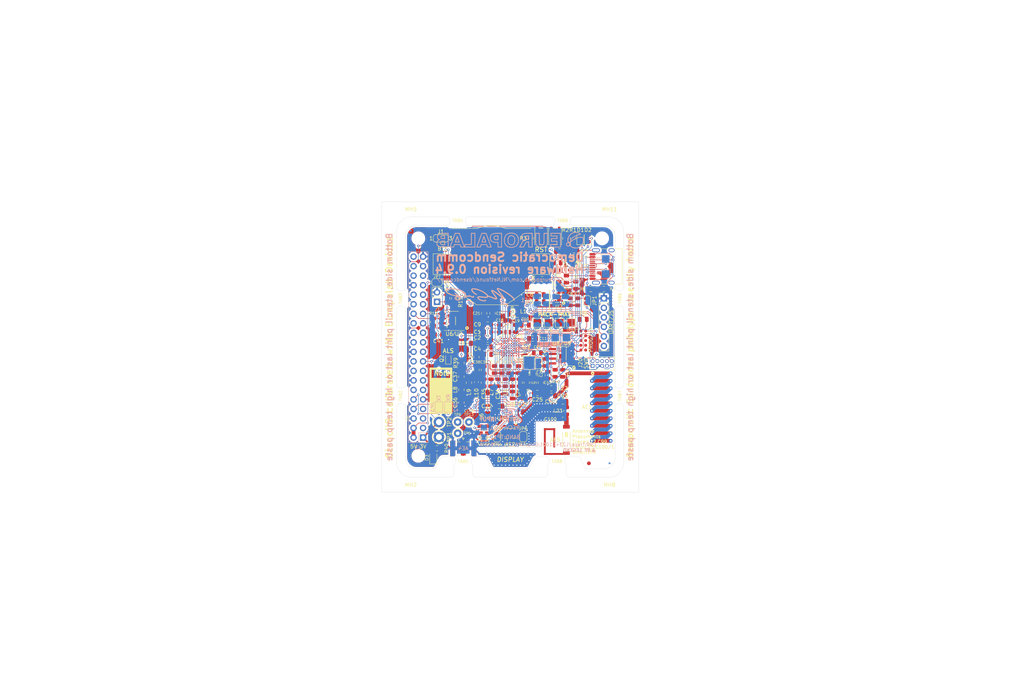
<source format=kicad_pcb>
(kicad_pcb (version 20171130) (host pcbnew 5.1.5+dfsg1-2build2)

  (general
    (thickness 1.6)
    (drawings 193)
    (tracks 1498)
    (zones 0)
    (modules 157)
    (nets 130)
  )

  (page A4)
  (title_block
    (title "Democratic Sendcomm")
    (date 2021-01-16)
    (rev 0.9.4)
    (company "Europalab Devices")
    (comment 1 "Copyright © 2021, Europalab Devices")
    (comment 2 "Fulfilling requirements of 20200210")
    (comment 3 "Pending quality assurance testing")
    (comment 4 "Release revision for manufacturing")
  )

  (layers
    (0 F.Cu signal)
    (1 In1.Cu power)
    (2 In2.Cu power)
    (31 B.Cu signal)
    (34 B.Paste user)
    (35 F.Paste user)
    (36 B.SilkS user)
    (37 F.SilkS user)
    (38 B.Mask user)
    (39 F.Mask user)
    (40 Dwgs.User user)
    (41 Cmts.User user)
    (44 Edge.Cuts user)
    (45 Margin user)
    (46 B.CrtYd user)
    (47 F.CrtYd user)
    (48 B.Fab user)
    (49 F.Fab user)
  )

  (setup
    (last_trace_width 0.127)
    (user_trace_width 0.1016)
    (user_trace_width 0.127)
    (user_trace_width 0.2)
    (user_trace_width 0.4)
    (user_trace_width 1.016)
    (trace_clearance 0.127)
    (zone_clearance 0.508)
    (zone_45_only no)
    (trace_min 0.09)
    (via_size 0.6)
    (via_drill 0.3)
    (via_min_size 0.356)
    (via_min_drill 0.2)
    (user_via 0.356 0.2)
    (user_via 0.45 0.2)
    (uvia_size 0.45)
    (uvia_drill 0.1)
    (uvias_allowed no)
    (uvia_min_size 0.45)
    (uvia_min_drill 0.1)
    (edge_width 0.05)
    (segment_width 0.1)
    (pcb_text_width 0.25)
    (pcb_text_size 1 1)
    (mod_edge_width 0.15)
    (mod_text_size 1 1)
    (mod_text_width 0.15)
    (pad_size 2 1.5)
    (pad_drill 0)
    (pad_to_mask_clearance 0)
    (aux_axis_origin 0 0)
    (visible_elements 7FFFFFFF)
    (pcbplotparams
      (layerselection 0x313fc_ffffffff)
      (usegerberextensions true)
      (usegerberattributes false)
      (usegerberadvancedattributes false)
      (creategerberjobfile false)
      (excludeedgelayer true)
      (linewidth 0.150000)
      (plotframeref false)
      (viasonmask false)
      (mode 1)
      (useauxorigin false)
      (hpglpennumber 1)
      (hpglpenspeed 20)
      (hpglpendiameter 15.000000)
      (psnegative false)
      (psa4output false)
      (plotreference true)
      (plotvalue true)
      (plotinvisibletext false)
      (padsonsilk false)
      (subtractmaskfromsilk false)
      (outputformat 4)
      (mirror false)
      (drillshape 0)
      (scaleselection 1)
      (outputdirectory "fabsingle"))
  )

  (net 0 "")
  (net 1 GND)
  (net 2 "Net-(AE1-Pad1)")
  (net 3 /Sheet5F53D5B4/RFSWPWR)
  (net 4 "Net-(C8-Pad1)")
  (net 5 /Sheet5F53D5B4/POWAMP)
  (net 6 "Net-(C13-Pad1)")
  (net 7 /Sheet5F53D5B4/HFOUT)
  (net 8 +3V3)
  (net 9 "Net-(C29-Pad1)")
  (net 10 /Sheet5F53D5B4/HPOUT)
  (net 11 /Sheet5F53D5B4/HFIN)
  (net 12 /Sheet5F53D5B4/BANDSEL)
  (net 13 "Net-(BT1-Pad1)")
  (net 14 /Sheet5F53D5B4/USB_BUS)
  (net 15 "Net-(C33-Pad1)")
  (net 16 "Net-(C34-Pad1)")
  (net 17 /Sheet5F53D5B4/CMDRST)
  (net 18 "Net-(D1-Pad2)")
  (net 19 "Net-(D1-Pad1)")
  (net 20 "Net-(D2-Pad1)")
  (net 21 "Net-(D2-Pad2)")
  (net 22 /Sheet5F53D5B4/USB_P)
  (net 23 /Sheet5F53D5B4/USB_N)
  (net 24 /Sheet60040980/ID_SD)
  (net 25 /Sheet60040980/ID_SC)
  (net 26 /Sheet5F53D5B4/SWDCLK)
  (net 27 "Net-(J3-Pad7)")
  (net 28 "Net-(J3-Pad8)")
  (net 29 "Net-(J4-Pad6)")
  (net 30 /Sheet5F53D5B4/CN_VBAT)
  (net 31 /Sheet5F53D5B4/XCEIV)
  (net 32 "Net-(AE5-Pad2)")
  (net 33 "Net-(C1-Pad1)")
  (net 34 "Net-(C7-Pad1)")
  (net 35 "Net-(C14-Pad1)")
  (net 36 "Net-(C17-Pad1)")
  (net 37 "Net-(C18-Pad2)")
  (net 38 "Net-(C19-Pad2)")
  (net 39 "Net-(C23-Pad2)")
  (net 40 "Net-(C23-Pad1)")
  (net 41 "Net-(C24-Pad1)")
  (net 42 "Net-(C24-Pad2)")
  (net 43 "Net-(C29-Pad2)")
  (net 44 "Net-(C33-Pad2)")
  (net 45 "Net-(C35-Pad2)")
  (net 46 "Net-(C40-Pad1)")
  (net 47 "Net-(J2-PadB5)")
  (net 48 "Net-(J2-PadA8)")
  (net 49 "Net-(J2-PadA5)")
  (net 50 "Net-(J2-PadB8)")
  (net 51 "Net-(J3-Pad2)")
  (net 52 "Net-(J3-Pad3)")
  (net 53 "Net-(J3-Pad5)")
  (net 54 "Net-(J3-Pad10)")
  (net 55 "Net-(J3-Pad11)")
  (net 56 "Net-(J3-Pad12)")
  (net 57 "Net-(J3-Pad13)")
  (net 58 "Net-(J3-Pad15)")
  (net 59 "Net-(J3-Pad16)")
  (net 60 "Net-(J3-Pad18)")
  (net 61 "Net-(J3-Pad19)")
  (net 62 "Net-(J3-Pad21)")
  (net 63 "Net-(J3-Pad22)")
  (net 64 "Net-(J3-Pad23)")
  (net 65 "Net-(J3-Pad24)")
  (net 66 "Net-(J3-Pad26)")
  (net 67 "Net-(J3-Pad29)")
  (net 68 "Net-(J3-Pad31)")
  (net 69 "Net-(J3-Pad32)")
  (net 70 "Net-(J3-Pad33)")
  (net 71 "Net-(J3-Pad35)")
  (net 72 "Net-(J3-Pad36)")
  (net 73 "Net-(J3-Pad38)")
  (net 74 "Net-(J3-Pad40)")
  (net 75 "Net-(J4-Pad7)")
  (net 76 "Net-(J4-Pad8)")
  (net 77 "Net-(J5-Pad2)")
  (net 78 "Net-(J5-Pad3)")
  (net 79 "Net-(J5-Pad6)")
  (net 80 "Net-(J6-Pad1)")
  (net 81 "Net-(L1-Pad2)")
  (net 82 "Net-(R3-Pad1)")
  (net 83 "Net-(R4-Pad1)")
  (net 84 "Net-(R4-Pad2)")
  (net 85 "Net-(U2-Pad5)")
  (net 86 "Net-(U3-PadG1)")
  (net 87 "Net-(U3-PadH1)")
  (net 88 "Net-(U3-PadE3)")
  (net 89 "Net-(U3-PadE4)")
  (net 90 "Net-(U3-PadF4)")
  (net 91 "Net-(U3-PadC7)")
  (net 92 "Net-(U3-PadD7)")
  (net 93 "Net-(U5-Pad3)")
  (net 94 "Net-(U5-Pad4)")
  (net 95 "Net-(U8-Pad7)")
  (net 96 "Net-(U8-Pad3)")
  (net 97 "Net-(U8-Pad2)")
  (net 98 "Net-(U8-Pad1)")
  (net 99 "Net-(U9-Pad1)")
  (net 100 "Net-(U9-Pad2)")
  (net 101 "Net-(U9-Pad3)")
  (net 102 "Net-(U9-Pad7)")
  (net 103 /Sheet5F53D5B4/SWDIO)
  (net 104 "Net-(AE2-Pad1)")
  (net 105 "Net-(AE4-Pad1)")
  (net 106 "Net-(AE5-Pad1)")
  (net 107 "Net-(J6-Pad2)")
  (net 108 "Net-(J6-Pad3)")
  (net 109 "Net-(J6-Pad4)")
  (net 110 "Net-(J7-Pad1)")
  (net 111 "Net-(C95-Pad1)")
  (net 112 /TP_SCL)
  (net 113 /TP_SDA)
  (net 114 "Net-(J20-Pad6)")
  (net 115 "Net-(J20-Pad7)")
  (net 116 "Net-(J20-Pad8)")
  (net 117 "Net-(Q2-Pad2)")
  (net 118 EXT_UART_TX)
  (net 119 EXT_UART_RX)
  (net 120 USB_TST)
  (net 121 "Net-(TP13-Pad1)")
  (net 122 "Net-(C94-Pad2)")
  (net 123 /Sheet5F53D5B4/CRY_XIN-RSVD)
  (net 124 /Sheet5F53D5B4/CRY_XOUT-RSVD)
  (net 125 "Net-(C97-Pad1)")
  (net 126 "Net-(C101-Pad1)")
  (net 127 "Net-(D3-Pad2)")
  (net 128 "Net-(JP4-Pad1)")
  (net 129 "Net-(U3-PadE5)")

  (net_class Default "This is the default net class."
    (clearance 0.127)
    (trace_width 0.127)
    (via_dia 0.6)
    (via_drill 0.3)
    (uvia_dia 0.45)
    (uvia_drill 0.1)
    (add_net +3V3)
    (add_net /Sheet5F53D5B4/BANDSEL)
    (add_net /Sheet5F53D5B4/CMDRST)
    (add_net /Sheet5F53D5B4/CN_VBAT)
    (add_net /Sheet5F53D5B4/CRY_XIN-RSVD)
    (add_net /Sheet5F53D5B4/CRY_XOUT-RSVD)
    (add_net /Sheet5F53D5B4/HFIN)
    (add_net /Sheet5F53D5B4/HFOUT)
    (add_net /Sheet5F53D5B4/HPOUT)
    (add_net /Sheet5F53D5B4/POWAMP)
    (add_net /Sheet5F53D5B4/RFSWPWR)
    (add_net /Sheet5F53D5B4/SWDCLK)
    (add_net /Sheet5F53D5B4/SWDIO)
    (add_net /Sheet5F53D5B4/USB_BUS)
    (add_net /Sheet5F53D5B4/USB_N)
    (add_net /Sheet5F53D5B4/USB_P)
    (add_net /Sheet5F53D5B4/XCEIV)
    (add_net /Sheet60040980/ID_SC)
    (add_net /Sheet60040980/ID_SD)
    (add_net /TP_SCL)
    (add_net /TP_SDA)
    (add_net EXT_UART_RX)
    (add_net EXT_UART_TX)
    (add_net GND)
    (add_net "Net-(AE1-Pad1)")
    (add_net "Net-(AE2-Pad1)")
    (add_net "Net-(AE4-Pad1)")
    (add_net "Net-(AE5-Pad1)")
    (add_net "Net-(AE5-Pad2)")
    (add_net "Net-(BT1-Pad1)")
    (add_net "Net-(C1-Pad1)")
    (add_net "Net-(C101-Pad1)")
    (add_net "Net-(C13-Pad1)")
    (add_net "Net-(C14-Pad1)")
    (add_net "Net-(C17-Pad1)")
    (add_net "Net-(C18-Pad2)")
    (add_net "Net-(C19-Pad2)")
    (add_net "Net-(C23-Pad1)")
    (add_net "Net-(C23-Pad2)")
    (add_net "Net-(C24-Pad1)")
    (add_net "Net-(C24-Pad2)")
    (add_net "Net-(C29-Pad1)")
    (add_net "Net-(C29-Pad2)")
    (add_net "Net-(C33-Pad1)")
    (add_net "Net-(C33-Pad2)")
    (add_net "Net-(C34-Pad1)")
    (add_net "Net-(C35-Pad2)")
    (add_net "Net-(C40-Pad1)")
    (add_net "Net-(C7-Pad1)")
    (add_net "Net-(C8-Pad1)")
    (add_net "Net-(C94-Pad2)")
    (add_net "Net-(C95-Pad1)")
    (add_net "Net-(C97-Pad1)")
    (add_net "Net-(D1-Pad1)")
    (add_net "Net-(D1-Pad2)")
    (add_net "Net-(D2-Pad1)")
    (add_net "Net-(D2-Pad2)")
    (add_net "Net-(D3-Pad2)")
    (add_net "Net-(J2-PadA5)")
    (add_net "Net-(J2-PadA8)")
    (add_net "Net-(J2-PadB5)")
    (add_net "Net-(J2-PadB8)")
    (add_net "Net-(J20-Pad6)")
    (add_net "Net-(J20-Pad7)")
    (add_net "Net-(J20-Pad8)")
    (add_net "Net-(J3-Pad10)")
    (add_net "Net-(J3-Pad11)")
    (add_net "Net-(J3-Pad12)")
    (add_net "Net-(J3-Pad13)")
    (add_net "Net-(J3-Pad15)")
    (add_net "Net-(J3-Pad16)")
    (add_net "Net-(J3-Pad18)")
    (add_net "Net-(J3-Pad19)")
    (add_net "Net-(J3-Pad2)")
    (add_net "Net-(J3-Pad21)")
    (add_net "Net-(J3-Pad22)")
    (add_net "Net-(J3-Pad23)")
    (add_net "Net-(J3-Pad24)")
    (add_net "Net-(J3-Pad26)")
    (add_net "Net-(J3-Pad29)")
    (add_net "Net-(J3-Pad3)")
    (add_net "Net-(J3-Pad31)")
    (add_net "Net-(J3-Pad32)")
    (add_net "Net-(J3-Pad33)")
    (add_net "Net-(J3-Pad35)")
    (add_net "Net-(J3-Pad36)")
    (add_net "Net-(J3-Pad38)")
    (add_net "Net-(J3-Pad40)")
    (add_net "Net-(J3-Pad5)")
    (add_net "Net-(J3-Pad7)")
    (add_net "Net-(J3-Pad8)")
    (add_net "Net-(J4-Pad6)")
    (add_net "Net-(J4-Pad7)")
    (add_net "Net-(J4-Pad8)")
    (add_net "Net-(J5-Pad2)")
    (add_net "Net-(J5-Pad3)")
    (add_net "Net-(J5-Pad6)")
    (add_net "Net-(J6-Pad1)")
    (add_net "Net-(J6-Pad2)")
    (add_net "Net-(J6-Pad3)")
    (add_net "Net-(J6-Pad4)")
    (add_net "Net-(J7-Pad1)")
    (add_net "Net-(JP4-Pad1)")
    (add_net "Net-(L1-Pad2)")
    (add_net "Net-(Q2-Pad2)")
    (add_net "Net-(R3-Pad1)")
    (add_net "Net-(R4-Pad1)")
    (add_net "Net-(R4-Pad2)")
    (add_net "Net-(TP13-Pad1)")
    (add_net "Net-(U2-Pad5)")
    (add_net "Net-(U3-PadC7)")
    (add_net "Net-(U3-PadD7)")
    (add_net "Net-(U3-PadE3)")
    (add_net "Net-(U3-PadE4)")
    (add_net "Net-(U3-PadE5)")
    (add_net "Net-(U3-PadF4)")
    (add_net "Net-(U3-PadG1)")
    (add_net "Net-(U3-PadH1)")
    (add_net "Net-(U5-Pad3)")
    (add_net "Net-(U5-Pad4)")
    (add_net "Net-(U8-Pad1)")
    (add_net "Net-(U8-Pad2)")
    (add_net "Net-(U8-Pad3)")
    (add_net "Net-(U8-Pad7)")
    (add_net "Net-(U9-Pad1)")
    (add_net "Net-(U9-Pad2)")
    (add_net "Net-(U9-Pad3)")
    (add_net "Net-(U9-Pad7)")
    (add_net USB_TST)
  )

  (net_class Power ""
    (clearance 0.2)
    (trace_width 0.5)
    (via_dia 1)
    (via_drill 0.7)
    (uvia_dia 0.5)
    (uvia_drill 0.1)
  )

  (module Capacitor_SMD:C_0805_2012Metric (layer F.Cu) (tedit 5B36C52B) (tstamp 5F6870D5)
    (at 140 126.5625 270)
    (descr "Capacitor SMD 0805 (2012 Metric), square (rectangular) end terminal, IPC_7351 nominal, (Body size source: https://docs.google.com/spreadsheets/d/1BsfQQcO9C6DZCsRaXUlFlo91Tg2WpOkGARC1WS5S8t0/edit?usp=sharing), generated with kicad-footprint-generator")
    (tags capacitor)
    (path /5F5C0728/5F5D6DA0)
    (attr smd)
    (fp_text reference C30 (at 2.9375 0 90) (layer F.SilkS)
      (effects (font (size 0.875 0.875) (thickness 0.125)))
    )
    (fp_text value 2,7pF (at 0 1.65 90) (layer F.Fab)
      (effects (font (size 1 1) (thickness 0.15)))
    )
    (fp_text user %R (at 0 0 90) (layer F.Fab)
      (effects (font (size 0.5 0.5) (thickness 0.08)))
    )
    (fp_line (start 1.68 0.95) (end -1.68 0.95) (layer F.CrtYd) (width 0.05))
    (fp_line (start 1.68 -0.95) (end 1.68 0.95) (layer F.CrtYd) (width 0.05))
    (fp_line (start -1.68 -0.95) (end 1.68 -0.95) (layer F.CrtYd) (width 0.05))
    (fp_line (start -1.68 0.95) (end -1.68 -0.95) (layer F.CrtYd) (width 0.05))
    (fp_line (start -0.258578 0.71) (end 0.258578 0.71) (layer F.SilkS) (width 0.12))
    (fp_line (start -0.258578 -0.71) (end 0.258578 -0.71) (layer F.SilkS) (width 0.12))
    (fp_line (start 1 0.6) (end -1 0.6) (layer F.Fab) (width 0.1))
    (fp_line (start 1 -0.6) (end 1 0.6) (layer F.Fab) (width 0.1))
    (fp_line (start -1 -0.6) (end 1 -0.6) (layer F.Fab) (width 0.1))
    (fp_line (start -1 0.6) (end -1 -0.6) (layer F.Fab) (width 0.1))
    (pad 2 smd roundrect (at 0.9375 0 270) (size 0.975 1.4) (layers F.Cu F.Paste F.Mask) (roundrect_rratio 0.25)
      (net 1 GND))
    (pad 1 smd roundrect (at -0.9375 0 270) (size 0.975 1.4) (layers F.Cu F.Paste F.Mask) (roundrect_rratio 0.25)
      (net 9 "Net-(C29-Pad1)"))
    (model ${KISYS3DMOD}/Capacitor_SMD.3dshapes/C_0805_2012Metric.wrl
      (at (xyz 0 0 0))
      (scale (xyz 1 1 1))
      (rotate (xyz 0 0 0))
    )
  )

  (module Connector_Coaxial:SMA_Samtec_SMA-J-P-X-ST-EM1_EdgeMount (layer F.Cu) (tedit 5FE90BFC) (tstamp 5F686FA8)
    (at 135.5 131.5)
    (descr "Connector SMA, 0Hz to 20GHz, 50Ohm, Edge Mount (http://suddendocs.samtec.com/prints/sma-j-p-x-st-em1-mkt.pdf)")
    (tags "SMA Straight Samtec Edge Mount")
    (path /5F5C0728/6000659E)
    (attr smd)
    (fp_text reference AE4 (at 0 0 unlocked) (layer B.SilkS)
      (effects (font (size 1 1) (thickness 0.15)) (justify mirror))
    )
    (fp_text value Antenna_Shield (at 0 13) (layer F.Fab)
      (effects (font (size 1 1) (thickness 0.15)))
    )
    (fp_text user "Board Thickness: 1.57mm" (at 0 -5.45) (layer Cmts.User)
      (effects (font (size 1 1) (thickness 0.15)))
    )
    (fp_line (start 0.84 -1.71) (end 1.95 -1.71) (layer F.SilkS) (width 0.12))
    (fp_line (start -1.95 -1.71) (end -0.84 -1.71) (layer F.SilkS) (width 0.12))
    (fp_line (start 0.84 2) (end 1.95 2) (layer F.SilkS) (width 0.12))
    (fp_line (start -1.95 2) (end -0.84 2) (layer F.SilkS) (width 0.12))
    (fp_line (start 3.68 2.6) (end 3.68 12.12) (layer B.CrtYd) (width 0.05))
    (fp_line (start 4 2.6) (end 3.68 2.6) (layer B.CrtYd) (width 0.05))
    (fp_line (start -3.68 12.12) (end -3.68 2.6) (layer B.CrtYd) (width 0.05))
    (fp_line (start -3.68 2.6) (end -4 2.6) (layer B.CrtYd) (width 0.05))
    (fp_line (start 3.68 2.6) (end 3.68 12.12) (layer F.CrtYd) (width 0.05))
    (fp_line (start 3.68 2.6) (end 4 2.6) (layer F.CrtYd) (width 0.05))
    (fp_line (start -3.68 12.12) (end -3.68 2.6) (layer F.CrtYd) (width 0.05))
    (fp_line (start -3.68 2.6) (end -4 2.6) (layer F.CrtYd) (width 0.05))
    (fp_text user "PCB Edge" (at 0 2.6) (layer Dwgs.User)
      (effects (font (size 0.5 0.5) (thickness 0.1)))
    )
    (fp_line (start 4.1 2.1) (end -4.1 2.1) (layer Dwgs.User) (width 0.1))
    (fp_line (start -3.175 -1.71) (end -3.175 11.62) (layer F.Fab) (width 0.1))
    (fp_line (start -2.365 -1.71) (end -3.175 -1.71) (layer F.Fab) (width 0.1))
    (fp_line (start -2.365 2.1) (end -2.365 -1.71) (layer F.Fab) (width 0.1))
    (fp_line (start 2.365 2.1) (end -2.365 2.1) (layer F.Fab) (width 0.1))
    (fp_line (start 2.365 -1.71) (end 2.365 2.1) (layer F.Fab) (width 0.1))
    (fp_line (start 3.175 -1.71) (end 2.365 -1.71) (layer F.Fab) (width 0.1))
    (fp_line (start 3.175 -1.71) (end 3.175 11.62) (layer F.Fab) (width 0.1))
    (fp_line (start 3.165 11.62) (end -3.165 11.62) (layer F.Fab) (width 0.1))
    (fp_line (start -4 -2.6) (end 4 -2.6) (layer B.CrtYd) (width 0.05))
    (fp_line (start -4 2.6) (end -4 -2.6) (layer B.CrtYd) (width 0.05))
    (fp_line (start 3.68 12.12) (end -3.68 12.12) (layer B.CrtYd) (width 0.05))
    (fp_line (start 4 2.6) (end 4 -2.6) (layer B.CrtYd) (width 0.05))
    (fp_line (start -4 -2.6) (end 4 -2.6) (layer F.CrtYd) (width 0.05))
    (fp_line (start -4 2.6) (end -4 -2.6) (layer F.CrtYd) (width 0.05))
    (fp_line (start 3.68 12.12) (end -3.68 12.12) (layer F.CrtYd) (width 0.05))
    (fp_line (start 4 2.6) (end 4 -2.6) (layer F.CrtYd) (width 0.05))
    (fp_text user %R (at 0 4.29 180) (layer F.Fab)
      (effects (font (size 1 1) (thickness 0.15)))
    )
    (fp_line (start 0.64 2.1) (end 0 3.1) (layer F.Fab) (width 0.1))
    (fp_line (start 0 3.1) (end -0.64 2.1) (layer F.Fab) (width 0.1))
    (fp_line (start 0 -2.26) (end 0.25 -2.76) (layer F.SilkS) (width 0.12))
    (fp_line (start 0.25 -2.76) (end -0.25 -2.76) (layer F.SilkS) (width 0.12))
    (fp_line (start -0.25 -2.76) (end 0 -2.26) (layer F.SilkS) (width 0.12))
    (pad 1 smd rect (at 0 0.2) (size 1.27 3.6) (layers F.Cu F.Mask)
      (net 105 "Net-(AE4-Pad1)"))
    (pad 2 smd rect (at 2.825 0) (size 1.35 4.2) (layers F.Cu F.Mask)
      (net 1 GND))
    (pad 2 smd rect (at -2.825 0) (size 1.35 4.2) (layers F.Cu F.Mask)
      (net 1 GND))
    (pad 2 smd rect (at 2.825 0) (size 1.35 4.2) (layers B.Cu B.Mask)
      (net 1 GND))
    (pad 2 smd rect (at -2.825 0) (size 1.35 4.2) (layers B.Cu B.Mask)
      (net 1 GND))
    (model ${KISYS3DMOD}/Connector_Coaxial.3dshapes/SMA_Samtec_SMA-J-P-X-ST-EM1_EdgeMount.wrl
      (at (xyz 0 0 0))
      (scale (xyz 1 1 1))
      (rotate (xyz 0 0 0))
    )
    (model ${KIPRJMOD}/modules/packages3d/RF_Antenna.3dshapes/SMA-J-P-H-ST-EM1.wrl
      (offset (xyz 0 -4 0.5))
      (scale (xyz 0.4 0.4 0.4))
      (rotate (xyz 180 -90 0))
    )
  )

  (module Connector_PinHeader_2.54mm:PinHeader_1x06_P2.54mm_Vertical (layer F.Cu) (tedit 59FED5CC) (tstamp 5FF83409)
    (at 173 91.5)
    (descr "Through hole straight pin header, 1x06, 2.54mm pitch, single row")
    (tags "Through hole pin header THT 1x06 2.54mm single row")
    (path /60040981/6006812D)
    (fp_text reference J5 (at 2 5 90) (layer F.SilkS)
      (effects (font (size 1 1) (thickness 0.15)) (justify left))
    )
    (fp_text value Conn_01x06_Male (at 4.385 14.97) (layer F.Fab)
      (effects (font (size 1 1) (thickness 0.15)))
    )
    (fp_text user %R (at 2.77 6.35 90) (layer F.Fab)
      (effects (font (size 1 1) (thickness 0.15)))
    )
    (fp_line (start 1.8 -1.8) (end -1.8 -1.8) (layer F.CrtYd) (width 0.05))
    (fp_line (start 1.8 14.5) (end 1.8 -1.8) (layer F.CrtYd) (width 0.05))
    (fp_line (start -1.8 14.5) (end 1.8 14.5) (layer F.CrtYd) (width 0.05))
    (fp_line (start -1.8 -1.8) (end -1.8 14.5) (layer F.CrtYd) (width 0.05))
    (fp_line (start -1.33 -1.33) (end 0 -1.33) (layer F.SilkS) (width 0.12))
    (fp_line (start -1.33 0) (end -1.33 -1.33) (layer F.SilkS) (width 0.12))
    (fp_line (start -1.33 1.27) (end 1.33 1.27) (layer F.SilkS) (width 0.12))
    (fp_line (start 1.33 1.27) (end 1.33 14.03) (layer F.SilkS) (width 0.12))
    (fp_line (start -1.33 1.27) (end -1.33 14.03) (layer F.SilkS) (width 0.12))
    (fp_line (start -1.33 14.03) (end 1.33 14.03) (layer F.SilkS) (width 0.12))
    (fp_line (start -1.27 -0.635) (end -0.635 -1.27) (layer F.Fab) (width 0.1))
    (fp_line (start -1.27 13.97) (end -1.27 -0.635) (layer F.Fab) (width 0.1))
    (fp_line (start 1.27 13.97) (end -1.27 13.97) (layer F.Fab) (width 0.1))
    (fp_line (start 1.27 -1.27) (end 1.27 13.97) (layer F.Fab) (width 0.1))
    (fp_line (start -0.635 -1.27) (end 1.27 -1.27) (layer F.Fab) (width 0.1))
    (pad 6 thru_hole oval (at 0 12.7) (size 1.7 1.7) (drill 1) (layers *.Cu *.Mask)
      (net 79 "Net-(J5-Pad6)"))
    (pad 5 thru_hole oval (at 0 10.16) (size 1.7 1.7) (drill 1) (layers *.Cu *.Mask)
      (net 118 EXT_UART_TX))
    (pad 4 thru_hole oval (at 0 7.62) (size 1.7 1.7) (drill 1) (layers *.Cu *.Mask)
      (net 119 EXT_UART_RX))
    (pad 3 thru_hole oval (at 0 5.08) (size 1.7 1.7) (drill 1) (layers *.Cu *.Mask)
      (net 78 "Net-(J5-Pad3)"))
    (pad 2 thru_hole oval (at 0 2.54) (size 1.7 1.7) (drill 1) (layers *.Cu *.Mask)
      (net 77 "Net-(J5-Pad2)"))
    (pad 1 thru_hole rect (at 0 0) (size 1.7 1.7) (drill 1) (layers *.Cu *.Mask)
      (net 1 GND))
    (model ${KISYS3DMOD}/Connector_PinHeader_2.54mm.3dshapes/PinHeader_1x06_P2.54mm_Vertical.wrl
      (at (xyz 0 0 0))
      (scale (xyz 1 1 1))
      (rotate (xyz 0 0 0))
    )
  )

  (module RF_Antenna:Texas_SWRA416_868MHz_915MHz (layer F.Cu) (tedit 5CF40AFD) (tstamp 5F686F31)
    (at 169 120.5 270)
    (descr http://www.ti.com/lit/an/swra416/swra416.pdf)
    (tags "PCB antenna")
    (path /5F5C0728/60008187)
    (attr smd)
    (fp_text reference AE1 (at 0 0.5 180) (layer F.SilkS)
      (effects (font (size 1 1) (thickness 0.15)))
    )
    (fp_text value Antenna (at 0.1 -7.6 90) (layer F.Fab)
      (effects (font (size 1 1) (thickness 0.15)))
    )
    (fp_line (start 9.7 2.1) (end 6.2 5.7) (layer Dwgs.User) (width 0.12))
    (fp_line (start 9.7 0.1) (end 4.3 5.7) (layer Dwgs.User) (width 0.12))
    (fp_line (start 9.7 -1.9) (end 2.3 5.7) (layer Dwgs.User) (width 0.12))
    (fp_line (start 9.7 -3.9) (end 0.2 5.7) (layer Dwgs.User) (width 0.12))
    (fp_line (start 9.7 -5.9) (end -1.8 5.7) (layer Dwgs.User) (width 0.12))
    (fp_line (start 8.3 -6.5) (end -3.8 5.7) (layer Dwgs.User) (width 0.12))
    (fp_line (start 6.3 -6.5) (end -5.8 5.7) (layer Dwgs.User) (width 0.12))
    (fp_line (start 4.3 -6.5) (end -7.8 5.7) (layer Dwgs.User) (width 0.12))
    (fp_line (start -9.7 5.5) (end 2.3 -6.5) (layer Dwgs.User) (width 0.12))
    (fp_line (start -9.7 3.5) (end 0.3 -6.5) (layer Dwgs.User) (width 0.12))
    (fp_line (start -9.7 1.5) (end -1.7 -6.5) (layer Dwgs.User) (width 0.12))
    (fp_line (start -9.7 -0.5) (end -3.7 -6.5) (layer Dwgs.User) (width 0.12))
    (fp_line (start -9.7 -2.5) (end -5.7 -6.5) (layer Dwgs.User) (width 0.12))
    (fp_line (start -9.7 -4.5) (end -7.7 -6.5) (layer Dwgs.User) (width 0.12))
    (fp_line (start 9.7 -6.5) (end -9.7 -6.5) (layer Dwgs.User) (width 0.15))
    (fp_line (start 9.7 5.7) (end 9.7 -6.5) (layer Dwgs.User) (width 0.15))
    (fp_line (start -9.7 5.7) (end 9.7 5.7) (layer Dwgs.User) (width 0.15))
    (fp_line (start -9.7 -6.5) (end -9.7 5.7) (layer Dwgs.User) (width 0.15))
    (fp_line (start 7 -5.8) (end 8 -4.8) (layer B.Cu) (width 1))
    (fp_line (start 8 -1.8) (end 9 -0.8) (layer B.Cu) (width 1))
    (fp_line (start 8 -4.8) (end 8 -1.8) (layer B.Cu) (width 1))
    (fp_line (start 9 -5.8) (end 9 -0.8) (layer F.Cu) (width 1))
    (fp_line (start 5 -5.8) (end 6 -4.8) (layer B.Cu) (width 1))
    (fp_line (start 6 -1.8) (end 7 -0.8) (layer B.Cu) (width 1))
    (fp_line (start 6 -4.8) (end 6 -1.8) (layer B.Cu) (width 1))
    (fp_line (start 7 -5.8) (end 7 -0.8) (layer F.Cu) (width 1))
    (fp_line (start 3 -5.8) (end 4 -4.8) (layer B.Cu) (width 1))
    (fp_line (start 4 -1.8) (end 5 -0.8) (layer B.Cu) (width 1))
    (fp_line (start 4 -4.8) (end 4 -1.8) (layer B.Cu) (width 1))
    (fp_line (start 5 -5.8) (end 5 -0.8) (layer F.Cu) (width 1))
    (fp_line (start 1 -5.8) (end 2 -4.8) (layer B.Cu) (width 1))
    (fp_line (start 2 -1.8) (end 3 -0.8) (layer B.Cu) (width 1))
    (fp_line (start 2 -4.8) (end 2 -1.8) (layer B.Cu) (width 1))
    (fp_line (start 3 -5.8) (end 3 -0.8) (layer F.Cu) (width 1))
    (fp_line (start -1 -5.8) (end 0 -4.8) (layer B.Cu) (width 1))
    (fp_line (start 0 -1.8) (end 1 -0.8) (layer B.Cu) (width 1))
    (fp_line (start 0 -4.8) (end 0 -1.8) (layer B.Cu) (width 1))
    (fp_line (start 1 -5.8) (end 1 -0.8) (layer F.Cu) (width 1))
    (fp_line (start -3 -5.8) (end -2 -4.8) (layer B.Cu) (width 1))
    (fp_line (start -2 -1.8) (end -1 -0.8) (layer B.Cu) (width 1))
    (fp_line (start -2 -4.8) (end -2 -1.8) (layer B.Cu) (width 1))
    (fp_line (start -1 -5.8) (end -1 -0.8) (layer F.Cu) (width 1))
    (fp_line (start -4 -4.8) (end -4 -1.8) (layer B.Cu) (width 1))
    (fp_line (start -5 -5.8) (end -4 -4.8) (layer B.Cu) (width 1))
    (fp_line (start -4 -1.8) (end -3 -0.8) (layer B.Cu) (width 1))
    (fp_line (start -3 -5.8) (end -3 -0.8) (layer F.Cu) (width 1))
    (fp_line (start -6 -4.8) (end -6 -1.8) (layer B.Cu) (width 1))
    (fp_line (start -7 -5.8) (end -6 -4.8) (layer B.Cu) (width 1))
    (fp_line (start -6 -1.8) (end -5 -0.8) (layer B.Cu) (width 1))
    (fp_line (start -5 -5.8) (end -5 -0.8) (layer F.Cu) (width 1))
    (fp_line (start -7 -5.8) (end -7 -0.8) (layer F.Cu) (width 1))
    (fp_line (start -9 5.2) (end -9 -5.8) (layer F.Cu) (width 1))
    (fp_line (start -9 -5.8) (end -8 -4.8) (layer B.Cu) (width 1))
    (fp_line (start -8 -4.8) (end -8 -1.8) (layer B.Cu) (width 1))
    (fp_line (start -8 -1.8) (end -7 -0.8) (layer B.Cu) (width 1))
    (fp_line (start 9.7 4.1) (end 8.2 5.7) (layer Dwgs.User) (width 0.12))
    (fp_line (start -9.9 -6.7) (end -9.9 5.9) (layer F.CrtYd) (width 0.05))
    (fp_line (start -9.9 5.9) (end 9.9 5.9) (layer F.CrtYd) (width 0.05))
    (fp_line (start 9.9 5.9) (end 9.9 -6.7) (layer F.CrtYd) (width 0.05))
    (fp_line (start 9.9 -6.7) (end -9.9 -6.7) (layer F.CrtYd) (width 0.05))
    (fp_line (start 9.9 -6.7) (end -9.9 -6.7) (layer B.CrtYd) (width 0.05))
    (fp_line (start 9.9 5.9) (end 9.9 -6.7) (layer B.CrtYd) (width 0.05))
    (fp_line (start -9.9 -6.7) (end -9.9 5.9) (layer B.CrtYd) (width 0.05))
    (fp_line (start -9.9 5.9) (end 9.9 5.9) (layer B.CrtYd) (width 0.05))
    (fp_text user "KEEP-OUT ZONE" (at 1 -2.8 90) (layer Cmts.User)
      (effects (font (size 1 1) (thickness 0.15)))
    )
    (fp_text user "No metal, traces or " (at 1 0.2 90) (layer Cmts.User)
      (effects (font (size 1 1) (thickness 0.15)))
    )
    (fp_text user "any components on" (at 1 2.2 90) (layer Cmts.User)
      (effects (font (size 1 1) (thickness 0.15)))
    )
    (fp_text user " any PCB layer." (at 1 4.2 90) (layer Cmts.User)
      (effects (font (size 1 1) (thickness 0.15)))
    )
    (fp_text user %R (at -0.4 6.6 90) (layer F.Fab)
      (effects (font (size 1 1) (thickness 0.15)))
    )
    (pad "" thru_hole circle (at 9 -0.8 90) (size 1 1) (drill 0.4) (layers *.Cu))
    (pad "" thru_hole circle (at 9 -5.8 90) (size 1 1) (drill 0.4) (layers *.Cu))
    (pad "" thru_hole circle (at 7 -5.8 90) (size 1 1) (drill 0.4) (layers *.Cu))
    (pad "" thru_hole circle (at 7 -0.8 90) (size 1 1) (drill 0.4) (layers *.Cu))
    (pad "" thru_hole circle (at 5 -0.8 90) (size 1 1) (drill 0.4) (layers *.Cu))
    (pad "" thru_hole circle (at 5 -5.8 90) (size 1 1) (drill 0.4) (layers *.Cu))
    (pad "" thru_hole circle (at 3 -0.8 90) (size 1 1) (drill 0.4) (layers *.Cu))
    (pad "" thru_hole circle (at 3 -5.8 90) (size 1 1) (drill 0.4) (layers *.Cu))
    (pad "" thru_hole circle (at 1 -5.8 90) (size 1 1) (drill 0.4) (layers *.Cu))
    (pad "" thru_hole circle (at 1 -0.8 90) (size 1 1) (drill 0.4) (layers *.Cu))
    (pad "" thru_hole circle (at -1 -0.8 90) (size 1 1) (drill 0.4) (layers *.Cu))
    (pad "" thru_hole circle (at -1 -5.8 90) (size 1 1) (drill 0.4) (layers *.Cu))
    (pad "" thru_hole circle (at -3 -5.8 90) (size 1 1) (drill 0.4) (layers *.Cu))
    (pad "" thru_hole circle (at -3 -0.8 90) (size 1 1) (drill 0.4) (layers *.Cu))
    (pad "" thru_hole circle (at -5 -0.8 90) (size 1 1) (drill 0.4) (layers *.Cu))
    (pad "" thru_hole circle (at -5 -5.8 90) (size 1 1) (drill 0.4) (layers *.Cu))
    (pad "" thru_hole circle (at -7 -5.8 90) (size 1 1) (drill 0.4) (layers *.Cu))
    (pad "" thru_hole circle (at -7 -0.8 90) (size 1 1) (drill 0.4) (layers *.Cu))
    (pad "" thru_hole circle (at -9 -5.8 90) (size 1 1) (drill 0.4) (layers *.Cu))
    (pad 1 smd trapezoid (at -9 5.9 90) (size 0.4 0.8) (rect_delta 0 0.3 ) (layers F.Cu)
      (net 2 "Net-(AE1-Pad1)"))
  )

  (module Elabdev:Panel_Mousetab_25mm_Single (layer F.Cu) (tedit 5CD9E502) (tstamp 60039779)
    (at 160.5 135 90)
    (path /5CD9EB0D)
    (fp_text reference TAB8 (at 0 0) (layer F.SilkS)
      (effects (font (size 0.8 0.8) (thickness 0.13)))
    )
    (fp_text value Pantab (at -3.25 0 180) (layer F.Fab)
      (effects (font (size 1 1) (thickness 0.15)))
    )
    (fp_line (start 1.25 -2.2) (end 1.25 2.2) (layer F.Fab) (width 0.15))
    (fp_line (start -1.25 -2.2) (end -1.25 2.2) (layer F.Fab) (width 0.15))
    (fp_line (start 2.1 -2.6) (end 2.1 2.6) (layer F.CrtYd) (width 0.15))
    (fp_line (start 2.1 2.6) (end -2.1 2.6) (layer F.CrtYd) (width 0.15))
    (fp_line (start -2.1 2.6) (end -2.1 -2.6) (layer F.CrtYd) (width 0.15))
    (fp_line (start -2.1 -2.6) (end 2.1 -2.6) (layer F.CrtYd) (width 0.15))
    (pad "" np_thru_hole circle (at 1.35 2 90) (size 0.5 0.5) (drill 0.5) (layers *.Cu))
    (pad "" np_thru_hole circle (at 1.35 1.2 90) (size 0.5 0.5) (drill 0.5) (layers *.Cu))
    (pad "" np_thru_hole circle (at 1.35 0.4 90) (size 0.5 0.5) (drill 0.5) (layers *.Cu))
    (pad "" np_thru_hole circle (at 1.35 -0.4 90) (size 0.5 0.5) (drill 0.5) (layers *.Cu))
    (pad "" np_thru_hole circle (at 1.35 -1.2 90) (size 0.5 0.5) (drill 0.5) (layers *.Cu))
    (pad "" np_thru_hole circle (at 1.35 -2 90) (size 0.5 0.5) (drill 0.5) (layers *.Cu))
  )

  (module Capacitor_SMD:C_0805_2012Metric (layer F.Cu) (tedit 5B36C52B) (tstamp 5FEB8111)
    (at 149.5 99.5625 270)
    (descr "Capacitor SMD 0805 (2012 Metric), square (rectangular) end terminal, IPC_7351 nominal, (Body size source: https://docs.google.com/spreadsheets/d/1BsfQQcO9C6DZCsRaXUlFlo91Tg2WpOkGARC1WS5S8t0/edit?usp=sharing), generated with kicad-footprint-generator")
    (tags capacitor)
    (path /5F53D5B5/5F609CF5)
    (attr smd)
    (fp_text reference C19 (at -2.0625 0 180) (layer F.SilkS)
      (effects (font (size 0.7 0.7) (thickness 0.1)))
    )
    (fp_text value 18pF (at 0 1.65 90) (layer F.Fab)
      (effects (font (size 1 1) (thickness 0.15)))
    )
    (fp_line (start -1 0.6) (end -1 -0.6) (layer F.Fab) (width 0.1))
    (fp_line (start -1 -0.6) (end 1 -0.6) (layer F.Fab) (width 0.1))
    (fp_line (start 1 -0.6) (end 1 0.6) (layer F.Fab) (width 0.1))
    (fp_line (start 1 0.6) (end -1 0.6) (layer F.Fab) (width 0.1))
    (fp_line (start -0.258578 -0.71) (end 0.258578 -0.71) (layer F.SilkS) (width 0.12))
    (fp_line (start -0.258578 0.71) (end 0.258578 0.71) (layer F.SilkS) (width 0.12))
    (fp_line (start -1.68 0.95) (end -1.68 -0.95) (layer F.CrtYd) (width 0.05))
    (fp_line (start -1.68 -0.95) (end 1.68 -0.95) (layer F.CrtYd) (width 0.05))
    (fp_line (start 1.68 -0.95) (end 1.68 0.95) (layer F.CrtYd) (width 0.05))
    (fp_line (start 1.68 0.95) (end -1.68 0.95) (layer F.CrtYd) (width 0.05))
    (fp_text user %R (at 0 0 90) (layer F.Fab)
      (effects (font (size 0.5 0.5) (thickness 0.08)))
    )
    (pad 1 smd roundrect (at -0.9375 0 270) (size 0.975 1.4) (layers F.Cu F.Paste F.Mask) (roundrect_rratio 0.25)
      (net 1 GND))
    (pad 2 smd roundrect (at 0.9375 0 270) (size 0.975 1.4) (layers F.Cu F.Paste F.Mask) (roundrect_rratio 0.25)
      (net 38 "Net-(C19-Pad2)"))
    (model ${KISYS3DMOD}/Capacitor_SMD.3dshapes/C_0805_2012Metric.wrl
      (at (xyz 0 0 0))
      (scale (xyz 1 1 1))
      (rotate (xyz 0 0 0))
    )
  )

  (module Elabdev:Meinkuerz_sign_480dpi (layer B.Cu) (tedit 0) (tstamp 5FBE809B)
    (at 140 90.5 180)
    (fp_text reference G1 (at 0 0) (layer B.SilkS) hide
      (effects (font (size 1.524 1.524) (thickness 0.3)) (justify mirror))
    )
    (fp_text value Meinkuerzel_signature (at 0.75 0) (layer B.SilkS) hide
      (effects (font (size 1.524 1.524) (thickness 0.3)) (justify mirror))
    )
    (fp_poly (pts (xy 7.849084 1.675651) (xy 8.303148 1.632827) (xy 8.685942 1.550363) (xy 8.876057 1.481326)
      (xy 9.07938 1.34976) (xy 9.204465 1.178624) (xy 9.241225 0.986809) (xy 9.210768 0.854557)
      (xy 9.078684 0.643748) (xy 8.864557 0.429964) (xy 8.589687 0.233059) (xy 8.471807 0.165759)
      (xy 8.232808 0.053863) (xy 7.923436 -0.068816) (xy 7.576824 -0.190996) (xy 7.226108 -0.301392)
      (xy 6.904421 -0.388723) (xy 6.731621 -0.426811) (xy 6.398868 -0.490816) (xy 6.556265 -0.586535)
      (xy 6.736632 -0.743549) (xy 6.819572 -0.938245) (xy 6.82625 -1.022915) (xy 6.780462 -1.15416)
      (xy 6.660466 -1.295963) (xy 6.49231 -1.424979) (xy 6.30204 -1.517866) (xy 6.258842 -1.531402)
      (xy 6.0446 -1.569955) (xy 5.805186 -1.581627) (xy 5.582286 -1.566858) (xy 5.417587 -1.526091)
      (xy 5.409578 -1.522402) (xy 5.285381 -1.409276) (xy 5.232727 -1.237525) (xy 5.243042 -1.133742)
      (xy 5.545646 -1.133742) (xy 5.569322 -1.243922) (xy 5.599007 -1.270742) (xy 5.725804 -1.30367)
      (xy 5.911501 -1.301091) (xy 6.117136 -1.267785) (xy 6.303743 -1.20853) (xy 6.368163 -1.176419)
      (xy 6.483421 -1.090411) (xy 6.547775 -1.006994) (xy 6.550669 -0.996984) (xy 6.519163 -0.903747)
      (xy 6.404517 -0.814537) (xy 6.229026 -0.742568) (xy 6.060328 -0.706358) (xy 5.903418 -0.693399)
      (xy 5.806355 -0.717484) (xy 5.726223 -0.79035) (xy 5.718194 -0.79992) (xy 5.596762 -0.979847)
      (xy 5.545646 -1.133742) (xy 5.243042 -1.133742) (xy 5.253531 -1.028227) (xy 5.344918 -0.810631)
      (xy 5.442538 -0.642303) (xy 5.295353 -0.646487) (xy 5.12125 -0.625399) (xy 5.035885 -0.550663)
      (xy 5.027083 -0.501447) (xy 5.075804 -0.410776) (xy 5.222941 -0.351671) (xy 5.469958 -0.32355)
      (xy 5.476875 -0.323261) (xy 5.599677 -0.314345) (xy 5.697993 -0.289875) (xy 5.794712 -0.235966)
      (xy 5.912725 -0.138734) (xy 6.074923 0.015705) (xy 6.138333 0.077935) (xy 6.357426 0.284825)
      (xy 6.520758 0.415811) (xy 6.63982 0.476704) (xy 6.726105 0.473318) (xy 6.791106 0.411464)
      (xy 6.792772 0.408883) (xy 6.813029 0.349999) (xy 6.787897 0.281807) (xy 6.704882 0.184844)
      (xy 6.561666 0.048946) (xy 6.270625 -0.217166) (xy 6.532899 -0.183078) (xy 6.900304 -0.115245)
      (xy 7.289474 -0.008645) (xy 7.678243 0.127507) (xy 8.044445 0.283994) (xy 8.365914 0.451601)
      (xy 8.620483 0.621112) (xy 8.749193 0.738377) (xy 8.856936 0.865956) (xy 8.92727 0.965202)
      (xy 8.942916 1.001728) (xy 8.895983 1.084773) (xy 8.773369 1.176095) (xy 8.602358 1.259484)
      (xy 8.410231 1.318727) (xy 8.408998 1.318992) (xy 8.149682 1.354937) (xy 7.8128 1.371973)
      (xy 7.424917 1.370093) (xy 7.012599 1.349291) (xy 6.686734 1.319437) (xy 6.066773 1.222977)
      (xy 5.517194 1.081213) (xy 5.043989 0.897075) (xy 4.653152 0.673494) (xy 4.350673 0.413401)
      (xy 4.142546 0.119727) (xy 4.114637 0.061443) (xy 4.047094 -0.15251) (xy 4.06025 -0.336634)
      (xy 4.160207 -0.518581) (xy 4.270456 -0.644496) (xy 4.390411 -0.79173) (xy 4.431252 -0.900383)
      (xy 4.427296 -0.922309) (xy 4.357272 -0.99719) (xy 4.242023 -0.977517) (xy 4.082983 -0.863726)
      (xy 4.010682 -0.795217) (xy 3.879838 -0.680755) (xy 3.765594 -0.608691) (xy 3.712637 -0.594925)
      (xy 3.6215 -0.594723) (xy 3.455888 -0.585507) (xy 3.246599 -0.569127) (xy 3.175 -0.562633)
      (xy 2.951086 -0.544014) (xy 2.793821 -0.54282) (xy 2.664643 -0.565021) (xy 2.524987 -0.61659)
      (xy 2.371034 -0.687127) (xy 2.100169 -0.795663) (xy 1.89262 -0.837972) (xy 1.841867 -0.837015)
      (xy 1.72083 -0.812158) (xy 1.663036 -0.745697) (xy 1.637803 -0.635) (xy 1.623821 -0.491701)
      (xy 1.628566 -0.389706) (xy 1.630235 -0.383646) (xy 1.692219 -0.322789) (xy 1.789679 -0.330876)
      (xy 1.885465 -0.399867) (xy 1.916539 -0.445597) (xy 1.984375 -0.573694) (xy 2.371569 -0.384068)
      (xy 2.758764 -0.194442) (xy 3.165319 -0.256321) (xy 3.413597 -0.293214) (xy 3.576071 -0.310583)
      (xy 3.67165 -0.304292) (xy 3.719238 -0.270208) (xy 3.737742 -0.204195) (xy 3.744012 -0.129767)
      (xy 3.817818 0.177969) (xy 3.989413 0.470621) (xy 4.251219 0.74303) (xy 4.595656 0.99004)
      (xy 5.015149 1.206492) (xy 5.502117 1.387229) (xy 6.048984 1.527094) (xy 6.228561 1.561184)
      (xy 6.794861 1.64034) (xy 7.340678 1.678326) (xy 7.849084 1.675651)) (layer B.SilkS) (width 0.01))
    (fp_poly (pts (xy -4.580024 1.756567) (xy -4.544854 1.74305) (xy -4.466016 1.67622) (xy -4.437143 1.580417)
      (xy -4.461964 1.447967) (xy -4.544204 1.271201) (xy -4.68759 1.042447) (xy -4.895848 0.754033)
      (xy -5.172705 0.39829) (xy -5.237349 0.3175) (xy -5.411926 0.098408) (xy -5.577817 -0.112809)
      (xy -5.714811 -0.290245) (xy -5.794689 -0.396875) (xy -5.948296 -0.608542) (xy -5.791961 -0.468507)
      (xy -5.700695 -0.392772) (xy -5.541009 -0.266466) (xy -5.329307 -0.10231) (xy -5.081994 0.086977)
      (xy -4.815472 0.288675) (xy -4.815417 0.288716) (xy -4.345432 0.631252) (xy -3.946225 0.897872)
      (xy -3.615767 1.089474) (xy -3.352032 1.206955) (xy -3.152989 1.251211) (xy -3.016612 1.223138)
      (xy -2.940872 1.123633) (xy -2.939055 1.118116) (xy -2.92791 1.023519) (xy -2.955738 0.908417)
      (xy -3.029742 0.759005) (xy -3.157121 0.561475) (xy -3.345079 0.302021) (xy -3.409058 0.217037)
      (xy -3.654587 -0.113597) (xy -3.860834 -0.404313) (xy -4.022275 -0.646491) (xy -4.133388 -0.831509)
      (xy -4.188652 -0.950744) (xy -4.185335 -0.994958) (xy -4.120655 -0.981486) (xy -3.976478 -0.932768)
      (xy -3.770527 -0.855371) (xy -3.520529 -0.755864) (xy -3.349225 -0.685128) (xy -3.06462 -0.570045)
      (xy -2.797019 -0.469163) (xy -2.569108 -0.390505) (xy -2.403576 -0.342097) (xy -2.349431 -0.331513)
      (xy -2.183877 -0.291941) (xy -2.07811 -0.206425) (xy -2.041672 -0.151915) (xy -1.850086 0.096101)
      (xy -1.567603 0.354844) (xy -1.207453 0.616123) (xy -0.78287 0.87175) (xy -0.307084 1.113536)
      (xy 0.206672 1.333293) (xy 0.574448 1.467145) (xy 0.853452 1.556991) (xy 1.074831 1.61415)
      (xy 1.278935 1.645957) (xy 1.506112 1.659747) (xy 1.647661 1.662241) (xy 1.89537 1.661355)
      (xy 2.061526 1.650821) (xy 2.170245 1.626908) (xy 2.245641 1.585888) (xy 2.269431 1.566069)
      (xy 2.364656 1.413892) (xy 2.378536 1.21834) (xy 2.31231 1.002224) (xy 2.231511 0.867835)
      (xy 2.055394 0.653788) (xy 1.846452 0.444397) (xy 1.622129 0.252501) (xy 1.399873 0.090942)
      (xy 1.19713 -0.02744) (xy 1.031346 -0.089804) (xy 0.931657 -0.088852) (xy 0.853749 -0.025156)
      (xy 0.874571 0.06423) (xy 0.991583 0.174246) (xy 1.09802 0.242886) (xy 1.314624 0.387246)
      (xy 1.527802 0.560014) (xy 1.72429 0.746283) (xy 1.890825 0.931146) (xy 2.014146 1.099697)
      (xy 2.080988 1.237027) (xy 2.078088 1.32823) (xy 2.071165 1.336667) (xy 1.954541 1.387475)
      (xy 1.756832 1.400928) (xy 1.494763 1.380087) (xy 1.185063 1.328013) (xy 0.844457 1.247766)
      (xy 0.489674 1.142406) (xy 0.137439 1.014995) (xy -0.00172 0.957368) (xy -0.385109 0.777304)
      (xy -0.74297 0.581237) (xy -1.065571 0.377182) (xy -1.343179 0.173152) (xy -1.566062 -0.022838)
      (xy -1.724487 -0.202776) (xy -1.808722 -0.358647) (xy -1.809035 -0.482438) (xy -1.789329 -0.514562)
      (xy -1.69188 -0.558953) (xy -1.49842 -0.578536) (xy -1.2158 -0.573404) (xy -0.850872 -0.543648)
      (xy -0.464887 -0.496867) (xy -0.056607 -0.452123) (xy 0.260382 -0.442712) (xy 0.494773 -0.469264)
      (xy 0.655256 -0.532408) (xy 0.714552 -0.58228) (xy 0.776217 -0.725165) (xy 0.746162 -0.908878)
      (xy 0.632079 -1.115352) (xy 0.45893 -1.290216) (xy 0.2117 -1.450188) (xy -0.085638 -1.588107)
      (xy -0.409112 -1.696809) (xy -0.734748 -1.769134) (xy -1.038572 -1.797919) (xy -1.296612 -1.776003)
      (xy -1.42875 -1.731015) (xy -1.546706 -1.617759) (xy -1.577815 -1.519827) (xy -1.560687 -1.389395)
      (xy -1.486335 -1.336349) (xy -1.378138 -1.369493) (xy -1.317893 -1.421952) (xy -1.19986 -1.505637)
      (xy -1.092449 -1.534584) (xy -0.859949 -1.513387) (xy -0.579373 -1.457345) (xy -0.297878 -1.377776)
      (xy -0.068589 -1.288836) (xy 0.116249 -1.181832) (xy 0.284174 -1.050661) (xy 0.411262 -0.917533)
      (xy 0.473586 -0.804658) (xy 0.47625 -0.783054) (xy 0.425256 -0.757675) (xy 0.277287 -0.748743)
      (xy 0.039858 -0.755912) (xy -0.279513 -0.778835) (xy -0.673311 -0.817167) (xy -0.956033 -0.849048)
      (xy -1.308534 -0.882196) (xy -1.57585 -0.8857) (xy -1.774982 -0.85746) (xy -1.922933 -0.795374)
      (xy -2.017888 -0.717835) (xy -2.096716 -0.653738) (xy -2.190635 -0.62131) (xy -2.313833 -0.623423)
      (xy -2.480498 -0.662945) (xy -2.704818 -0.742748) (xy -3.00098 -0.865702) (xy -3.216817 -0.960383)
      (xy -3.585839 -1.11854) (xy -3.874386 -1.227749) (xy -4.094462 -1.290524) (xy -4.258069 -1.309381)
      (xy -4.377212 -1.286836) (xy -4.463891 -1.225404) (xy -4.466704 -1.222337) (xy -4.518051 -1.14061)
      (xy -4.530831 -1.040781) (xy -4.500098 -0.912213) (xy -4.420902 -0.744269) (xy -4.288295 -0.526313)
      (xy -4.097327 -0.247708) (xy -3.863138 0.07498) (xy -3.679345 0.325213) (xy -3.519393 0.545064)
      (xy -3.393108 0.720859) (xy -3.310313 0.838921) (xy -3.280834 0.885525) (xy -3.323557 0.888476)
      (xy -3.399896 0.869711) (xy -3.542096 0.805036) (xy -3.750284 0.678102) (xy -4.027571 0.486762)
      (xy -4.377062 0.228867) (xy -4.801868 -0.097732) (xy -4.81991 -0.111817) (xy -5.187034 -0.396401)
      (xy -5.482932 -0.620081) (xy -5.717862 -0.789492) (xy -5.902078 -0.911266) (xy -6.045837 -0.99204)
      (xy -6.159396 -1.038447) (xy -6.25301 -1.057121) (xy -6.283148 -1.058333) (xy -6.40378 -1.045849)
      (xy -6.450441 -0.994435) (xy -6.455563 -0.939271) (xy -6.445942 -0.865735) (xy -6.412644 -0.776476)
      (xy -6.348546 -0.66103) (xy -6.24652 -0.508935) (xy -6.099443 -0.309727) (xy -5.90019 -0.052942)
      (xy -5.641635 0.271882) (xy -5.570553 0.360397) (xy -5.363566 0.620769) (xy -5.174974 0.863504)
      (xy -5.016826 1.072659) (xy -4.901172 1.23229) (xy -4.84006 1.326453) (xy -4.839117 1.328251)
      (xy -4.786636 1.436383) (xy -4.790145 1.473528) (xy -4.856494 1.462433) (xy -4.877731 1.456477)
      (xy -4.973599 1.420322) (xy -5.140081 1.348706) (xy -5.352621 1.252468) (xy -5.55625 1.156974)
      (xy -6.094525 0.881508) (xy -6.644499 0.565345) (xy -7.182748 0.223911) (xy -7.685848 -0.12737)
      (xy -8.130378 -0.473072) (xy -8.424687 -0.732038) (xy -8.650145 -0.95487) (xy -8.800069 -1.131002)
      (xy -8.884377 -1.276175) (xy -8.912984 -1.406131) (xy -8.905425 -1.495188) (xy -8.906488 -1.61853)
      (xy -8.964006 -1.672137) (xy -9.075823 -1.672519) (xy -9.156792 -1.593028) (xy -9.200558 -1.456755)
      (xy -9.200763 -1.286789) (xy -9.151052 -1.106218) (xy -9.131299 -1.06447) (xy -9.024915 -0.913844)
      (xy -8.843627 -0.718433) (xy -8.601654 -0.490528) (xy -8.313213 -0.242422) (xy -7.992524 0.013592)
      (xy -7.653804 0.265222) (xy -7.3545 0.471681) (xy -6.896098 0.764541) (xy -6.449337 1.028776)
      (xy -6.024338 1.259805) (xy -5.631223 1.453048) (xy -5.280112 1.603926) (xy -4.981128 1.707858)
      (xy -4.744392 1.760265) (xy -4.580024 1.756567)) (layer B.SilkS) (width 0.01))
  )

  (module Elabdev:Panel_Mousetab_25mm_Single (layer F.Cu) (tedit 5CD9E59A) (tstamp 5FBE7343)
    (at 162 70.75 270)
    (path /5CD5C3A7)
    (fp_text reference TAB5 (at 0 0 180) (layer F.SilkS)
      (effects (font (size 0.8 0.8) (thickness 0.13)))
    )
    (fp_text value Pantab (at 0 -3.5 270) (layer F.Fab)
      (effects (font (size 1 1) (thickness 0.15)))
    )
    (fp_line (start -2.1 -2.6) (end 2.1 -2.6) (layer F.CrtYd) (width 0.15))
    (fp_line (start -2.1 2.6) (end -2.1 -2.6) (layer F.CrtYd) (width 0.15))
    (fp_line (start 2.1 2.6) (end -2.1 2.6) (layer F.CrtYd) (width 0.15))
    (fp_line (start 2.1 -2.6) (end 2.1 2.6) (layer F.CrtYd) (width 0.15))
    (fp_line (start -1.25 -2.2) (end -1.25 2.2) (layer F.Fab) (width 0.15))
    (fp_line (start 1.25 -2.2) (end 1.25 2.2) (layer F.Fab) (width 0.15))
    (pad "" np_thru_hole circle (at 1.35 -2 270) (size 0.5 0.5) (drill 0.5) (layers *.Cu))
    (pad "" np_thru_hole circle (at 1.35 -1.2 270) (size 0.5 0.5) (drill 0.5) (layers *.Cu))
    (pad "" np_thru_hole circle (at 1.35 -0.4 270) (size 0.5 0.5) (drill 0.5) (layers *.Cu))
    (pad "" np_thru_hole circle (at 1.35 0.4 270) (size 0.5 0.5) (drill 0.5) (layers *.Cu))
    (pad "" np_thru_hole circle (at 1.35 1.2 270) (size 0.5 0.5) (drill 0.5) (layers *.Cu))
    (pad "" np_thru_hole circle (at 1.35 2 270) (size 0.5 0.5) (drill 0.5) (layers *.Cu))
  )

  (module Elabdev:Elablogoslk-Gfx (layer B.Cu) (tedit 0) (tstamp 5FBDF7AF)
    (at 148 76 180)
    (fp_text reference G** (at 0 0) (layer B.SilkS) hide
      (effects (font (size 1.524 1.524) (thickness 0.3)) (justify mirror))
    )
    (fp_text value Elablogoslk (at 0.75 0) (layer B.SilkS) hide
      (effects (font (size 1.524 1.524) (thickness 0.3)) (justify mirror))
    )
    (fp_poly (pts (xy -15.405836 -0.675184) (xy -15.287483 -0.702055) (xy -15.188143 -0.754619) (xy -15.108772 -0.827765)
      (xy -15.050327 -0.916382) (xy -15.013763 -1.015359) (xy -15.000037 -1.119584) (xy -15.010104 -1.223945)
      (xy -15.04492 -1.323332) (xy -15.105441 -1.412633) (xy -15.192623 -1.486737) (xy -15.24833 -1.517344)
      (xy -15.356716 -1.550357) (xy -15.476625 -1.557984) (xy -15.592872 -1.539403) (xy -15.602283 -1.53653)
      (xy -15.678123 -1.497127) (xy -15.752493 -1.432517) (xy -15.815972 -1.352895) (xy -15.859141 -1.268459)
      (xy -15.864155 -1.2531) (xy -15.88425 -1.176683) (xy -15.891257 -1.117668) (xy -15.885212 -1.059627)
      (xy -15.866149 -0.986134) (xy -15.864727 -0.981328) (xy -15.815988 -0.8777) (xy -15.739972 -0.790432)
      (xy -15.643773 -0.72426) (xy -15.534487 -0.683915) (xy -15.419207 -0.674131) (xy -15.405836 -0.675184)) (layer B.Mask) (width 0.01))
    (fp_poly (pts (xy 17.476107 1.827609) (xy 17.687258 1.825899) (xy 17.865618 1.824237) (xy 18.014678 1.822477)
      (xy 18.137934 1.82047) (xy 18.238879 1.818068) (xy 18.321005 1.815122) (xy 18.387806 1.811484)
      (xy 18.442776 1.807007) (xy 18.489407 1.801541) (xy 18.531194 1.794939) (xy 18.57163 1.787052)
      (xy 18.6055 1.779685) (xy 18.771822 1.733432) (xy 18.923911 1.673315) (xy 19.054677 1.602656)
      (xy 19.157033 1.524776) (xy 19.164226 1.5179) (xy 19.246251 1.417951) (xy 19.315464 1.294688)
      (xy 19.365371 1.16053) (xy 19.377923 1.109275) (xy 19.39052 1.010407) (xy 19.393203 0.893754)
      (xy 19.386762 0.771789) (xy 19.371983 0.656983) (xy 19.349655 0.561808) (xy 19.341939 0.539811)
      (xy 19.283862 0.430962) (xy 19.19941 0.326298) (xy 19.097976 0.236127) (xy 19.019624 0.185927)
      (xy 18.914298 0.12941) (xy 18.968542 0.109123) (xy 19.093064 0.054672) (xy 19.194891 -0.009335)
      (xy 19.285933 -0.089714) (xy 19.390804 -0.214403) (xy 19.467199 -0.350129) (xy 19.516977 -0.501894)
      (xy 19.541997 -0.674698) (xy 19.545898 -0.789214) (xy 19.53245 -0.987132) (xy 19.491752 -1.163006)
      (xy 19.423278 -1.317328) (xy 19.326496 -1.450588) (xy 19.200879 -1.563277) (xy 19.045898 -1.655885)
      (xy 18.861023 -1.728905) (xy 18.645726 -1.782826) (xy 18.442214 -1.81358) (xy 18.390712 -1.817354)
      (xy 18.307346 -1.820878) (xy 18.196536 -1.82407) (xy 18.062704 -1.826851) (xy 17.910272 -1.829142)
      (xy 17.743659 -1.830864) (xy 17.567287 -1.831936) (xy 17.403536 -1.83228) (xy 16.528143 -1.832429)
      (xy 16.528143 -1.197429) (xy 17.471571 -1.197429) (xy 17.812474 -1.197429) (xy 17.960507 -1.19621)
      (xy 18.077011 -1.192363) (xy 18.166668 -1.185602) (xy 18.234157 -1.175639) (xy 18.257984 -1.170182)
      (xy 18.384709 -1.1231) (xy 18.482481 -1.054854) (xy 18.552639 -0.964254) (xy 18.589417 -0.8761)
      (xy 18.611394 -0.756961) (xy 18.608994 -0.636283) (xy 18.583832 -0.523232) (xy 18.537525 -0.426977)
      (xy 18.502598 -0.383459) (xy 18.44707 -0.333771) (xy 18.385424 -0.294593) (xy 18.312843 -0.264829)
      (xy 18.22451 -0.243381) (xy 18.115607 -0.229153) (xy 17.981316 -0.221046) (xy 17.816821 -0.217964)
      (xy 17.775464 -0.217851) (xy 17.471571 -0.217714) (xy 17.471571 -1.197429) (xy 16.528143 -1.197429)
      (xy 16.528143 1.197428) (xy 17.471571 1.197428) (xy 17.471571 0.417286) (xy 17.804933 0.417286)
      (xy 17.937918 0.418126) (xy 18.040036 0.420891) (xy 18.116671 0.425945) (xy 18.173209 0.433651)
      (xy 18.215035 0.444376) (xy 18.217426 0.445205) (xy 18.319056 0.498467) (xy 18.395331 0.575146)
      (xy 18.444205 0.67085) (xy 18.463631 0.781188) (xy 18.451564 0.901769) (xy 18.443884 0.931299)
      (xy 18.396902 1.030842) (xy 18.322562 1.110813) (xy 18.227195 1.165118) (xy 18.18819 1.177399)
      (xy 18.143627 1.184049) (xy 18.070672 1.189765) (xy 17.977218 1.19415) (xy 17.871155 1.196808)
      (xy 17.790109 1.197428) (xy 17.471571 1.197428) (xy 16.528143 1.197428) (xy 16.528143 1.835008)
      (xy 17.476107 1.827609)) (layer B.Mask) (width 0.01))
    (fp_poly (pts (xy 14.119941 1.828149) (xy 14.684369 1.823357) (xy 15.359475 0) (xy 16.034582 -1.823357)
      (xy 15.571079 -1.828205) (xy 15.445094 -1.82918) (xy 15.331429 -1.829406) (xy 15.235013 -1.828925)
      (xy 15.160777 -1.827781) (xy 15.11365 -1.826018) (xy 15.098562 -1.824039) (xy 15.090052 -1.80483)
      (xy 15.071782 -1.756797) (xy 15.045759 -1.68544) (xy 15.013987 -1.59626) (xy 14.978473 -1.494759)
      (xy 14.977731 -1.49262) (xy 14.865914 -1.170214) (xy 14.120645 -1.165479) (xy 13.375375 -1.160744)
      (xy 13.306737 -1.355979) (xy 13.272699 -1.452448) (xy 13.236904 -1.553325) (xy 13.204622 -1.643779)
      (xy 13.188986 -1.687286) (xy 13.139873 -1.823357) (xy 12.664678 -1.828197) (xy 12.53823 -1.828961)
      (xy 12.425118 -1.828639) (xy 12.329969 -1.827326) (xy 12.257408 -1.825117) (xy 12.212064 -1.822108)
      (xy 12.19843 -1.818559) (xy 12.205849 -1.799875) (xy 12.225002 -1.749455) (xy 12.255032 -1.669593)
      (xy 12.295087 -1.562586) (xy 12.34431 -1.430729) (xy 12.401847 -1.276318) (xy 12.466842 -1.101648)
      (xy 12.538441 -0.909015) (xy 12.615789 -0.700714) (xy 12.69803 -0.479041) (xy 12.702348 -0.467391)
      (xy 13.614056 -0.467391) (xy 13.61958 -0.47467) (xy 13.636172 -0.480187) (xy 13.66764 -0.484184)
      (xy 13.717795 -0.486904) (xy 13.790447 -0.488587) (xy 13.889405 -0.489478) (xy 14.01848 -0.489817)
      (xy 14.115143 -0.489857) (xy 14.270607 -0.489531) (xy 14.392961 -0.488457) (xy 14.485375 -0.486493)
      (xy 14.551022 -0.483496) (xy 14.59307 -0.479323) (xy 14.614692 -0.473831) (xy 14.619171 -0.467179)
      (xy 14.611769 -0.445613) (xy 14.593892 -0.393441) (xy 14.566814 -0.314385) (xy 14.53181 -0.212168)
      (xy 14.490155 -0.090515) (xy 14.443125 0.046852) (xy 14.391994 0.196209) (xy 14.367839 0.266773)
      (xy 14.315439 0.418794) (xy 14.266379 0.559098) (xy 14.221933 0.684192) (xy 14.183374 0.790582)
      (xy 14.151976 0.874778) (xy 14.129011 0.933285) (xy 14.115754 0.96261) (xy 14.11319 0.965273)
      (xy 14.105039 0.945854) (xy 14.08648 0.895813) (xy 14.058824 0.818867) (xy 14.023386 0.718735)
      (xy 13.981478 0.599134) (xy 13.934414 0.463783) (xy 13.883507 0.316398) (xy 13.865167 0.263071)
      (xy 13.813057 0.111504) (xy 13.764295 -0.030104) (xy 13.720215 -0.157901) (xy 13.682146 -0.268036)
      (xy 13.651421 -0.356659) (xy 13.629372 -0.419918) (xy 13.617329 -0.453964) (xy 13.615787 -0.458107)
      (xy 13.614056 -0.467391) (xy 12.702348 -0.467391) (xy 12.784311 -0.246291) (xy 12.842155 -0.090148)
      (xy 12.931409 0.150825) (xy 13.017702 0.38378) (xy 13.100126 0.606258) (xy 13.177768 0.815802)
      (xy 13.249717 1.009954) (xy 13.315063 1.186256) (xy 13.372895 1.34225) (xy 13.422301 1.47548)
      (xy 13.462371 1.583486) (xy 13.492193 1.663811) (xy 13.510857 1.713998) (xy 13.516223 1.728364)
      (xy 13.555513 1.832942) (xy 14.119941 1.828149)) (layer B.Mask) (width 0.01))
    (fp_poly (pts (xy 10.359571 -1.124857) (xy 12.028714 -1.124857) (xy 12.028714 -1.832429) (xy 9.416143 -1.832429)
      (xy 9.416143 1.832429) (xy 10.359571 1.832429) (xy 10.359571 -1.124857)) (layer B.Mask) (width 0.01))
    (fp_poly (pts (xy 8.199353 0.127) (xy 8.288425 -0.113439) (xy 8.374711 -0.34635) (xy 8.457277 -0.569212)
      (xy 8.535188 -0.7795) (xy 8.607508 -0.974691) (xy 8.673302 -1.152261) (xy 8.731636 -1.309687)
      (xy 8.781574 -1.444447) (xy 8.822182 -1.554015) (xy 8.852524 -1.63587) (xy 8.871666 -1.687486)
      (xy 8.876754 -1.701194) (xy 8.925739 -1.83303) (xy 8.45225 -1.828194) (xy 7.97876 -1.823357)
      (xy 7.866169 -1.496786) (xy 7.753577 -1.170214) (xy 6.263113 -1.160744) (xy 6.215979 -1.292479)
      (xy 6.18957 -1.366538) (xy 6.156119 -1.460694) (xy 6.120643 -1.560816) (xy 6.098384 -1.623786)
      (xy 6.027922 -1.823357) (xy 5.555303 -1.828192) (xy 5.082684 -1.833026) (xy 5.109 -1.764692)
      (xy 5.118841 -1.738485) (xy 5.140399 -1.680606) (xy 5.172801 -1.59341) (xy 5.215173 -1.479255)
      (xy 5.26664 -1.3405) (xy 5.32633 -1.1795) (xy 5.393368 -0.998613) (xy 5.46688 -0.800198)
      (xy 5.545992 -0.586611) (xy 5.590624 -0.466084) (xy 6.500383 -0.466084) (xy 6.503747 -0.473226)
      (xy 6.522197 -0.478851) (xy 6.559117 -0.48312) (xy 6.617891 -0.486194) (xy 6.701902 -0.488231)
      (xy 6.814535 -0.489393) (xy 6.959172 -0.489839) (xy 7.003143 -0.489857) (xy 7.158575 -0.489532)
      (xy 7.280898 -0.488459) (xy 7.373282 -0.486498) (xy 7.438898 -0.483504) (xy 7.480918 -0.479336)
      (xy 7.502511 -0.47385) (xy 7.506956 -0.467179) (xy 7.499509 -0.445611) (xy 7.481591 -0.393437)
      (xy 7.454479 -0.31438) (xy 7.419449 -0.212163) (xy 7.377777 -0.090513) (xy 7.33074 0.046847)
      (xy 7.279613 0.196192) (xy 7.255551 0.266494) (xy 7.203171 0.418497) (xy 7.154136 0.558793)
      (xy 7.109719 0.683886) (xy 7.071192 0.790281) (xy 7.039829 0.874483) (xy 7.016902 0.932996)
      (xy 7.003686 0.962326) (xy 7.001147 0.964994) (xy 6.993017 0.945656) (xy 6.974441 0.89568)
      (xy 6.946726 0.818758) (xy 6.911178 0.718582) (xy 6.869105 0.598844) (xy 6.821814 0.463236)
      (xy 6.770613 0.31545) (xy 6.749793 0.255094) (xy 6.697385 0.103053) (xy 6.648476 -0.038716)
      (xy 6.604368 -0.166446) (xy 6.566363 -0.276369) (xy 6.535764 -0.364717) (xy 6.513876 -0.427723)
      (xy 6.502 -0.461619) (xy 6.500383 -0.466084) (xy 5.590624 -0.466084) (xy 5.629831 -0.36021)
      (xy 5.717523 -0.123352) (xy 5.786688 0.0635) (xy 6.438059 1.823357) (xy 7.570937 1.823357)
      (xy 8.199353 0.127)) (layer B.Mask) (width 0.01))
    (fp_poly (pts (xy 3.261178 1.827277) (xy 3.480979 1.825468) (xy 3.667644 1.823588) (xy 3.824324 1.821528)
      (xy 3.954168 1.819181) (xy 4.060326 1.81644) (xy 4.145949 1.813196) (xy 4.214186 1.809344)
      (xy 4.268189 1.804775) (xy 4.311106 1.799382) (xy 4.346087 1.793058) (xy 4.360384 1.789806)
      (xy 4.57993 1.722356) (xy 4.770202 1.633466) (xy 4.931207 1.523128) (xy 5.062949 1.391336)
      (xy 5.165434 1.238084) (xy 5.238668 1.063365) (xy 5.282655 0.867172) (xy 5.297401 0.6495)
      (xy 5.297399 0.645705) (xy 5.288217 0.449129) (xy 5.259944 0.278882) (xy 5.210498 0.129241)
      (xy 5.137794 -0.005519) (xy 5.039749 -0.131121) (xy 4.999026 -0.174012) (xy 4.895224 -0.267312)
      (xy 4.781879 -0.345945) (xy 4.655594 -0.410816) (xy 4.512975 -0.462831) (xy 4.350626 -0.502892)
      (xy 4.165152 -0.531906) (xy 3.953157 -0.550777) (xy 3.711246 -0.56041) (xy 3.542393 -0.562141)
      (xy 3.229428 -0.562429) (xy 3.229428 -1.832429) (xy 2.286 -1.832429) (xy 2.286 1.161143)
      (xy 3.229428 1.161143) (xy 3.229428 0.124325) (xy 3.596821 0.130257) (xy 3.723136 0.132565)
      (xy 3.819164 0.135281) (xy 3.890902 0.139038) (xy 3.944349 0.144469) (xy 3.985502 0.152208)
      (xy 4.020359 0.16289) (xy 4.054919 0.177147) (xy 4.059313 0.17912) (xy 4.169998 0.247064)
      (xy 4.252769 0.337754) (xy 4.306977 0.449997) (xy 4.331976 0.582598) (xy 4.332071 0.68209)
      (xy 4.311044 0.815987) (xy 4.265746 0.924961) (xy 4.194448 1.012525) (xy 4.152688 1.046406)
      (xy 4.091383 1.0851) (xy 4.025279 1.114474) (xy 3.948479 1.135638) (xy 3.855086 1.149702)
      (xy 3.739205 1.157776) (xy 3.594939 1.16097) (xy 3.543117 1.161143) (xy 3.229428 1.161143)
      (xy 2.286 1.161143) (xy 2.286 1.834702) (xy 3.261178 1.827277)) (layer B.Mask) (width 0.01))
    (fp_poly (pts (xy -5.021036 1.832322) (xy -4.790545 1.831953) (xy -4.592718 1.830742) (xy -4.423936 1.828439)
      (xy -4.280582 1.824796) (xy -4.15904 1.819563) (xy -4.05569 1.812491) (xy -3.966916 1.80333)
      (xy -3.8891 1.791831) (xy -3.818625 1.777744) (xy -3.751873 1.760821) (xy -3.685226 1.740812)
      (xy -3.683 1.7401) (xy -3.505143 1.668202) (xy -3.35675 1.57546) (xy -3.237033 1.461065)
      (xy -3.145204 1.32421) (xy -3.080473 1.164086) (xy -3.065095 1.106714) (xy -3.052126 1.024859)
      (xy -3.044784 0.920167) (xy -3.043076 0.805447) (xy -3.04701 0.693506) (xy -3.056593 0.597152)
      (xy -3.064765 0.553367) (xy -3.122067 0.387982) (xy -3.210124 0.241735) (xy -3.328674 0.114934)
      (xy -3.477456 0.007885) (xy -3.57383 -0.043297) (xy -3.737708 -0.121173) (xy -3.668326 -0.14196)
      (xy -3.581385 -0.180968) (xy -3.486689 -0.24535) (xy -3.393008 -0.328178) (xy -3.309114 -0.42252)
      (xy -3.302741 -0.430815) (xy -3.267184 -0.483895) (xy -3.217707 -0.567269) (xy -3.155723 -0.678343)
      (xy -3.082645 -0.814521) (xy -2.999885 -0.973211) (xy -2.908856 -1.151818) (xy -2.893023 -1.183254)
      (xy -2.82288 -1.322987) (xy -2.758127 -1.452445) (xy -2.700522 -1.56808) (xy -2.651821 -1.666341)
      (xy -2.613784 -1.743682) (xy -2.588166 -1.796552) (xy -2.576727 -1.821403) (xy -2.576286 -1.822789)
      (xy -2.593653 -1.825316) (xy -2.642652 -1.827593) (xy -2.718631 -1.829528) (xy -2.816936 -1.831032)
      (xy -2.932915 -1.832014) (xy -3.061914 -1.832384) (xy -3.070679 -1.832385) (xy -3.565072 -1.832341)
      (xy -3.841286 -1.280998) (xy -3.935266 -1.094993) (xy -4.016708 -0.93913) (xy -4.088439 -0.810677)
      (xy -4.153287 -0.706904) (xy -4.214078 -0.625078) (xy -4.27364 -0.562471) (xy -4.334799 -0.51635)
      (xy -4.400382 -0.483984) (xy -4.473218 -0.462643) (xy -4.556132 -0.449597) (xy -4.651953 -0.442113)
      (xy -4.712607 -0.439322) (xy -4.934857 -0.43053) (xy -4.934857 -1.832429) (xy -5.878286 -1.832429)
      (xy -5.878286 0.194859) (xy -4.934857 0.194859) (xy -4.640036 0.20436) (xy -4.485926 0.211499)
      (xy -4.366408 0.22194) (xy -4.279926 0.23584) (xy -4.249825 0.243746) (xy -4.144318 0.293932)
      (xy -4.063726 0.369853) (xy -4.008771 0.470198) (xy -3.980174 0.593659) (xy -3.978435 0.736049)
      (xy -3.99804 0.857385) (xy -4.035625 0.958384) (xy -4.088688 1.032538) (xy -4.094482 1.037986)
      (xy -4.130735 1.063292) (xy -4.185257 1.093514) (xy -4.218877 1.109665) (xy -4.256325 1.124906)
      (xy -4.295556 1.136159) (xy -4.3433 1.144228) (xy -4.406282 1.149916) (xy -4.491232 1.154025)
      (xy -4.604875 1.15736) (xy -4.621893 1.157773) (xy -4.934857 1.165259) (xy -4.934857 0.194859)
      (xy -5.878286 0.194859) (xy -5.878286 1.832429) (xy -5.021036 1.832322)) (layer B.Mask) (width 0.01))
    (fp_poly (pts (xy -10.867571 1.124857) (xy -12.482286 1.124857) (xy -12.482286 0.435429) (xy -10.976429 0.435429)
      (xy -10.976429 -0.272143) (xy -12.482286 -0.272143) (xy -12.482286 -1.124857) (xy -10.813143 -1.124857)
      (xy -10.813143 -1.832429) (xy -13.425714 -1.832429) (xy -13.425714 1.832429) (xy -10.867571 1.832429)
      (xy -10.867571 1.124857)) (layer B.Mask) (width 0.01))
    (fp_poly (pts (xy -0.228978 1.89448) (xy -0.078724 1.888371) (xy 0.055719 1.876762) (xy 0.151065 1.86234)
      (xy 0.390616 1.801445) (xy 0.605048 1.717288) (xy 0.798897 1.607509) (xy 0.976703 1.469751)
      (xy 1.061357 1.38929) (xy 1.213795 1.212223) (xy 1.337717 1.01768) (xy 1.433707 0.804035)
      (xy 1.502349 0.569664) (xy 1.544225 0.31294) (xy 1.559919 0.032239) (xy 1.560072 0)
      (xy 1.5472 -0.283492) (xy 1.5082 -0.542822) (xy 1.442499 -0.779588) (xy 1.349522 -0.99539)
      (xy 1.228695 -1.191828) (xy 1.079444 -1.370501) (xy 1.061357 -1.389048) (xy 0.896512 -1.53709)
      (xy 0.720815 -1.65755) (xy 0.53061 -1.751843) (xy 0.322238 -1.821386) (xy 0.092042 -1.867598)
      (xy -0.163636 -1.891894) (xy -0.244929 -1.895095) (xy -0.344247 -1.897272) (xy -0.433738 -1.898118)
      (xy -0.505666 -1.897644) (xy -0.552295 -1.895858) (xy -0.562429 -1.894726) (xy -0.602523 -1.888187)
      (xy -0.665462 -1.878473) (xy -0.738175 -1.867598) (xy -0.743857 -1.866762) (xy -0.987164 -1.813977)
      (xy -1.214974 -1.730312) (xy -1.424808 -1.617574) (xy -1.614186 -1.477568) (xy -1.78063 -1.3121)
      (xy -1.92166 -1.122975) (xy -2.025001 -0.933616) (xy -2.105385 -0.721719) (xy -2.162321 -0.489395)
      (xy -2.195876 -0.243481) (xy -2.205744 0) (xy -1.222288 0) (xy -1.221796 -0.128993)
      (xy -1.219948 -0.228802) (xy -1.216185 -0.306517) (xy -1.20995 -0.369231) (xy -1.200684 -0.424036)
      (xy -1.187828 -0.478023) (xy -1.183354 -0.494518) (xy -1.114887 -0.688703) (xy -1.025572 -0.853973)
      (xy -0.916566 -0.989615) (xy -0.789032 -1.09492) (xy -0.644127 -1.169176) (xy -0.483013 -1.211671)
      (xy -0.306849 -1.221694) (xy -0.116795 -1.198534) (xy -0.057367 -1.18504) (xy 0.084118 -1.131346)
      (xy 0.213032 -1.045953) (xy 0.326853 -0.932026) (xy 0.423063 -0.79273) (xy 0.499138 -0.631233)
      (xy 0.55256 -0.450698) (xy 0.56112 -0.408214) (xy 0.584828 -0.229692) (xy 0.593933 -0.038244)
      (xy 0.588859 0.15539) (xy 0.57003 0.340473) (xy 0.537873 0.506266) (xy 0.522796 0.560199)
      (xy 0.450801 0.743853) (xy 0.357363 0.898533) (xy 0.243303 1.023688) (xy 0.109438 1.118771)
      (xy -0.043412 1.183232) (xy -0.214428 1.216521) (xy -0.402793 1.218089) (xy -0.451366 1.213587)
      (xy -0.615554 1.178187) (xy -0.763149 1.110952) (xy -0.893253 1.012766) (xy -1.004968 0.884509)
      (xy -1.097397 0.727063) (xy -1.169644 0.541309) (xy -1.183354 0.494518) (xy -1.197354 0.439443)
      (xy -1.207603 0.385605) (xy -1.214658 0.325911) (xy -1.21908 0.25327) (xy -1.221425 0.160591)
      (xy -1.222252 0.04078) (xy -1.222288 0) (xy -2.205744 0) (xy -2.206117 0.009184)
      (xy -2.193113 0.261761) (xy -2.156929 0.507413) (xy -2.097634 0.739303) (xy -2.015294 0.95059)
      (xy -2.006273 0.969348) (xy -1.884663 1.178429) (xy -1.737221 1.362156) (xy -1.564379 1.520214)
      (xy -1.366569 1.652289) (xy -1.144222 1.758066) (xy -0.897769 1.837229) (xy -0.781432 1.863623)
      (xy -0.671269 1.87966) (xy -0.535583 1.890138) (xy -0.384709 1.895074) (xy -0.228978 1.89448)) (layer B.Mask) (width 0.01))
    (fp_poly (pts (xy -6.826317 0.53975) (xy -6.827566 0.291846) (xy -6.828746 0.077441) (xy -6.829948 -0.106249)
      (xy -6.831263 -0.262012) (xy -6.83278 -0.392631) (xy -6.834591 -0.500893) (xy -6.836785 -0.589584)
      (xy -6.839454 -0.661489) (xy -6.842688 -0.719394) (xy -6.846576 -0.766085) (xy -6.85121 -0.804347)
      (xy -6.856681 -0.836965) (xy -6.863077 -0.866726) (xy -6.870491 -0.896416) (xy -6.8733 -0.907143)
      (xy -6.945951 -1.121606) (xy -7.044066 -1.310445) (xy -7.167245 -1.473259) (xy -7.315092 -1.609643)
      (xy -7.487208 -1.719196) (xy -7.683195 -1.801513) (xy -7.78606 -1.831342) (xy -7.99491 -1.872121)
      (xy -8.223254 -1.895786) (xy -8.458202 -1.901599) (xy -8.686866 -1.888819) (xy -8.721534 -1.885054)
      (xy -8.963638 -1.84308) (xy -9.179163 -1.776508) (xy -9.368393 -1.685132) (xy -9.531612 -1.568747)
      (xy -9.669105 -1.427148) (xy -9.781154 -1.260129) (xy -9.868045 -1.067486) (xy -9.873312 -1.052694)
      (xy -9.89064 -1.002703) (xy -9.90567 -0.956653) (xy -9.918583 -0.911642) (xy -9.929558 -0.86477)
      (xy -9.938774 -0.813136) (xy -9.94641 -0.75384) (xy -9.952646 -0.68398) (xy -9.957661 -0.600657)
      (xy -9.961634 -0.500969) (xy -9.964745 -0.382017) (xy -9.967173 -0.240898) (xy -9.969097 -0.074714)
      (xy -9.970696 0.119438) (xy -9.972151 0.344458) (xy -9.973434 0.566964) (xy -9.980598 1.832428)
      (xy -9.50787 1.832428) (xy -9.035143 1.832429) (xy -9.035006 0.639536) (xy -9.034686 0.395346)
      (xy -9.033808 0.170485) (xy -9.032401 -0.032809) (xy -9.030499 -0.2123) (xy -9.028133 -0.365749)
      (xy -9.025336 -0.490919) (xy -9.022138 -0.585571) (xy -9.018573 -0.647469) (xy -9.01636 -0.667414)
      (xy -8.977519 -0.830688) (xy -8.918726 -0.963883) (xy -8.839697 -1.067414) (xy -8.740148 -1.141696)
      (xy -8.670648 -1.172329) (xy -8.573978 -1.195565) (xy -8.459225 -1.207176) (xy -8.338386 -1.207365)
      (xy -8.223459 -1.196337) (xy -8.126439 -1.174296) (xy -8.095567 -1.162546) (xy -7.993559 -1.101899)
      (xy -7.911492 -1.018493) (xy -7.848023 -0.909845) (xy -7.801809 -0.773475) (xy -7.771504 -0.606899)
      (xy -7.765546 -0.553072) (xy -7.762345 -0.501945) (xy -7.759316 -0.41837) (xy -7.756513 -0.306182)
      (xy -7.75399 -0.169219) (xy -7.7518 -0.011318) (xy -7.749999 0.163684) (xy -7.748639 0.351952)
      (xy -7.747776 0.549647) (xy -7.747468 0.73025) (xy -7.747 1.832429) (xy -6.819926 1.832429)
      (xy -6.826317 0.53975)) (layer B.Mask) (width 0.01))
    (fp_poly (pts (xy -17.270857 2.058311) (xy -17.102743 2.039596) (xy -16.954974 2.011439) (xy -16.938388 2.007237)
      (xy -16.682976 1.922338) (xy -16.444847 1.807365) (xy -16.225908 1.664916) (xy -16.028068 1.497588)
      (xy -15.853234 1.30798) (xy -15.703315 1.098689) (xy -15.580218 0.872311) (xy -15.48585 0.631446)
      (xy -15.422121 0.37869) (xy -15.390938 0.116641) (xy -15.390801 -0.099786) (xy -15.397211 -0.193957)
      (xy -15.406041 -0.286438) (xy -15.415923 -0.364098) (xy -15.4221 -0.39964) (xy -15.442959 -0.499923)
      (xy -15.566749 -0.492929) (xy -15.69629 -0.496243) (xy -15.806108 -0.524692) (xy -15.905682 -0.581873)
      (xy -15.985309 -0.651692) (xy -16.069093 -0.751088) (xy -16.120703 -0.853346) (xy -16.143679 -0.967732)
      (xy -16.144231 -1.067409) (xy -16.120321 -1.203444) (xy -16.066076 -1.323863) (xy -16.008031 -1.399469)
      (xy -15.962886 -1.447295) (xy -16.094134 -1.560257) (xy -16.310437 -1.72361) (xy -16.545788 -1.859063)
      (xy -16.794158 -1.963425) (xy -16.940397 -2.008082) (xy -17.019918 -2.027472) (xy -17.094181 -2.041279)
      (xy -17.17315 -2.05063) (xy -17.266789 -2.056652) (xy -17.385063 -2.060472) (xy -17.408072 -2.060978)
      (xy -17.582144 -2.061629) (xy -17.721649 -2.055588) (xy -17.826043 -2.042881) (xy -17.828434 -2.042434)
      (xy -18.09035 -1.975071) (xy -18.339379 -1.875706) (xy -18.57251 -1.74658) (xy -18.786736 -1.589936)
      (xy -18.979046 -1.408016) (xy -19.14643 -1.203063) (xy -19.285879 -0.977319) (xy -19.303382 -0.943429)
      (xy -19.40388 -0.716746) (xy -19.473153 -0.493719) (xy -19.513584 -0.264321) (xy -19.527555 -0.018526)
      (xy -19.527603 0) (xy -19.523937 0.15642) (xy -19.511711 0.292381) (xy -19.488713 0.423151)
      (xy -19.452732 0.563998) (xy -19.439294 0.609771) (xy -19.395104 0.7569) (xy -19.299659 0.768363)
      (xy -19.217327 0.774864) (xy -19.109125 0.778584) (xy -18.985357 0.77962) (xy -18.856324 0.778069)
      (xy -18.73233 0.774028) (xy -18.623675 0.767594) (xy -18.559667 0.761405) (xy -18.346158 0.726115)
      (xy -18.114459 0.671283) (xy -17.874767 0.599973) (xy -17.637277 0.515246) (xy -17.412186 0.420167)
      (xy -17.391389 0.410506) (xy -17.192189 0.309102) (xy -16.979233 0.186332) (xy -16.762202 0.04853)
      (xy -16.550777 -0.09797) (xy -16.354639 -0.246832) (xy -16.234754 -0.346335) (xy -16.182789 -0.389353)
      (xy -16.140243 -0.420967) (xy -16.115285 -0.435171) (xy -16.113595 -0.435429) (xy -16.098753 -0.418839)
      (xy -16.08788 -0.374973) (xy -16.081591 -0.312682) (xy -16.080498 -0.240821) (xy -16.085215 -0.168243)
      (xy -16.09198 -0.123374) (xy -16.144244 0.049757) (xy -16.231957 0.220297) (xy -16.354341 0.387676)
      (xy -16.510616 0.551322) (xy -16.700002 0.710665) (xy -16.92172 0.865135) (xy -17.17499 1.014159)
      (xy -17.459033 1.157168) (xy -17.773069 1.293591) (xy -18.116318 1.422856) (xy -18.278929 1.47815)
      (xy -18.388878 1.514177) (xy -18.490967 1.547257) (xy -18.578701 1.575313) (xy -18.645583 1.596269)
      (xy -18.68512 1.608052) (xy -18.687143 1.608599) (xy -18.750643 1.625466) (xy -18.659929 1.691696)
      (xy -18.496644 1.795397) (xy -18.30896 1.88838) (xy -18.108236 1.966085) (xy -17.905832 2.023954)
      (xy -17.765054 2.050834) (xy -17.615233 2.064627) (xy -17.446094 2.066887) (xy -17.270857 2.058311)) (layer B.Mask) (width 0.01))
    (fp_poly (pts (xy 17.917836 1.28629) (xy 18.054785 1.279804) (xy 18.165087 1.267294) (xy 18.253486 1.247368)
      (xy 18.324731 1.218633) (xy 18.383566 1.179699) (xy 18.434739 1.129175) (xy 18.476528 1.07498)
      (xy 18.504025 1.031532) (xy 18.521261 0.989192) (xy 18.531376 0.93622) (xy 18.537511 0.86088)
      (xy 18.538464 0.84349) (xy 18.537958 0.720191) (xy 18.520204 0.622334) (xy 18.482677 0.542196)
      (xy 18.422848 0.472055) (xy 18.414344 0.464209) (xy 18.370632 0.426221) (xy 18.330198 0.396654)
      (xy 18.287703 0.374358) (xy 18.237806 0.358182) (xy 18.175166 0.346978) (xy 18.094443 0.339595)
      (xy 17.990296 0.334883) (xy 17.857385 0.331693) (xy 17.793607 0.330563) (xy 17.380857 0.323601)
      (xy 17.380857 0.729383) (xy 17.56512 0.729383) (xy 17.565212 0.64451) (xy 17.566495 0.578701)
      (xy 17.568875 0.538977) (xy 17.570281 0.531476) (xy 17.592055 0.520343) (xy 17.642672 0.512548)
      (xy 17.714852 0.507986) (xy 17.801316 0.506549) (xy 17.894785 0.50813) (xy 17.98798 0.512623)
      (xy 18.073622 0.519919) (xy 18.14443 0.529914) (xy 18.187794 0.540544) (xy 18.272117 0.582877)
      (xy 18.327185 0.643869) (xy 18.355424 0.727116) (xy 18.360543 0.796433) (xy 18.348404 0.904009)
      (xy 18.311217 0.986622) (xy 18.247726 1.046703) (xy 18.2245 1.060112) (xy 18.193142 1.074475)
      (xy 18.159093 1.084668) (xy 18.115636 1.091387) (xy 18.056053 1.095326) (xy 17.973626 1.097179)
      (xy 17.861643 1.097643) (xy 17.571357 1.097643) (xy 17.566315 0.826297) (xy 17.56512 0.729383)
      (xy 17.380857 0.729383) (xy 17.380857 1.288143) (xy 17.749493 1.288143) (xy 17.917836 1.28629)) (layer B.SilkS) (width 0.01))
    (fp_poly (pts (xy 17.68475 -0.127322) (xy 17.877097 -0.129458) (xy 18.03749 -0.136052) (xy 18.170089 -0.14805)
      (xy 18.279056 -0.166399) (xy 18.36855 -0.192045) (xy 18.442734 -0.225937) (xy 18.505768 -0.269019)
      (xy 18.561812 -0.322239) (xy 18.567122 -0.328076) (xy 18.630512 -0.413985) (xy 18.670957 -0.50888)
      (xy 18.691232 -0.621399) (xy 18.694842 -0.725714) (xy 18.677935 -0.871409) (xy 18.630791 -0.9974)
      (xy 18.554075 -1.102703) (xy 18.448456 -1.186334) (xy 18.350027 -1.234497) (xy 18.313242 -1.247952)
      (xy 18.276743 -1.258357) (xy 18.235037 -1.266222) (xy 18.182629 -1.272051) (xy 18.114025 -1.276354)
      (xy 18.023731 -1.279637) (xy 17.906251 -1.282407) (xy 17.81175 -1.284191) (xy 17.380857 -1.291917)
      (xy 17.380857 -0.704548) (xy 17.562286 -0.704548) (xy 17.562912 -0.818333) (xy 17.564662 -0.919775)
      (xy 17.56734 -1.003282) (xy 17.570755 -1.063261) (xy 17.57471 -1.09412) (xy 17.575893 -1.096785)
      (xy 17.599123 -1.10204) (xy 17.651483 -1.104745) (xy 17.725926 -1.10518) (xy 17.815407 -1.103622)
      (xy 17.912878 -1.100348) (xy 18.011294 -1.095636) (xy 18.103609 -1.089763) (xy 18.182776 -1.083008)
      (xy 18.24175 -1.075649) (xy 18.269857 -1.069441) (xy 18.372131 -1.019227) (xy 18.445362 -0.949066)
      (xy 18.490921 -0.856888) (xy 18.510181 -0.740622) (xy 18.51105 -0.705457) (xy 18.497542 -0.583062)
      (xy 18.456802 -0.484556) (xy 18.388504 -0.409483) (xy 18.292323 -0.357388) (xy 18.253848 -0.345005)
      (xy 18.213991 -0.338923) (xy 18.14545 -0.333689) (xy 18.055824 -0.329671) (xy 17.952712 -0.327237)
      (xy 17.87525 -0.326673) (xy 17.562286 -0.326572) (xy 17.562286 -0.704548) (xy 17.380857 -0.704548)
      (xy 17.380857 -0.127) (xy 17.68475 -0.127322)) (layer B.SilkS) (width 0.01))
    (fp_poly (pts (xy 14.121277 1.222939) (xy 14.139569 1.177499) (xy 14.167285 1.103946) (xy 14.203299 1.005403)
      (xy 14.246485 0.884992) (xy 14.29572 0.745835) (xy 14.349877 0.591055) (xy 14.407831 0.423773)
      (xy 14.432643 0.351674) (xy 14.491932 0.179065) (xy 14.547704 0.016714) (xy 14.598838 -0.132122)
      (xy 14.644217 -0.264186) (xy 14.68272 -0.376222) (xy 14.713228 -0.464971) (xy 14.734623 -0.527178)
      (xy 14.745784 -0.559586) (xy 14.747119 -0.563436) (xy 14.731103 -0.568092) (xy 14.681055 -0.572105)
      (xy 14.599223 -0.575414) (xy 14.487856 -0.577957) (xy 14.349204 -0.579674) (xy 14.185514 -0.580502)
      (xy 14.117417 -0.580571) (xy 13.481668 -0.580571) (xy 13.550179 -0.382995) (xy 13.752286 -0.382995)
      (xy 13.769527 -0.387914) (xy 13.817649 -0.392225) (xy 13.891247 -0.39569) (xy 13.984918 -0.398066)
      (xy 14.093258 -0.399114) (xy 14.115143 -0.399143) (xy 14.245154 -0.398608) (xy 14.342499 -0.396854)
      (xy 14.410781 -0.393655) (xy 14.453605 -0.388786) (xy 14.474576 -0.382022) (xy 14.478196 -0.376464)
      (xy 14.472592 -0.350253) (xy 14.456769 -0.296749) (xy 14.432498 -0.220971) (xy 14.401551 -0.127939)
      (xy 14.365696 -0.022673) (xy 14.326704 0.089808) (xy 14.286347 0.204483) (xy 14.246393 0.316334)
      (xy 14.208614 0.42034) (xy 14.174779 0.511481) (xy 14.14666 0.584739) (xy 14.126026 0.635093)
      (xy 14.114648 0.657524) (xy 14.11333 0.658087) (xy 14.104503 0.638312) (xy 14.085886 0.589371)
      (xy 14.059288 0.516479) (xy 14.02652 0.424854) (xy 13.989388 0.31971) (xy 13.949703 0.206264)
      (xy 13.909273 0.089732) (xy 13.869907 -0.02467) (xy 13.833414 -0.131725) (xy 13.801604 -0.226219)
      (xy 13.776283 -0.302935) (xy 13.759263 -0.356657) (xy 13.752351 -0.382169) (xy 13.752286 -0.382995)
      (xy 13.550179 -0.382995) (xy 13.596483 -0.249464) (xy 13.632184 -0.146279) (xy 13.676964 -0.016496)
      (xy 13.72816 0.132149) (xy 13.78311 0.29192) (xy 13.839153 0.455081) (xy 13.893627 0.613895)
      (xy 13.907075 0.653143) (xy 13.954158 0.790045) (xy 13.997809 0.915927) (xy 14.036575 1.026684)
      (xy 14.069005 1.118214) (xy 14.09365 1.186412) (xy 14.109057 1.227174) (xy 14.113533 1.237145)
      (xy 14.121277 1.222939)) (layer B.SilkS) (width 0.01))
    (fp_poly (pts (xy 7.009104 1.222935) (xy 7.027411 1.177482) (xy 7.055126 1.103908) (xy 7.091127 1.005334)
      (xy 7.134289 0.884879) (xy 7.183489 0.745666) (xy 7.237604 0.590814) (xy 7.29551 0.423444)
      (xy 7.320643 0.350304) (xy 7.379884 0.177599) (xy 7.435614 0.015195) (xy 7.486717 -0.133657)
      (xy 7.532076 -0.265709) (xy 7.570575 -0.377713) (xy 7.601097 -0.46642) (xy 7.622526 -0.528581)
      (xy 7.633746 -0.560946) (xy 7.635119 -0.564806) (xy 7.619103 -0.568506) (xy 7.570757 -0.571889)
      (xy 7.494034 -0.574854) (xy 7.392888 -0.577303) (xy 7.271274 -0.579136) (xy 7.133146 -0.580256)
      (xy 7.005309 -0.580571) (xy 6.369451 -0.580571) (xy 6.437761 -0.382739) (xy 6.640286 -0.382739)
      (xy 6.657585 -0.387871) (xy 6.706114 -0.392305) (xy 6.780819 -0.395812) (xy 6.876647 -0.398163)
      (xy 6.988546 -0.399131) (xy 7.003143 -0.399143) (xy 7.133127 -0.398609) (xy 7.230445 -0.396857)
      (xy 7.298702 -0.393662) (xy 7.341504 -0.388798) (xy 7.362457 -0.38204) (xy 7.366067 -0.376464)
      (xy 7.360381 -0.350266) (xy 7.344441 -0.296776) (xy 7.320027 -0.221016) (xy 7.288918 -0.128009)
      (xy 7.252894 -0.022775) (xy 7.213731 0.089663) (xy 7.173211 0.204285) (xy 7.133111 0.316067)
      (xy 7.09521 0.419989) (xy 7.061287 0.511028) (xy 7.033121 0.584164) (xy 7.012492 0.634373)
      (xy 7.001177 0.656636) (xy 6.999915 0.657173) (xy 6.991125 0.637536) (xy 6.972575 0.588723)
      (xy 6.94607 0.515949) (xy 6.913413 0.424431) (xy 6.876408 0.319386) (xy 6.83686 0.206031)
      (xy 6.796572 0.089582) (xy 6.757349 -0.024744) (xy 6.720994 -0.13173) (xy 6.689313 -0.22616)
      (xy 6.664108 -0.302817) (xy 6.647184 -0.356485) (xy 6.640345 -0.381947) (xy 6.640286 -0.382739)
      (xy 6.437761 -0.382739) (xy 6.515103 -0.15875) (xy 6.56389 -0.017316) (xy 6.620546 0.147163)
      (xy 6.681187 0.3234) (xy 6.741931 0.500109) (xy 6.798896 0.666004) (xy 6.825601 0.743857)
      (xy 6.868787 0.869149) (xy 6.908519 0.98316) (xy 6.943194 1.081393) (xy 6.971211 1.159348)
      (xy 6.990966 1.212526) (xy 7.000856 1.236427) (xy 7.001331 1.237146) (xy 7.009104 1.222935)) (layer B.SilkS) (width 0.01))
    (fp_poly (pts (xy 3.469821 1.25172) (xy 3.639453 1.249943) (xy 3.777717 1.244388) (xy 3.889387 1.234487)
      (xy 3.97924 1.219671) (xy 4.05205 1.199373) (xy 4.107012 1.175919) (xy 4.20351 1.119377)
      (xy 4.274558 1.057688) (xy 4.330625 0.980547) (xy 4.358698 0.928143) (xy 4.386927 0.867671)
      (xy 4.404373 0.817864) (xy 4.413558 0.766132) (xy 4.417003 0.699888) (xy 4.417343 0.635381)
      (xy 4.415033 0.54058) (xy 4.40758 0.470903) (xy 4.393344 0.415356) (xy 4.379391 0.381)
      (xy 4.30689 0.260497) (xy 4.21178 0.167276) (xy 4.160013 0.132901) (xy 4.101562 0.102304)
      (xy 4.03976 0.07869) (xy 3.969016 0.061238) (xy 3.883741 0.049123) (xy 3.778344 0.041522)
      (xy 3.647235 0.037612) (xy 3.506107 0.036569) (xy 3.138714 0.036286) (xy 3.138714 0.217714)
      (xy 3.319474 0.217714) (xy 3.588658 0.217714) (xy 3.724055 0.219535) (xy 3.828565 0.225268)
      (xy 3.907418 0.235318) (xy 3.952931 0.245952) (xy 4.064296 0.295777) (xy 4.149888 0.369752)
      (xy 4.207908 0.464789) (xy 4.236555 0.577799) (xy 4.23403 0.705695) (xy 4.231259 0.7236)
      (xy 4.196708 0.839804) (xy 4.13642 0.930844) (xy 4.049545 0.997964) (xy 4.040041 1.003057)
      (xy 3.966856 1.029431) (xy 3.864473 1.049521) (xy 3.739561 1.062525) (xy 3.598793 1.067643)
      (xy 3.510643 1.066628) (xy 3.329214 1.061357) (xy 3.324344 0.639536) (xy 3.319474 0.217714)
      (xy 3.138714 0.217714) (xy 3.138714 1.251857) (xy 3.469821 1.25172)) (layer B.SilkS) (width 0.01))
    (fp_poly (pts (xy -4.748893 1.25172) (xy -4.559352 1.248116) (xy -4.401825 1.236609) (xy -4.272639 1.215848)
      (xy -4.168118 1.184484) (xy -4.08459 1.141166) (xy -4.018379 1.084545) (xy -3.965811 1.013271)
      (xy -3.934517 0.9525) (xy -3.912616 0.894379) (xy -3.899826 0.832542) (xy -3.894092 0.754357)
      (xy -3.893196 0.6985) (xy -3.901781 0.551017) (xy -3.929914 0.430791) (xy -3.97935 0.33346)
      (xy -4.051842 0.254657) (xy -4.080489 0.23243) (xy -4.134998 0.197795) (xy -4.193639 0.171348)
      (xy -4.262099 0.152095) (xy -4.346064 0.139043) (xy -4.451222 0.131199) (xy -4.583258 0.12757)
      (xy -4.68415 0.127) (xy -5.025572 0.127) (xy -5.025572 0.308429) (xy -4.844879 0.308429)
      (xy -4.611947 0.308429) (xy -4.463964 0.311908) (xy -4.351524 0.32235) (xy -4.286369 0.335941)
      (xy -4.200675 0.373113) (xy -4.138882 0.428683) (xy -4.098966 0.506327) (xy -4.078909 0.609718)
      (xy -4.075915 0.718603) (xy -4.09141 0.834003) (xy -4.132387 0.923963) (xy -4.199746 0.989733)
      (xy -4.294387 1.03256) (xy -4.303907 1.035233) (xy -4.350131 1.04304) (xy -4.422652 1.049937)
      (xy -4.511483 1.055172) (xy -4.605431 1.057973) (xy -4.835072 1.061357) (xy -4.839975 0.684893)
      (xy -4.844879 0.308429) (xy -5.025572 0.308429) (xy -5.025572 1.251857) (xy -4.748893 1.25172)) (layer B.SilkS) (width 0.01))
    (fp_poly (pts (xy -0.142398 1.293463) (xy 0.024867 1.254036) (xy 0.172149 1.186568) (xy 0.302524 1.089623)
      (xy 0.41907 0.961765) (xy 0.426631 0.951832) (xy 0.519148 0.804754) (xy 0.58968 0.63735)
      (xy 0.63892 0.446978) (xy 0.667562 0.230994) (xy 0.676323 0) (xy 0.673196 -0.168269)
      (xy 0.662767 -0.310503) (xy 0.643462 -0.436496) (xy 0.613709 -0.556043) (xy 0.571936 -0.67894)
      (xy 0.563982 -0.699699) (xy 0.481161 -0.86925) (xy 0.375 -1.014254) (xy 0.247987 -1.13247)
      (xy 0.102613 -1.221656) (xy -0.058636 -1.279569) (xy -0.087072 -1.286064) (xy -0.181882 -1.299098)
      (xy -0.295056 -1.304288) (xy -0.412669 -1.301865) (xy -0.520799 -1.29206) (xy -0.596816 -1.277574)
      (xy -0.758614 -1.215966) (xy -0.902124 -1.123795) (xy -1.026333 -1.002409) (xy -1.13023 -0.853154)
      (xy -1.212801 -0.677376) (xy -1.273035 -0.476423) (xy -1.297973 -0.344714) (xy -1.317523 -0.157129)
      (xy -1.321776 0.03894) (xy -1.319088 0.089237) (xy -1.138305 0.089237) (xy -1.137369 -0.126739)
      (xy -1.114624 -0.332425) (xy -1.070915 -0.522167) (xy -1.007084 -0.690309) (xy -0.952748 -0.789214)
      (xy -0.856844 -0.910573) (xy -0.740847 -1.00905) (xy -0.611589 -1.079515) (xy -0.53096 -1.106099)
      (xy -0.446071 -1.118252) (xy -0.339824 -1.120426) (xy -0.225476 -1.113529) (xy -0.116285 -1.098471)
      (xy -0.025507 -1.07616) (xy -0.009205 -1.070323) (xy 0.108861 -1.006051) (xy 0.216671 -0.910803)
      (xy 0.310638 -0.789269) (xy 0.387179 -0.646139) (xy 0.442709 -0.486103) (xy 0.445453 -0.475435)
      (xy 0.469064 -0.352468) (xy 0.485322 -0.206355) (xy 0.493409 -0.049644) (xy 0.492509 0.105118)
      (xy 0.48822 0.180613) (xy 0.461955 0.388456) (xy 0.416876 0.567864) (xy 0.351698 0.72217)
      (xy 0.265138 0.85471) (xy 0.200713 0.926871) (xy 0.117737 1.001173) (xy 0.034832 1.054148)
      (xy -0.056426 1.088811) (xy -0.16446 1.108173) (xy -0.297696 1.115247) (xy -0.326571 1.115451)
      (xy -0.420698 1.114782) (xy -0.488437 1.111445) (xy -0.539668 1.103929) (xy -0.584269 1.090725)
      (xy -0.63212 1.070321) (xy -0.637177 1.067961) (xy -0.775729 0.984032) (xy -0.891719 0.872529)
      (xy -0.985388 0.733071) (xy -1.05698 0.565273) (xy -1.106737 0.368752) (xy -1.11659 0.309848)
      (xy -1.138305 0.089237) (xy -1.319088 0.089237) (xy -1.311373 0.233595) (xy -1.286953 0.416943)
      (xy -1.249159 0.579086) (xy -1.2354 0.621852) (xy -1.154666 0.810239) (xy -1.053645 0.96897)
      (xy -0.932844 1.097662) (xy -0.792773 1.195926) (xy -0.633939 1.263379) (xy -0.456853 1.299633)
      (xy -0.332724 1.306286) (xy -0.142398 1.293463)) (layer B.SilkS) (width 0.01))
    (fp_poly (pts (xy 17.376321 1.936112) (xy 17.575843 1.93377) (xy 17.763562 1.930852) (xy 17.935943 1.927453)
      (xy 18.089453 1.923672) (xy 18.220558 1.919605) (xy 18.325725 1.915347) (xy 18.401419 1.910997)
      (xy 18.442214 1.906961) (xy 18.670522 1.862132) (xy 18.866845 1.803284) (xy 19.033238 1.728967)
      (xy 19.171756 1.637729) (xy 19.284455 1.52812) (xy 19.37339 1.398687) (xy 19.440615 1.24798)
      (xy 19.459863 1.188357) (xy 19.480984 1.083762) (xy 19.491611 0.958021) (xy 19.491764 0.824715)
      (xy 19.481464 0.697427) (xy 19.460729 0.58974) (xy 19.458962 0.583541) (xy 19.418042 0.476828)
      (xy 19.360429 0.370567) (xy 19.293466 0.276554) (xy 19.224493 0.206584) (xy 19.224207 0.206356)
      (xy 19.185345 0.173472) (xy 19.161942 0.150046) (xy 19.158858 0.144704) (xy 19.172423 0.130162)
      (xy 19.208156 0.10075) (xy 19.25861 0.062563) (xy 19.263795 0.058775) (xy 19.39463 -0.05863)
      (xy 19.499534 -0.201191) (xy 19.578146 -0.368319) (xy 19.624026 -0.529259) (xy 19.639187 -0.638775)
      (xy 19.644323 -0.767829) (xy 19.639906 -0.902915) (xy 19.626408 -1.030522) (xy 19.6043 -1.137144)
      (xy 19.602584 -1.143) (xy 19.532238 -1.318415) (xy 19.433044 -1.471932) (xy 19.305321 -1.603238)
      (xy 19.149388 -1.71202) (xy 18.965565 -1.797967) (xy 18.915968 -1.81562) (xy 18.848076 -1.837521)
      (xy 18.782367 -1.856262) (xy 18.715456 -1.872085) (xy 18.643952 -1.885232) (xy 18.564469 -1.895946)
      (xy 18.473618 -1.904467) (xy 18.368011 -1.911039) (xy 18.244261 -1.915902) (xy 18.09898 -1.9193)
      (xy 17.92878 -1.921473) (xy 17.730272 -1.922664) (xy 17.500068 -1.923115) (xy 17.410279 -1.923143)
      (xy 16.437429 -1.923143) (xy 16.437429 -1.744294) (xy 16.618857 -1.744294) (xy 17.566821 -1.736325)
      (xy 17.824538 -1.73372) (xy 18.046591 -1.730539) (xy 18.232874 -1.726785) (xy 18.383283 -1.722461)
      (xy 18.497712 -1.71757) (xy 18.576056 -1.712115) (xy 18.614571 -1.706958) (xy 18.808199 -1.65522)
      (xy 18.978908 -1.588644) (xy 19.122995 -1.509047) (xy 19.236758 -1.418246) (xy 19.265852 -1.387464)
      (xy 19.350709 -1.264489) (xy 19.412342 -1.119965) (xy 19.450079 -0.960769) (xy 19.463245 -0.79378)
      (xy 19.451169 -0.625877) (xy 19.413176 -0.463938) (xy 19.367336 -0.350672) (xy 19.299338 -0.235825)
      (xy 19.215789 -0.140697) (xy 19.111879 -0.061808) (xy 18.982799 0.004323) (xy 18.823736 0.061175)
      (xy 18.780629 0.073808) (xy 18.718223 0.091052) (xy 18.676877 0.103954) (xy 18.658558 0.115602)
      (xy 18.665235 0.129083) (xy 18.698876 0.147485) (xy 18.761447 0.173895) (xy 18.854919 0.211401)
      (xy 18.87296 0.218673) (xy 19.012121 0.289833) (xy 19.126957 0.379746) (xy 19.213055 0.484642)
      (xy 19.239234 0.531538) (xy 19.287613 0.669318) (xy 19.309412 0.822107) (xy 19.30552 0.9812)
      (xy 19.276823 1.137895) (xy 19.224209 1.283489) (xy 19.149919 1.40751) (xy 19.084229 1.473537)
      (xy 18.991644 1.538818) (xy 18.881229 1.597746) (xy 18.771379 1.641635) (xy 18.702495 1.663597)
      (xy 18.634955 1.682139) (xy 18.565031 1.697543) (xy 18.489 1.710091) (xy 18.403135 1.720064)
      (xy 18.30371 1.727744) (xy 18.187 1.733412) (xy 18.049278 1.73735) (xy 17.886821 1.73984)
      (xy 17.695901 1.741163) (xy 17.472793 1.741601) (xy 17.448893 1.741607) (xy 16.618857 1.741714)
      (xy 16.618857 -1.744294) (xy 16.437429 -1.744294) (xy 16.437429 1.945407) (xy 17.376321 1.936112)) (layer B.SilkS) (width 0.01))
    (fp_poly (pts (xy 10.454715 0.458107) (xy 10.459357 -1.025071) (xy 11.289393 -1.02979) (xy 12.119428 -1.034509)
      (xy 12.12071 -1.383576) (xy 12.121228 -1.503872) (xy 12.12207 -1.591663) (xy 12.123689 -1.650731)
      (xy 12.126534 -1.684855) (xy 12.131057 -1.697816) (xy 12.13771 -1.693396) (xy 12.146943 -1.675374)
      (xy 12.153705 -1.660071) (xy 12.164282 -1.633274) (xy 12.186537 -1.574796) (xy 12.219591 -1.487001)
      (xy 12.262565 -1.37225) (xy 12.314579 -1.232908) (xy 12.374755 -1.071336) (xy 12.442212 -0.889897)
      (xy 12.516072 -0.690955) (xy 12.595455 -0.476873) (xy 12.679481 -0.250012) (xy 12.767271 -0.012736)
      (xy 12.837317 0.176754) (xy 13.489214 1.941008) (xy 14.116691 1.941147) (xy 14.744167 1.941286)
      (xy 15.454739 0.022679) (xy 15.548293 -0.230044) (xy 15.638246 -0.473272) (xy 15.723803 -0.70484)
      (xy 15.804167 -0.922583) (xy 15.878542 -1.124338) (xy 15.946132 -1.307939) (xy 16.006142 -1.471221)
      (xy 16.057775 -1.612021) (xy 16.100234 -1.728172) (xy 16.132725 -1.817512) (xy 16.154451 -1.877875)
      (xy 16.164616 -1.907096) (xy 16.165298 -1.909536) (xy 16.147875 -1.912871) (xy 16.098501 -1.915909)
      (xy 16.021512 -1.918549) (xy 15.921242 -1.920684) (xy 15.802026 -1.922213) (xy 15.6682 -1.923032)
      (xy 15.595626 -1.923143) (xy 15.025967 -1.923143) (xy 14.978944 -1.791607) (xy 14.952683 -1.717525)
      (xy 14.9196 -1.623298) (xy 14.884658 -1.523097) (xy 14.862962 -1.4605) (xy 14.794004 -1.260929)
      (xy 13.447698 -1.251419) (xy 13.400558 -1.383174) (xy 13.374144 -1.457242) (xy 13.340689 -1.551404)
      (xy 13.305208 -1.651531) (xy 13.282947 -1.7145) (xy 13.212477 -1.914072) (xy 11.268953 -1.918689)
      (xy 9.325428 -1.923306) (xy 9.325428 1.741714) (xy 9.506857 1.741714) (xy 9.506857 -1.741714)
      (xy 11.938 -1.741714) (xy 12.332911 -1.741714) (xy 13.077053 -1.741714) (xy 13.14562 -1.546679)
      (xy 13.17965 -1.450233) (xy 13.215443 -1.349365) (xy 13.247723 -1.258924) (xy 13.263305 -1.215571)
      (xy 13.312424 -1.0795) (xy 14.11893 -1.07478) (xy 14.925436 -1.070059) (xy 15.040853 -1.405887)
      (xy 15.156269 -1.741714) (xy 15.909676 -1.741714) (xy 15.885285 -1.673679) (xy 15.87531 -1.646414)
      (xy 15.853944 -1.588431) (xy 15.822241 -1.502571) (xy 15.78125 -1.391673) (xy 15.732026 -1.258578)
      (xy 15.67562 -1.106126) (xy 15.613084 -0.937156) (xy 15.54547 -0.75451) (xy 15.473831 -0.561026)
      (xy 15.399218 -0.359546) (xy 15.322684 -0.15291) (xy 15.245281 0.056043) (xy 15.168061 0.264473)
      (xy 15.092076 0.469538) (xy 15.018378 0.668399) (xy 14.94802 0.858216) (xy 14.882053 1.036149)
      (xy 14.82153 1.199357) (xy 14.767504 1.345001) (xy 14.721025 1.47024) (xy 14.683146 1.572234)
      (xy 14.654919 1.648143) (xy 14.637397 1.695127) (xy 14.6318 1.709964) (xy 14.625672 1.719356)
      (xy 14.612887 1.726701) (xy 14.589407 1.732247) (xy 14.551193 1.736242) (xy 14.494207 1.738937)
      (xy 14.414409 1.740578) (xy 14.30776 1.741417) (xy 14.170223 1.7417) (xy 14.116367 1.741714)
      (xy 13.613473 1.741714) (xy 12.98366 0.040031) (xy 12.895445 -0.198432) (xy 12.810696 -0.42775)
      (xy 12.730277 -0.645574) (xy 12.655051 -0.849555) (xy 12.585882 -1.037343) (xy 12.523634 -1.206589)
      (xy 12.469169 -1.354944) (xy 12.423353 -1.480059) (xy 12.387048 -1.579585) (xy 12.361118 -1.651173)
      (xy 12.346426 -1.692473) (xy 12.343379 -1.701683) (xy 12.332911 -1.741714) (xy 11.938 -1.741714)
      (xy 11.938 -1.215571) (xy 10.268857 -1.215571) (xy 10.268857 1.741714) (xy 9.506857 1.741714)
      (xy 9.325428 1.741714) (xy 9.325428 1.941286) (xy 10.450074 1.941286) (xy 10.454715 0.458107)) (layer B.SilkS) (width 0.01))
    (fp_poly (pts (xy 8.342452 0.021647) (xy 8.436013 -0.231131) (xy 8.525975 -0.474401) (xy 8.611541 -0.706002)
      (xy 8.691918 -0.92377) (xy 8.766308 -1.125542) (xy 8.833916 -1.309155) (xy 8.893946 -1.472446)
      (xy 8.945603 -1.613253) (xy 8.988092 -1.729411) (xy 9.020616 -1.818759) (xy 9.04238 -1.879132)
      (xy 9.052588 -1.908369) (xy 9.053286 -1.910822) (xy 9.035864 -1.913811) (xy 8.986479 -1.916255)
      (xy 8.90945 -1.918095) (xy 8.809096 -1.919271) (xy 8.689735 -1.91972) (xy 8.555688 -1.919384)
      (xy 8.479625 -1.918862) (xy 7.905965 -1.914072) (xy 7.794095 -1.5875) (xy 7.682226 -1.260929)
      (xy 6.335026 -1.251419) (xy 6.306359 -1.328745) (xy 6.289966 -1.373987) (xy 6.264728 -1.44487)
      (xy 6.233702 -1.532758) (xy 6.199945 -1.629015) (xy 6.189101 -1.660071) (xy 6.100509 -1.914072)
      (xy 5.524715 -1.918865) (xy 5.359581 -1.91997) (xy 5.22763 -1.920176) (xy 5.125771 -1.919385)
      (xy 5.050909 -1.917498) (xy 4.999952 -1.914416) (xy 4.969807 -1.910039) (xy 4.957381 -1.90427)
      (xy 4.956883 -1.900722) (xy 4.964112 -1.880991) (xy 4.983121 -1.829413) (xy 5.013103 -1.748173)
      (xy 5.015488 -1.741714) (xy 5.210541 -1.741714) (xy 5.964912 -1.741714) (xy 6.051638 -1.49225)
      (xy 6.085521 -1.395336) (xy 6.117973 -1.303485) (xy 6.145812 -1.225647) (xy 6.165851 -1.170771)
      (xy 6.169476 -1.161143) (xy 6.200588 -1.0795) (xy 7.813222 -1.07006) (xy 8.041564 -1.741714)
      (xy 8.798373 -1.741714) (xy 8.746266 -1.601107) (xy 8.732295 -1.56342) (xy 8.706701 -1.494393)
      (xy 8.670479 -1.396707) (xy 8.624623 -1.273045) (xy 8.570128 -1.126089) (xy 8.507988 -0.958519)
      (xy 8.439198 -0.773018) (xy 8.364751 -0.572267) (xy 8.285643 -0.358948) (xy 8.202868 -0.135743)
      (xy 8.118886 0.090714) (xy 8.034396 0.318552) (xy 7.953255 0.537389) (xy 7.876384 0.744738)
      (xy 7.804705 0.938109) (xy 7.73914 1.115016) (xy 7.680611 1.272969) (xy 7.630039 1.409481)
      (xy 7.588348 1.522064) (xy 7.556458 1.608229) (xy 7.535292 1.665488) (xy 7.525772 1.691353)
      (xy 7.525603 1.691821) (xy 7.507593 1.741714) (xy 6.501027 1.741714) (xy 5.941841 0.231321)
      (xy 5.856713 0.001399) (xy 5.773565 -0.223154) (xy 5.693483 -0.4394) (xy 5.617556 -0.644403)
      (xy 5.546871 -0.835226) (xy 5.482518 -1.008933) (xy 5.425583 -1.162587) (xy 5.377155 -1.293252)
      (xy 5.338321 -1.39799) (xy 5.31017 -1.473865) (xy 5.296598 -1.510393) (xy 5.210541 -1.741714)
      (xy 5.015488 -1.741714) (xy 5.05325 -1.639457) (xy 5.102755 -1.505448) (xy 5.160811 -1.348333)
      (xy 5.226609 -1.170296) (xy 5.299343 -0.973523) (xy 5.378205 -0.760198) (xy 5.462387 -0.532508)
      (xy 5.551082 -0.292636) (xy 5.643482 -0.042768) (xy 5.67103 0.031723) (xy 6.377214 1.941231)
      (xy 7.004416 1.941258) (xy 7.631618 1.941286) (xy 8.342452 0.021647)) (layer B.SilkS) (width 0.01))
    (fp_poly (pts (xy 3.01625 1.940874) (xy 3.273532 1.940293) (xy 3.497801 1.93864) (xy 3.69232 1.935636)
      (xy 3.860351 1.931003) (xy 4.005159 1.924463) (xy 4.130006 1.915738) (xy 4.238156 1.904548)
      (xy 4.332872 1.890616) (xy 4.417418 1.873663) (xy 4.495056 1.853411) (xy 4.569051 1.829582)
      (xy 4.641912 1.802196) (xy 4.83296 1.707983) (xy 4.99948 1.588044) (xy 5.139894 1.444131)
      (xy 5.252628 1.277999) (xy 5.336106 1.091401) (xy 5.364595 0.997857) (xy 5.381743 0.903857)
      (xy 5.392195 0.785541) (xy 5.395952 0.654256) (xy 5.393017 0.521348) (xy 5.383393 0.398164)
      (xy 5.367082 0.29605) (xy 5.364449 0.284827) (xy 5.299106 0.089679) (xy 5.204644 -0.084037)
      (xy 5.081605 -0.235786) (xy 4.930534 -0.365033) (xy 4.751975 -0.471244) (xy 4.546471 -0.553883)
      (xy 4.495588 -0.56946) (xy 4.379476 -0.599033) (xy 4.257194 -0.621449) (xy 4.122218 -0.637368)
      (xy 3.968024 -0.647451) (xy 3.788088 -0.652357) (xy 3.669393 -0.653092) (xy 3.320143 -0.653143)
      (xy 3.320143 -1.923143) (xy 2.195286 -1.923143) (xy 2.195286 1.741714) (xy 2.376714 1.741714)
      (xy 2.376714 -1.741714) (xy 3.138714 -1.741714) (xy 3.138714 -0.471714) (xy 3.551464 -0.471565)
      (xy 3.750681 -0.470056) (xy 3.919196 -0.465375) (xy 4.062495 -0.457059) (xy 4.18606 -0.444643)
      (xy 4.295375 -0.427666) (xy 4.395924 -0.405662) (xy 4.426857 -0.397561) (xy 4.588037 -0.344679)
      (xy 4.723943 -0.278599) (xy 4.844805 -0.193617) (xy 4.927176 -0.118598) (xy 5.035118 0.0047)
      (xy 5.115454 0.13495) (xy 5.170407 0.278089) (xy 5.202203 0.440055) (xy 5.213069 0.626783)
      (xy 5.213099 0.644071) (xy 5.201054 0.842512) (xy 5.1649 1.017155) (xy 5.103218 1.17252)
      (xy 5.014587 1.313128) (xy 4.995097 1.337915) (xy 4.915652 1.418759) (xy 4.811885 1.499503)
      (xy 4.694959 1.57246) (xy 4.576038 1.629948) (xy 4.563923 1.634761) (xy 4.502246 1.657776)
      (xy 4.442968 1.677258) (xy 4.382504 1.693498) (xy 4.31727 1.706785) (xy 4.243679 1.717411)
      (xy 4.158148 1.725667) (xy 4.057091 1.731843) (xy 3.936922 1.736231) (xy 3.794058 1.73912)
      (xy 3.624913 1.740802) (xy 3.425901 1.741567) (xy 3.245195 1.741714) (xy 2.376714 1.741714)
      (xy 2.195286 1.741714) (xy 2.195286 1.941286) (xy 3.01625 1.940874)) (layer B.SilkS) (width 0.01))
    (fp_poly (pts (xy -5.021036 1.935852) (xy -4.793119 1.933396) (xy -4.597931 1.93078) (xy -4.431914 1.92773)
      (xy -4.291511 1.923976) (xy -4.173166 1.919243) (xy -4.073321 1.913259) (xy -3.988418 1.905752)
      (xy -3.914902 1.896449) (xy -3.849214 1.885076) (xy -3.787798 1.871363) (xy -3.727097 1.855035)
      (xy -3.663553 1.83582) (xy -3.646714 1.830504) (xy -3.460903 1.755335) (xy -3.302861 1.656943)
      (xy -3.172953 1.535885) (xy -3.071538 1.392716) (xy -2.998981 1.227994) (xy -2.955642 1.042274)
      (xy -2.941883 0.836113) (xy -2.944535 0.751664) (xy -2.970788 0.549618) (xy -3.02521 0.369394)
      (xy -3.10744 0.211664) (xy -3.217114 0.077101) (xy -3.35387 -0.033624) (xy -3.375691 -0.047515)
      (xy -3.483201 -0.113874) (xy -3.366217 -0.221069) (xy -3.298153 -0.289678) (xy -3.228775 -0.369677)
      (xy -3.172279 -0.444616) (xy -3.168753 -0.449882) (xy -3.143002 -0.492801) (xy -3.103432 -0.564026)
      (xy -3.052268 -0.659315) (xy -2.991732 -0.774428) (xy -2.924049 -0.905124) (xy -2.851443 -1.047161)
      (xy -2.776138 -1.196299) (xy -2.750589 -1.247321) (xy -2.412905 -1.923143) (xy -3.025274 -1.92205)
      (xy -3.637643 -1.920956) (xy -3.900714 -1.383645) (xy -3.967594 -1.248649) (xy -4.033121 -1.119355)
      (xy -4.094697 -1.000671) (xy -4.149724 -0.897503) (xy -4.195605 -0.814757) (xy -4.229743 -0.75734)
      (xy -4.241768 -0.739427) (xy -4.311228 -0.65759) (xy -4.385523 -0.600761) (xy -4.472559 -0.565391)
      (xy -4.580244 -0.547934) (xy -4.676322 -0.544463) (xy -4.844143 -0.544286) (xy -4.844143 -1.923143)
      (xy -5.969 -1.923143) (xy -5.969 1.741714) (xy -5.787572 1.741714) (xy -5.787572 -1.741714)
      (xy -5.025572 -1.741714) (xy -5.025572 -0.339443) (xy -4.757964 -0.349293) (xy -4.615205 -0.356806)
      (xy -4.501654 -0.369184) (xy -4.41032 -0.388818) (xy -4.33421 -0.418097) (xy -4.266333 -0.459414)
      (xy -4.199696 -0.515158) (xy -4.160212 -0.553672) (xy -4.128038 -0.587342) (xy -4.098819 -0.621326)
      (xy -4.070192 -0.659671) (xy -4.039793 -0.706426) (xy -4.005259 -0.765639) (xy -3.964226 -0.84136)
      (xy -3.914332 -0.937635) (xy -3.853212 -1.058514) (xy -3.78022 -1.204601) (xy -3.512659 -1.741714)
      (xy -3.117044 -1.741714) (xy -3.001632 -1.741413) (xy -2.899484 -1.74057) (xy -2.815804 -1.739275)
      (xy -2.755791 -1.737619) (xy -2.724649 -1.735693) (xy -2.721429 -1.734814) (xy -2.729312 -1.714735)
      (xy -2.751416 -1.666979) (xy -2.785428 -1.596169) (xy -2.829029 -1.506927) (xy -2.879906 -1.403874)
      (xy -2.935743 -1.291632) (xy -2.994223 -1.174823) (xy -3.053031 -1.058069) (xy -3.109852 -0.945991)
      (xy -3.16237 -0.843212) (xy -3.20827 -0.754353) (xy -3.245234 -0.684036) (xy -3.270949 -0.636883)
      (xy -3.275267 -0.629395) (xy -3.328852 -0.547567) (xy -3.393496 -0.462195) (xy -3.456371 -0.390068)
      (xy -3.464272 -0.382014) (xy -3.52968 -0.322374) (xy -3.59628 -0.276035) (xy -3.672386 -0.239122)
      (xy -3.766312 -0.207756) (xy -3.88637 -0.178064) (xy -3.915147 -0.171793) (xy -3.981172 -0.15591)
      (xy -4.028904 -0.141053) (xy -4.05115 -0.129617) (xy -4.051219 -0.126459) (xy -4.029411 -0.116167)
      (xy -3.979986 -0.097286) (xy -3.909871 -0.07234) (xy -3.82599 -0.043852) (xy -3.809547 -0.038405)
      (xy -3.624817 0.032779) (xy -3.473046 0.114728) (xy -3.351849 0.209977) (xy -3.258843 0.321064)
      (xy -3.191644 0.450527) (xy -3.147871 0.600903) (xy -3.134627 0.680158) (xy -3.123922 0.86667)
      (xy -3.142164 1.040976) (xy -3.187999 1.19989) (xy -3.260074 1.340225) (xy -3.357033 1.458799)
      (xy -3.477523 1.552423) (xy -3.514224 1.573174) (xy -3.584489 1.608523) (xy -3.652391 1.638616)
      (xy -3.721475 1.663869) (xy -3.795287 1.684694) (xy -3.877373 1.701508) (xy -3.971278 1.714725)
      (xy -4.080549 1.724759) (xy -4.208732 1.732026) (xy -4.359372 1.73694) (xy -4.536016 1.739916)
      (xy -4.74221 1.741367) (xy -4.955377 1.741714) (xy -5.787572 1.741714) (xy -5.969 1.741714)
      (xy -5.969 1.94538) (xy -5.021036 1.935852)) (layer B.SilkS) (width 0.01))
    (fp_poly (pts (xy -10.776857 1.034143) (xy -12.391572 1.034143) (xy -12.391572 0.526143) (xy -10.867571 0.526143)
      (xy -10.867571 -0.362459) (xy -11.625036 -0.367194) (xy -12.3825 -0.371929) (xy -12.3825 -1.025071)
      (xy -11.552464 -1.02979) (xy -10.722429 -1.034509) (xy -10.722429 -1.923143) (xy -13.516429 -1.923143)
      (xy -13.516429 1.741714) (xy -13.335 1.741714) (xy -13.335 -1.741714) (xy -10.903857 -1.741714)
      (xy -10.903857 -1.215571) (xy -12.573 -1.215571) (xy -12.573 -0.181429) (xy -11.067143 -0.181429)
      (xy -11.067143 0.344714) (xy -12.573 0.344714) (xy -12.573 1.215571) (xy -10.958286 1.215571)
      (xy -10.958286 1.741714) (xy -13.335 1.741714) (xy -13.516429 1.741714) (xy -13.516429 1.941286)
      (xy -10.776857 1.941286) (xy -10.776857 1.034143)) (layer B.SilkS) (width 0.01))
    (fp_poly (pts (xy -0.046283 1.984082) (xy 0.206367 1.948594) (xy 0.438248 1.888182) (xy 0.653008 1.801885)
      (xy 0.854296 1.688741) (xy 0.863269 1.68289) (xy 1.060133 1.532969) (xy 1.229056 1.359949)
      (xy 1.369982 1.163952) (xy 1.482853 0.945099) (xy 1.567611 0.703512) (xy 1.624201 0.439313)
      (xy 1.652563 0.152623) (xy 1.656141 0) (xy 1.650921 -0.206425) (xy 1.634193 -0.389393)
      (xy 1.60436 -0.560355) (xy 1.559824 -0.730762) (xy 1.549429 -0.764462) (xy 1.457142 -0.999911)
      (xy 1.336272 -1.213596) (xy 1.188095 -1.40437) (xy 1.013888 -1.571083) (xy 0.81493 -1.712588)
      (xy 0.592497 -1.827734) (xy 0.347866 -1.915375) (xy 0.237793 -1.943941) (xy 0.138714 -1.961261)
      (xy 0.012862 -1.974747) (xy -0.130428 -1.984159) (xy -0.281823 -1.989257) (xy -0.431987 -1.989801)
      (xy -0.571587 -1.985551) (xy -0.691288 -1.976269) (xy -0.743857 -1.969163) (xy -1.007432 -1.90967)
      (xy -1.249849 -1.821488) (xy -1.470339 -1.705094) (xy -1.668133 -1.560968) (xy -1.842461 -1.389587)
      (xy -1.991658 -1.192804) (xy -2.102886 -0.99137) (xy -2.190391 -0.766757) (xy -2.253579 -0.523747)
      (xy -2.291856 -0.267119) (xy -2.304115 -0.012316) (xy -2.120384 -0.012316) (xy -2.10703 -0.264384)
      (xy -2.068583 -0.509321) (xy -2.005038 -0.74061) (xy -1.923837 -0.936898) (xy -1.804176 -1.139844)
      (xy -1.658886 -1.317388) (xy -1.488809 -1.468943) (xy -1.294788 -1.593923) (xy -1.077667 -1.691741)
      (xy -0.838287 -1.761812) (xy -0.700337 -1.787863) (xy -0.580115 -1.801343) (xy -0.43776 -1.809191)
      (xy -0.287005 -1.811256) (xy -0.141586 -1.807386) (xy -0.015238 -1.797433) (xy 0 -1.795564)
      (xy 0.255898 -1.746905) (xy 0.489644 -1.670102) (xy 0.70078 -1.565372) (xy 0.888852 -1.432931)
      (xy 1.016957 -1.312949) (xy 1.150303 -1.153665) (xy 1.258198 -0.982405) (xy 1.344639 -0.791805)
      (xy 1.409617 -0.589489) (xy 1.425642 -0.528394) (xy 1.437741 -0.475056) (xy 1.446463 -0.422873)
      (xy 1.452357 -0.365243) (xy 1.455973 -0.295562) (xy 1.45786 -0.20723) (xy 1.458566 -0.093645)
      (xy 1.458653 0) (xy 1.45843 0.134227) (xy 1.457396 0.238771) (xy 1.455001 0.320235)
      (xy 1.450695 0.38522) (xy 1.443931 0.440328) (xy 1.434158 0.492163) (xy 1.420828 0.547325)
      (xy 1.409617 0.589488) (xy 1.330888 0.824444) (xy 1.228367 1.033318) (xy 1.10063 1.218603)
      (xy 0.96659 1.363777) (xy 0.796652 1.50436) (xy 0.610401 1.617267) (xy 0.405269 1.703477)
      (xy 0.178686 1.763968) (xy -0.071918 1.799717) (xy -0.201375 1.808371) (xy -0.485139 1.807121)
      (xy -0.749468 1.777341) (xy -0.993452 1.719492) (xy -1.216179 1.634035) (xy -1.416738 1.521431)
      (xy -1.594219 1.382141) (xy -1.747709 1.216626) (xy -1.876299 1.025348) (xy -1.922927 0.936897)
      (xy -2.009916 0.721489) (xy -2.071824 0.487139) (xy -2.108647 0.240364) (xy -2.120384 -0.012316)
      (xy -2.304115 -0.012316) (xy -2.304629 -0.001654) (xy -2.291303 0.267869) (xy -2.251285 0.536669)
      (xy -2.222335 0.664371) (xy -2.143763 0.906369) (xy -2.03683 1.126522) (xy -1.902794 1.32395)
      (xy -1.742912 1.49777) (xy -1.558442 1.647103) (xy -1.35064 1.771065) (xy -1.120765 1.868776)
      (xy -0.870073 1.939355) (xy -0.599822 1.981919) (xy -0.323349 1.995607) (xy -0.046283 1.984082)) (layer B.SilkS) (width 0.01))
    (fp_poly (pts (xy -8.944429 0.736098) (xy -8.944112 0.469691) (xy -8.943175 0.22854) (xy -8.941642 0.014178)
      (xy -8.939534 -0.171866) (xy -8.936874 -0.32806) (xy -8.933683 -0.452872) (xy -8.929984 -0.544772)
      (xy -8.925799 -0.602229) (xy -8.9249 -0.609497) (xy -8.894127 -0.764874) (xy -8.848 -0.888581)
      (xy -8.784047 -0.982869) (xy -8.699797 -1.049988) (xy -8.592782 -1.09219) (xy -8.460531 -1.111725)
      (xy -8.3717 -1.113562) (xy -8.230369 -1.099565) (xy -8.114949 -1.061226) (xy -8.023084 -0.996955)
      (xy -7.95242 -0.905164) (xy -7.905397 -0.798877) (xy -7.897745 -0.775735) (xy -7.891118 -0.752839)
      (xy -7.885433 -0.727499) (xy -7.880603 -0.697025) (xy -7.876541 -0.658725) (xy -7.873164 -0.609909)
      (xy -7.870384 -0.547887) (xy -7.868116 -0.469968) (xy -7.866275 -0.373462) (xy -7.864774 -0.255677)
      (xy -7.863528 -0.113923) (xy -7.862452 0.05449) (xy -7.861459 0.252253) (xy -7.860463 0.482057)
      (xy -7.859853 0.630464) (xy -7.854505 1.941286) (xy -6.71032 1.941286) (xy -6.717671 0.630464)
      (xy -6.719101 0.380417) (xy -6.720449 0.163838) (xy -6.721804 -0.022093) (xy -6.723258 -0.180193)
      (xy -6.7249 -0.313281) (xy -6.726822 -0.424175) (xy -6.729113 -0.515692) (xy -6.731864 -0.590652)
      (xy -6.735166 -0.651872) (xy -6.739108 -0.702172) (xy -6.743782 -0.744368) (xy -6.749277 -0.781279)
      (xy -6.755685 -0.815723) (xy -6.763094 -0.850519) (xy -6.765534 -0.861484) (xy -6.831907 -1.092178)
      (xy -6.922 -1.295665) (xy -7.036305 -1.472392) (xy -7.175311 -1.622807) (xy -7.33951 -1.747357)
      (xy -7.529392 -1.846491) (xy -7.745446 -1.920656) (xy -7.978294 -1.968833) (xy -8.080355 -1.980171)
      (xy -8.205972 -1.987973) (xy -8.344559 -1.992153) (xy -8.485529 -1.992624) (xy -8.6183 -1.989298)
      (xy -8.732284 -1.982089) (xy -8.789849 -1.975491) (xy -8.998041 -1.933704) (xy -9.197776 -1.871663)
      (xy -9.343571 -1.809514) (xy -9.426175 -1.765523) (xy -9.497696 -1.718116) (xy -9.569306 -1.658969)
      (xy -9.652177 -1.579757) (xy -9.652888 -1.579047) (xy -9.763125 -1.459018) (xy -9.847845 -1.341565)
      (xy -9.914735 -1.214624) (xy -9.962166 -1.093566) (xy -9.979549 -1.04346) (xy -9.994677 -0.998219)
      (xy -10.007717 -0.955029) (xy -10.018841 -0.911078) (xy -10.028218 -0.863551) (xy -10.036019 -0.809638)
      (xy -10.042413 -0.746523) (xy -10.04757 -0.671395) (xy -10.051661 -0.58144) (xy -10.054855 -0.473846)
      (xy -10.057322 -0.345799) (xy -10.059233 -0.194487) (xy -10.060758 -0.017096) (xy -10.062066 0.189187)
      (xy -10.063328 0.427174) (xy -10.064173 0.594179) (xy -10.069997 1.741714) (xy -9.887857 1.741714)
      (xy -9.887498 0.594179) (xy -9.887252 0.330067) (xy -9.886506 0.099291) (xy -9.884988 -0.101098)
      (xy -9.882422 -0.274051) (xy -9.878534 -0.422515) (xy -9.87305 -0.549441) (xy -9.865696 -0.657778)
      (xy -9.856197 -0.750475) (xy -9.84428 -0.830481) (xy -9.829669 -0.900746) (xy -9.812091 -0.96422)
      (xy -9.791271 -1.02385) (xy -9.766935 -1.082587) (xy -9.738809 -1.14338) (xy -9.722857 -1.17625)
      (xy -9.622798 -1.340714) (xy -9.496 -1.480897) (xy -9.343029 -1.596417) (xy -9.16445 -1.68689)
      (xy -8.960829 -1.751935) (xy -8.834548 -1.77736) (xy -8.76535 -1.788773) (xy -8.708167 -1.798409)
      (xy -8.674236 -1.804371) (xy -8.672286 -1.804745) (xy -8.621839 -1.809934) (xy -8.543992 -1.812402)
      (xy -8.447511 -1.812375) (xy -8.341161 -1.810082) (xy -8.233709 -1.805752) (xy -8.133921 -1.799613)
      (xy -8.050561 -1.791894) (xy -8.019143 -1.787723) (xy -7.825211 -1.750306) (xy -7.659695 -1.700352)
      (xy -7.515997 -1.634843) (xy -7.387517 -1.550762) (xy -7.267657 -1.44509) (xy -7.265663 -1.443097)
      (xy -7.172119 -1.339238) (xy -7.097465 -1.231086) (xy -7.035893 -1.108541) (xy -6.981594 -0.961502)
      (xy -6.972832 -0.933869) (xy -6.922192 -0.771071) (xy -6.916499 0.485321) (xy -6.910807 1.741714)
      (xy -7.674429 1.741714) (xy -7.674429 0.570735) (xy -7.674536 0.328702) (xy -7.674898 0.120105)
      (xy -7.675579 -0.057905) (xy -7.67664 -0.208177) (xy -7.678144 -0.33356) (xy -7.680153 -0.436904)
      (xy -7.68273 -0.521057) (xy -7.685936 -0.588868) (xy -7.689834 -0.643187) (xy -7.694487 -0.686863)
      (xy -7.699957 -0.722745) (xy -7.703092 -0.739014) (xy -7.74847 -0.900361) (xy -7.812822 -1.031644)
      (xy -7.898198 -1.134895) (xy -8.006645 -1.212145) (xy -8.14021 -1.265426) (xy -8.259536 -1.291101)
      (xy -8.425952 -1.302754) (xy -8.581471 -1.286201) (xy -8.722266 -1.243122) (xy -8.844506 -1.175194)
      (xy -8.944364 -1.084096) (xy -9.01801 -0.971509) (xy -9.025519 -0.955246) (xy -9.042376 -0.916514)
      (xy -9.056941 -0.880311) (xy -9.069398 -0.843761) (xy -9.079932 -0.803987) (xy -9.088726 -0.758115)
      (xy -9.095964 -0.703267) (xy -9.101833 -0.636568) (xy -9.106515 -0.555142) (xy -9.110194 -0.456113)
      (xy -9.113057 -0.336606) (xy -9.115285 -0.193743) (xy -9.117065 -0.02465) (xy -9.11858 0.173549)
      (xy -9.120014 0.403732) (xy -9.120753 0.530679) (xy -9.127749 1.741714) (xy -9.887857 1.741714)
      (xy -10.069997 1.741714) (xy -10.07101 1.941286) (xy -8.944429 1.941286) (xy -8.944429 0.736098)) (layer B.SilkS) (width 0.01))
    (fp_poly (pts (xy -17.296013 2.160559) (xy -17.146955 2.147625) (xy -17.01788 2.127067) (xy -17.011837 2.125773)
      (xy -16.745147 2.049925) (xy -16.492279 1.942406) (xy -16.256146 1.805414) (xy -16.039659 1.641144)
      (xy -15.84573 1.451794) (xy -15.677272 1.23956) (xy -15.542936 1.0177) (xy -15.432149 0.7745)
      (xy -15.354991 0.53052) (xy -15.309681 0.278492) (xy -15.29444 0.01115) (xy -15.294429 0.003282)
      (xy -15.298471 -0.139348) (xy -15.3098 -0.280217) (xy -15.32722 -0.409001) (xy -15.349537 -0.515371)
      (xy -15.357739 -0.543688) (xy -15.355416 -0.564047) (xy -15.329992 -0.582366) (xy -15.275454 -0.602783)
      (xy -15.268804 -0.604899) (xy -15.162741 -0.655064) (xy -15.06468 -0.732155) (xy -14.984955 -0.826886)
      (xy -14.948096 -0.893002) (xy -14.915202 -1.001259) (xy -14.903988 -1.121411) (xy -14.914464 -1.239923)
      (xy -14.946639 -1.343257) (xy -14.947804 -1.345701) (xy -15.022979 -1.461189) (xy -15.124166 -1.554603)
      (xy -15.246006 -1.622102) (xy -15.38314 -1.659847) (xy -15.387074 -1.660428) (xy -15.491406 -1.659995)
      (xy -15.604795 -1.633404) (xy -15.715456 -1.5842) (xy -15.779665 -1.542285) (xy -15.870979 -1.473172)
      (xy -15.950097 -1.555302) (xy -16.081266 -1.674272) (xy -16.23939 -1.789717) (xy -16.415182 -1.896314)
      (xy -16.599354 -1.98874) (xy -16.78262 -2.061672) (xy -16.891 -2.094578) (xy -17.047658 -2.129727)
      (xy -17.209836 -2.155371) (xy -17.367777 -2.17058) (xy -17.511725 -2.174422) (xy -17.631925 -2.165967)
      (xy -17.634857 -2.165544) (xy -17.674946 -2.159671) (xy -17.737875 -2.150465) (xy -17.81058 -2.139838)
      (xy -17.816286 -2.139004) (xy -18.064866 -2.084852) (xy -18.308663 -1.997087) (xy -18.54328 -1.878379)
      (xy -18.764318 -1.7314) (xy -18.967378 -1.558819) (xy -19.148062 -1.363308) (xy -19.197318 -1.300487)
      (xy -19.279292 -1.179057) (xy -19.361727 -1.034591) (xy -19.438347 -0.879707) (xy -19.502877 -0.727026)
      (xy -19.546388 -0.598593) (xy -19.596363 -0.372839) (xy -19.622134 -0.135568) (xy -19.623294 0.015294)
      (xy -19.438684 0.015294) (xy -19.435462 -0.11985) (xy -19.426996 -0.248532) (xy -19.413417 -0.360178)
      (xy -19.406283 -0.399143) (xy -19.335194 -0.653214) (xy -19.23167 -0.893807) (xy -19.098013 -1.11793)
      (xy -18.936525 -1.322597) (xy -18.749507 -1.504818) (xy -18.53926 -1.661604) (xy -18.3515 -1.768912)
      (xy -18.102407 -1.87556) (xy -17.852172 -1.946261) (xy -17.598514 -1.981337) (xy -17.339147 -1.981111)
      (xy -17.0815 -1.94776) (xy -16.85852 -1.892837) (xy -16.65007 -1.81372) (xy -16.448808 -1.706971)
      (xy -16.24739 -1.569152) (xy -16.207859 -1.53867) (xy -16.096218 -1.451093) (xy -16.160605 -1.325598)
      (xy -16.213366 -1.187745) (xy -16.234458 -1.048571) (xy -16.052281 -1.048571) (xy -16.031838 -1.168768)
      (xy -16.00986 -1.224633) (xy -15.989545 -1.265059) (xy -15.97637 -1.286894) (xy -15.974808 -1.288143)
      (xy -15.9736 -1.271673) (xy -15.975278 -1.228665) (xy -15.9791 -1.17344) (xy -15.976769 -1.114912)
      (xy -15.798888 -1.114912) (xy -15.782507 -1.219803) (xy -15.733025 -1.319033) (xy -15.69601 -1.364734)
      (xy -15.609118 -1.433166) (xy -15.508967 -1.469377) (xy -15.40059 -1.472484) (xy -15.289022 -1.441604)
      (xy -15.280192 -1.437677) (xy -15.201936 -1.383432) (xy -15.139246 -1.304623) (xy -15.097557 -1.211528)
      (xy -15.082299 -1.114425) (xy -15.085859 -1.069994) (xy -15.119357 -0.965711) (xy -15.177402 -0.881608)
      (xy -15.254047 -0.819151) (xy -15.343345 -0.779808) (xy -15.439348 -0.765044) (xy -15.536107 -0.776325)
      (xy -15.627675 -0.815118) (xy -15.708105 -0.882888) (xy -15.7306 -0.911048) (xy -15.781731 -1.010086)
      (xy -15.798888 -1.114912) (xy -15.976769 -1.114912) (xy -15.973468 -1.032067) (xy -15.935024 -0.901205)
      (xy -15.866385 -0.785474) (xy -15.770167 -0.689499) (xy -15.670136 -0.62762) (xy -15.620299 -0.602204)
      (xy -15.600929 -0.587963) (xy -15.609046 -0.582006) (xy -15.622304 -0.581234) (xy -15.707408 -0.594049)
      (xy -15.799509 -0.630575) (xy -15.885003 -0.684656) (xy -15.921248 -0.716578) (xy -15.995745 -0.815363)
      (xy -16.039837 -0.928398) (xy -16.052281 -1.048571) (xy -16.234458 -1.048571) (xy -16.234934 -1.045431)
      (xy -16.225692 -0.905079) (xy -16.186024 -0.773113) (xy -16.120934 -0.66192) (xy -16.07517 -0.60192)
      (xy -16.197335 -0.494486) (xy -16.495715 -0.249344) (xy -16.806412 -0.026992) (xy -17.123796 0.168963)
      (xy -17.44224 0.334918) (xy -17.607894 0.408797) (xy -17.925188 0.527413) (xy -18.235479 0.613419)
      (xy -18.544775 0.668075) (xy -18.859088 0.692643) (xy -18.968731 0.694366) (xy -19.0705 0.693682)
      (xy -19.161697 0.691696) (xy -19.235145 0.688669) (xy -19.283667 0.684863) (xy -19.297591 0.682391)
      (xy -19.318647 0.668168) (xy -19.338512 0.636698) (xy -19.358733 0.583669) (xy -19.380857 0.504772)
      (xy -19.406432 0.395695) (xy -19.415582 0.353786) (xy -19.428875 0.262684) (xy -19.436532 0.146329)
      (xy -19.438684 0.015294) (xy -19.623294 0.015294) (xy -19.623985 0.105038) (xy -19.602197 0.340797)
      (xy -19.557055 0.563525) (xy -19.500205 0.737314) (xy -19.476014 0.795271) (xy -19.455127 0.828398)
      (xy -19.427735 0.8457) (xy -19.384028 0.856181) (xy -19.367489 0.859127) (xy -19.318903 0.8645)
      (xy -19.242269 0.869218) (xy -19.145823 0.872939) (xy -19.037803 0.875323) (xy -18.959286 0.876015)
      (xy -18.816862 0.875149) (xy -18.699029 0.871032) (xy -18.594173 0.862823) (xy -18.490677 0.849678)
      (xy -18.405929 0.835895) (xy -18.051516 0.756421) (xy -17.697254 0.64199) (xy -17.34584 0.493844)
      (xy -16.999974 0.313221) (xy -16.662353 0.101362) (xy -16.412386 -0.080203) (xy -16.345574 -0.131743)
      (xy -16.284702 -0.178695) (xy -16.23877 -0.214119) (xy -16.223508 -0.225886) (xy -16.177602 -0.261271)
      (xy -16.18817 -0.158877) (xy -16.220167 -0.017945) (xy -16.286538 0.12666) (xy -16.385758 0.273345)
      (xy -16.516299 0.420513) (xy -16.676635 0.56657) (xy -16.865239 0.709919) (xy -17.080585 0.848966)
      (xy -17.238136 0.938422) (xy -17.429229 1.035044) (xy -17.646671 1.133785) (xy -17.880988 1.230988)
      (xy -18.122704 1.322994) (xy -18.362346 1.406146) (xy -18.59044 1.476785) (xy -18.7325 1.515397)
      (xy -18.813249 1.536528) (xy -18.880746 1.555404) (xy -18.927359 1.569812) (xy -18.945054 1.577045)
      (xy -18.937656 1.592075) (xy -18.905115 1.622661) (xy -18.853973 1.663963) (xy -18.548229 1.663963)
      (xy -18.195864 1.542899) (xy -17.818042 1.404312) (xy -17.475922 1.260402) (xy -17.169295 1.111041)
      (xy -16.89795 0.956099) (xy -16.661679 0.795448) (xy -16.460271 0.628959) (xy -16.293516 0.456502)
      (xy -16.177146 0.30254) (xy -16.095717 0.157981) (xy -16.037163 0.007634) (xy -16.002429 -0.142528)
      (xy -15.992458 -0.28653) (xy -16.008192 -0.418399) (xy -16.04657 -0.52462) (xy -16.064244 -0.563339)
      (xy -16.062768 -0.577274) (xy -16.039718 -0.566483) (xy -15.992667 -0.531025) (xy -15.986472 -0.526063)
      (xy -15.893478 -0.468732) (xy -15.780852 -0.425622) (xy -15.664129 -0.402007) (xy -15.612728 -0.399143)
      (xy -15.554885 -0.397723) (xy -15.523059 -0.39047) (xy -15.507008 -0.372895) (xy -15.498881 -0.34925)
      (xy -15.494292 -0.314813) (xy -15.490482 -0.251324) (xy -15.48771 -0.166011) (xy -15.486234 -0.066104)
      (xy -15.486111 0.009071) (xy -15.487144 0.128679) (xy -15.489794 0.220872) (xy -15.494959 0.294516)
      (xy -15.503535 0.358476) (xy -15.516419 0.421616) (xy -15.534507 0.492801) (xy -15.53536 0.495975)
      (xy -15.620774 0.748075) (xy -15.734233 0.980107) (xy -15.873059 1.190961) (xy -16.034572 1.379529)
      (xy -16.216093 1.544699) (xy -16.414942 1.685361) (xy -16.62844 1.800407) (xy -16.853908 1.888725)
      (xy -17.088666 1.949206) (xy -17.330035 1.980741) (xy -17.575336 1.982218) (xy -17.821889 1.952528)
      (xy -18.067015 1.890561) (xy -18.308035 1.795208) (xy -18.468007 1.710853) (xy -18.548229 1.663963)
      (xy -18.853973 1.663963) (xy -18.852879 1.664846) (xy -18.7864 1.714674) (xy -18.711126 1.768191)
      (xy -18.632507 1.821439) (xy -18.555994 1.870464) (xy -18.487035 1.911309) (xy -18.476607 1.917072)
      (xy -18.332118 1.986283) (xy -18.164027 2.050685) (xy -17.985016 2.105739) (xy -17.870714 2.133941)
      (xy -17.752406 2.152558) (xy -17.609807 2.16313) (xy -17.453987 2.165762) (xy -17.296013 2.160559)) (layer B.SilkS) (width 0.01))
  )

  (module Elabdev:TFBGA-64_8x8_6.0x6.0mm_P0.65mm (layer F.Cu) (tedit 5F6BA77A) (tstamp 5F68786E)
    (at 148 104.5)
    (path /5F53D5B5/6052EF69)
    (solder_mask_margin 0.025)
    (clearance 0.0508)
    (attr smd)
    (fp_text reference U3 (at 4.25 0) (layer F.SilkS)
      (effects (font (size 1 1) (thickness 0.15)))
    )
    (fp_text value ATSAMR34 (at 0 4) (layer F.Fab)
      (effects (font (size 1 1) (thickness 0.15)))
    )
    (fp_line (start -2 -3) (end -3 -2) (layer F.Fab) (width 0.1))
    (fp_line (start -3 -2) (end -3 3) (layer F.Fab) (width 0.1))
    (fp_line (start -3 3) (end 3 3) (layer F.Fab) (width 0.1))
    (fp_line (start 3 3) (end 3 -3) (layer F.Fab) (width 0.1))
    (fp_line (start 3 -3) (end -2 -3) (layer F.Fab) (width 0.1))
    (fp_line (start 1.62 -3.12) (end 3.12 -3.12) (layer F.SilkS) (width 0.12))
    (fp_line (start 3.12 -3.12) (end 3.12 -1.62) (layer F.SilkS) (width 0.12))
    (fp_line (start 1.62 -3.12) (end 3.12 -3.12) (layer F.SilkS) (width 0.12))
    (fp_line (start 3.12 -3.12) (end 3.12 -1.62) (layer F.SilkS) (width 0.12))
    (fp_line (start 1.62 3.12) (end 3.12 3.12) (layer F.SilkS) (width 0.12))
    (fp_line (start 3.12 3.12) (end 3.12 1.62) (layer F.SilkS) (width 0.12))
    (fp_line (start 1.62 -3.12) (end 3.12 -3.12) (layer F.SilkS) (width 0.12))
    (fp_line (start 3.12 -3.12) (end 3.12 -1.62) (layer F.SilkS) (width 0.12))
    (fp_line (start -1.62 3.12) (end -3.12 3.12) (layer F.SilkS) (width 0.12))
    (fp_line (start -3.12 3.12) (end -3.12 1.62) (layer F.SilkS) (width 0.12))
    (fp_line (start -1.62 -3.12) (end -2 -3.12) (layer F.SilkS) (width 0.12))
    (fp_line (start -2 -3.12) (end -3.12 -2) (layer F.SilkS) (width 0.12))
    (fp_line (start -3.12 -2) (end -3.12 -1.62) (layer F.SilkS) (width 0.12))
    (fp_circle (center -3 -3) (end -3 -2.9) (layer F.SilkS) (width 0.2))
    (fp_line (start -4 -4) (end 4 -4) (layer F.CrtYd) (width 0.05))
    (fp_line (start 4 -4) (end 4 4) (layer F.CrtYd) (width 0.05))
    (fp_line (start 4 4) (end -4 4) (layer F.CrtYd) (width 0.05))
    (fp_line (start -4 4) (end -4 -4) (layer F.CrtYd) (width 0.05))
    (pad A1 smd circle (at -2.275 -2.275) (size 0.32 0.32) (layers F.Cu F.Paste F.Mask)
      (net 11 /Sheet5F53D5B4/HFIN))
    (pad B1 smd circle (at -2.275 -1.625) (size 0.32 0.32) (layers F.Cu F.Paste F.Mask)
      (net 7 /Sheet5F53D5B4/HFOUT))
    (pad C1 smd circle (at -2.275 -0.975) (size 0.32 0.32) (layers F.Cu F.Paste F.Mask)
      (net 33 "Net-(C1-Pad1)"))
    (pad D1 smd circle (at -2.275 -0.325) (size 0.32 0.32) (layers F.Cu F.Paste F.Mask)
      (net 5 /Sheet5F53D5B4/POWAMP))
    (pad E1 smd circle (at -2.275 0.325) (size 0.32 0.32) (layers F.Cu F.Paste F.Mask)
      (net 1 GND))
    (pad F1 smd circle (at -2.275 0.975) (size 0.32 0.32) (layers F.Cu F.Paste F.Mask)
      (net 10 /Sheet5F53D5B4/HPOUT))
    (pad G1 smd circle (at -2.275 1.625) (size 0.32 0.32) (layers F.Cu F.Paste F.Mask)
      (net 86 "Net-(U3-PadG1)"))
    (pad H1 smd circle (at -2.275 2.275) (size 0.32 0.32) (layers F.Cu F.Paste F.Mask)
      (net 87 "Net-(U3-PadH1)"))
    (pad A2 smd circle (at -1.625 -2.275) (size 0.32 0.32) (layers F.Cu F.Paste F.Mask)
      (net 1 GND))
    (pad B2 smd circle (at -1.625 -1.625) (size 0.32 0.32) (layers F.Cu F.Paste F.Mask)
      (net 1 GND))
    (pad C2 smd circle (at -1.625 -0.975) (size 0.32 0.32) (layers F.Cu F.Paste F.Mask)
      (net 33 "Net-(C1-Pad1)"))
    (pad D2 smd circle (at -1.625 -0.325) (size 0.32 0.32) (layers F.Cu F.Paste F.Mask)
      (net 31 /Sheet5F53D5B4/XCEIV))
    (pad E2 smd circle (at -1.625 0.325) (size 0.32 0.32) (layers F.Cu F.Paste F.Mask)
      (net 1 GND))
    (pad F2 smd circle (at -1.625 0.975) (size 0.32 0.32) (layers F.Cu F.Paste F.Mask)
      (net 1 GND))
    (pad G2 smd circle (at -1.625 1.625) (size 0.32 0.32) (layers F.Cu F.Paste F.Mask)
      (net 1 GND))
    (pad H2 smd circle (at -1.625 2.275) (size 0.32 0.32) (layers F.Cu F.Paste F.Mask)
      (net 35 "Net-(C14-Pad1)"))
    (pad A3 smd circle (at -0.975 -2.275) (size 0.32 0.32) (layers F.Cu F.Paste F.Mask)
      (net 37 "Net-(C18-Pad2)"))
    (pad B3 smd circle (at -0.975 -1.625) (size 0.32 0.32) (layers F.Cu F.Paste F.Mask)
      (net 1 GND))
    (pad C3 smd circle (at -0.975 -0.975) (size 0.32 0.32) (layers F.Cu F.Paste F.Mask)
      (net 30 /Sheet5F53D5B4/CN_VBAT))
    (pad D3 smd circle (at -0.975 -0.325) (size 0.32 0.32) (layers F.Cu F.Paste F.Mask)
      (net 118 EXT_UART_TX))
    (pad E3 smd circle (at -0.975 0.325) (size 0.32 0.32) (layers F.Cu F.Paste F.Mask)
      (net 88 "Net-(U3-PadE3)"))
    (pad F3 smd circle (at -0.975 0.975) (size 0.32 0.32) (layers F.Cu F.Paste F.Mask)
      (net 120 USB_TST))
    (pad G3 smd circle (at -0.975 1.625) (size 0.32 0.32) (layers F.Cu F.Paste F.Mask)
      (net 1 GND))
    (pad H3 smd circle (at -0.975 2.275) (size 0.32 0.32) (layers F.Cu F.Paste F.Mask)
      (net 33 "Net-(C1-Pad1)"))
    (pad A4 smd circle (at -0.325 -2.275) (size 0.32 0.32) (layers F.Cu F.Paste F.Mask)
      (net 38 "Net-(C19-Pad2)"))
    (pad B4 smd circle (at -0.325 -1.625) (size 0.32 0.32) (layers F.Cu F.Paste F.Mask)
      (net 117 "Net-(Q2-Pad2)"))
    (pad C4 smd circle (at -0.325 -0.975) (size 0.32 0.32) (layers F.Cu F.Paste F.Mask)
      (net 119 EXT_UART_RX))
    (pad D4 smd circle (at -0.325 -0.325) (size 0.32 0.32) (layers F.Cu F.Paste F.Mask)
      (net 1 GND))
    (pad E4 smd circle (at -0.325 0.325) (size 0.32 0.32) (layers F.Cu F.Paste F.Mask)
      (net 89 "Net-(U3-PadE4)"))
    (pad F4 smd circle (at -0.325 0.975) (size 0.32 0.32) (layers F.Cu F.Paste F.Mask)
      (net 90 "Net-(U3-PadF4)"))
    (pad G4 smd circle (at -0.325 1.625) (size 0.32 0.32) (layers F.Cu F.Paste F.Mask)
      (net 8 +3V3))
    (pad H4 smd circle (at -0.325 2.275) (size 0.32 0.32) (layers F.Cu F.Paste F.Mask)
      (net 6 "Net-(C13-Pad1)"))
    (pad A5 smd circle (at 0.325 -2.275) (size 0.32 0.32) (layers F.Cu F.Paste F.Mask)
      (net 36 "Net-(C17-Pad1)"))
    (pad B5 smd circle (at 0.325 -1.625) (size 0.32 0.32) (layers F.Cu F.Paste F.Mask)
      (net 1 GND))
    (pad C5 smd circle (at 0.325 -0.975) (size 0.32 0.32) (layers F.Cu F.Paste F.Mask)
      (net 26 /Sheet5F53D5B4/SWDCLK))
    (pad D5 smd circle (at 0.325 -0.325) (size 0.32 0.32) (layers F.Cu F.Paste F.Mask)
      (net 103 /Sheet5F53D5B4/SWDIO))
    (pad E5 smd circle (at 0.325 0.325) (size 0.32 0.32) (layers F.Cu F.Paste F.Mask)
      (net 129 "Net-(U3-PadE5)"))
    (pad F5 smd circle (at 0.325 0.975) (size 0.32 0.32) (layers F.Cu F.Paste F.Mask)
      (net 3 /Sheet5F53D5B4/RFSWPWR))
    (pad G5 smd circle (at 0.325 1.625) (size 0.32 0.32) (layers F.Cu F.Paste F.Mask)
      (net 1 GND))
    (pad H5 smd circle (at 0.325 2.275) (size 0.32 0.32) (layers F.Cu F.Paste F.Mask)
      (net 1 GND))
    (pad A6 smd circle (at 0.975 -2.275) (size 0.32 0.32) (layers F.Cu F.Paste F.Mask)
      (net 81 "Net-(L1-Pad2)"))
    (pad B6 smd circle (at 0.975 -1.625) (size 0.32 0.32) (layers F.Cu F.Paste F.Mask)
      (net 17 /Sheet5F53D5B4/CMDRST))
    (pad C6 smd circle (at 0.975 -0.975) (size 0.32 0.32) (layers F.Cu F.Paste F.Mask)
      (net 83 "Net-(R4-Pad1)"))
    (pad D6 smd circle (at 0.975 -0.325) (size 0.32 0.32) (layers F.Cu F.Paste F.Mask)
      (net 1 GND))
    (pad E6 smd circle (at 0.975 0.325) (size 0.32 0.32) (layers F.Cu F.Paste F.Mask)
      (net 112 /TP_SCL))
    (pad F6 smd circle (at 0.975 0.975) (size 0.32 0.32) (layers F.Cu F.Paste F.Mask)
      (net 12 /Sheet5F53D5B4/BANDSEL))
    (pad G6 smd circle (at 0.975 1.625) (size 0.32 0.32) (layers F.Cu F.Paste F.Mask)
      (net 1 GND))
    (pad H6 smd circle (at 0.975 2.275) (size 0.32 0.32) (layers F.Cu F.Paste F.Mask)
      (net 122 "Net-(C94-Pad2)"))
    (pad A7 smd circle (at 1.625 -2.275) (size 0.32 0.32) (layers F.Cu F.Paste F.Mask)
      (net 8 +3V3))
    (pad B7 smd circle (at 1.625 -1.625) (size 0.32 0.32) (layers F.Cu F.Paste F.Mask)
      (net 1 GND))
    (pad C7 smd circle (at 1.625 -0.975) (size 0.32 0.32) (layers F.Cu F.Paste F.Mask)
      (net 91 "Net-(U3-PadC7)"))
    (pad D7 smd circle (at 1.625 -0.325) (size 0.32 0.32) (layers F.Cu F.Paste F.Mask)
      (net 92 "Net-(U3-PadD7)"))
    (pad E7 smd circle (at 1.625 0.325) (size 0.32 0.32) (layers F.Cu F.Paste F.Mask)
      (net 19 "Net-(D1-Pad1)"))
    (pad F7 smd circle (at 1.625 0.975) (size 0.32 0.32) (layers F.Cu F.Paste F.Mask)
      (net 113 /TP_SDA))
    (pad G7 smd circle (at 1.625 1.625) (size 0.32 0.32) (layers F.Cu F.Paste F.Mask)
      (net 1 GND))
    (pad H7 smd circle (at 1.625 2.275) (size 0.32 0.32) (layers F.Cu F.Paste F.Mask)
      (net 111 "Net-(C95-Pad1)"))
    (pad A8 smd circle (at 2.275 -2.275) (size 0.32 0.32) (layers F.Cu F.Paste F.Mask)
      (net 8 +3V3))
    (pad B8 smd circle (at 2.275 -1.625) (size 0.32 0.32) (layers F.Cu F.Paste F.Mask)
      (net 23 /Sheet5F53D5B4/USB_N))
    (pad C8 smd circle (at 2.275 -0.975) (size 0.32 0.32) (layers F.Cu F.Paste F.Mask)
      (net 22 /Sheet5F53D5B4/USB_P))
    (pad D8 smd circle (at 2.275 -0.325) (size 0.32 0.32) (layers F.Cu F.Paste F.Mask)
      (net 121 "Net-(TP13-Pad1)"))
    (pad E8 smd circle (at 2.275 0.325) (size 0.32 0.32) (layers F.Cu F.Paste F.Mask)
      (net 20 "Net-(D2-Pad1)"))
    (pad F8 smd circle (at 2.275 0.975) (size 0.32 0.32) (layers F.Cu F.Paste F.Mask)
      (net 123 /Sheet5F53D5B4/CRY_XIN-RSVD))
    (pad G8 smd circle (at 2.275 1.625) (size 0.32 0.32) (layers F.Cu F.Paste F.Mask)
      (net 124 /Sheet5F53D5B4/CRY_XOUT-RSVD))
    (pad H8 smd circle (at 2.275 2.275) (size 0.32 0.32) (layers F.Cu F.Paste F.Mask)
      (net 8 +3V3))
    (model ${KISYS3DMOD}/Package_BGA.3dshapes/TFBGA-64_5x5mm_Layout8x8_P0.5mm.wrl
      (at (xyz 0 0 0))
      (scale (xyz 1.2 1.2 1.2))
      (rotate (xyz 0 0 0))
    )
  )

  (module TestPoint:TestPoint_THTPad_D2.0mm_Drill1.0mm (layer F.Cu) (tedit 5A0F774F) (tstamp 5FBA0BE2)
    (at 134 127.5)
    (descr "THT pad as test Point, diameter 2.0mm, hole diameter 1.0mm")
    (tags "test point THT pad")
    (path /5F97637F)
    (attr virtual)
    (fp_text reference TP5 (at 2.5 0 180) (layer F.SilkS)
      (effects (font (size 0.7 0.7) (thickness 0.1)))
    )
    (fp_text value Probe (at 0 2.25) (layer F.Fab)
      (effects (font (size 1 1) (thickness 0.15)))
    )
    (fp_circle (center 0 0) (end 0 1.2) (layer F.SilkS) (width 0.12))
    (fp_circle (center 0 0) (end 1.5 0) (layer F.CrtYd) (width 0.05))
    (fp_text user %R (at 0 -2.15) (layer F.Fab)
      (effects (font (size 1 1) (thickness 0.15)))
    )
    (pad 1 thru_hole circle (at 0 0) (size 2 2) (drill 1) (layers *.Cu *.Mask)
      (net 112 /TP_SCL))
  )

  (module TestPoint:TestPoint_THTPad_D2.0mm_Drill1.0mm (layer F.Cu) (tedit 5A0F774F) (tstamp 5FBA0BEA)
    (at 134 124.5)
    (descr "THT pad as test Point, diameter 2.0mm, hole diameter 1.0mm")
    (tags "test point THT pad")
    (path /5F97786E)
    (attr virtual)
    (fp_text reference TP6 (at 0 -2 180) (layer F.SilkS)
      (effects (font (size 0.7 0.7) (thickness 0.1)))
    )
    (fp_text value Probe (at 0 2.25) (layer F.Fab)
      (effects (font (size 1 1) (thickness 0.15)))
    )
    (fp_circle (center 0 0) (end 0 1.2) (layer F.SilkS) (width 0.12))
    (fp_circle (center 0 0) (end 1.5 0) (layer F.CrtYd) (width 0.05))
    (fp_text user %R (at 0 -2.15) (layer F.Fab)
      (effects (font (size 1 1) (thickness 0.15)))
    )
    (pad 1 thru_hole circle (at 0 0) (size 2 2) (drill 1) (layers *.Cu *.Mask)
      (net 113 /TP_SDA))
  )

  (module Inductor_SMD:L_0603_1608Metric (layer F.Cu) (tedit 5B301BBE) (tstamp 5F687507)
    (at 139 113.85 270)
    (descr "Inductor SMD 0603 (1608 Metric), square (rectangular) end terminal, IPC_7351 nominal, (Body size source: http://www.tortai-tech.com/upload/download/2011102023233369053.pdf), generated with kicad-footprint-generator")
    (tags inductor)
    (path /5F5C0728/5F5D6DC7)
    (attr smd)
    (fp_text reference L10 (at 3 0 90) (layer F.SilkS)
      (effects (font (size 1 1) (thickness 0.15)))
    )
    (fp_text value 11nH (at 0 1.65 90) (layer F.Fab)
      (effects (font (size 1 1) (thickness 0.15)))
    )
    (fp_text user %R (at 0 0 90) (layer F.Fab)
      (effects (font (size 0.5 0.5) (thickness 0.08)))
    )
    (fp_line (start 1.48 0.73) (end -1.48 0.73) (layer F.CrtYd) (width 0.05))
    (fp_line (start 1.48 -0.73) (end 1.48 0.73) (layer F.CrtYd) (width 0.05))
    (fp_line (start -1.48 -0.73) (end 1.48 -0.73) (layer F.CrtYd) (width 0.05))
    (fp_line (start -1.48 0.73) (end -1.48 -0.73) (layer F.CrtYd) (width 0.05))
    (fp_line (start -0.162779 0.51) (end 0.162779 0.51) (layer F.SilkS) (width 0.12))
    (fp_line (start -0.162779 -0.51) (end 0.162779 -0.51) (layer F.SilkS) (width 0.12))
    (fp_line (start 0.8 0.4) (end -0.8 0.4) (layer F.Fab) (width 0.1))
    (fp_line (start 0.8 -0.4) (end 0.8 0.4) (layer F.Fab) (width 0.1))
    (fp_line (start -0.8 -0.4) (end 0.8 -0.4) (layer F.Fab) (width 0.1))
    (fp_line (start -0.8 0.4) (end -0.8 -0.4) (layer F.Fab) (width 0.1))
    (pad 2 smd roundrect (at 0.7875 0 270) (size 0.875 0.95) (layers F.Cu F.Paste F.Mask) (roundrect_rratio 0.25)
      (net 45 "Net-(C35-Pad2)"))
    (pad 1 smd roundrect (at -0.7875 0 270) (size 0.875 0.95) (layers F.Cu F.Paste F.Mask) (roundrect_rratio 0.25)
      (net 16 "Net-(C34-Pad1)"))
    (model ${KISYS3DMOD}/Inductor_SMD.3dshapes/L_0603_1608Metric.wrl
      (at (xyz 0 0 0))
      (scale (xyz 1 1 1))
      (rotate (xyz 0 0 0))
    )
  )

  (module Elabdev:L_Murata_LQH3NPN (layer F.Cu) (tedit 5FE7612F) (tstamp 5F68751C)
    (at 148.75 95)
    (descr https://www.murata.com/~/media/webrenewal/products/inductor/chip/tokoproducts/wirewoundferritetypeforpl/m_dem3518c.ashx)
    (tags "Inductor SMD DEM35xxC")
    (path /5F53D5B5/5F643B51)
    (attr smd)
    (fp_text reference L1 (at 2.75 0) (layer F.SilkS)
      (effects (font (size 1 1) (thickness 0.15)))
    )
    (fp_text value LQH3NPN100MJRL (at 0 3.024) (layer F.Fab)
      (effects (font (size 1 1) (thickness 0.15)))
    )
    (fp_line (start -1.75 -1.6) (end -1.75 1.6) (layer F.CrtYd) (width 0.05))
    (fp_line (start -1.75 1.6) (end 1.75 1.6) (layer F.CrtYd) (width 0.05))
    (fp_line (start 1.75 1.6) (end 1.75 -1.6) (layer F.CrtYd) (width 0.05))
    (fp_line (start 1.75 -1.6) (end -1.75 -1.6) (layer F.CrtYd) (width 0.05))
    (fp_line (start -1.5 -1.35) (end 1.5 -1.35) (layer F.Fab) (width 0.1))
    (fp_line (start 1.5 -1.35) (end 1.5 1.35) (layer F.Fab) (width 0.1))
    (fp_line (start 1.5 1.35) (end -1.5 1.35) (layer F.Fab) (width 0.1))
    (fp_line (start -1.5 1.35) (end -1.5 -1.35) (layer F.Fab) (width 0.1))
    (fp_line (start -1.5 -1.6) (end 1.5 -1.6) (layer F.SilkS) (width 0.12))
    (fp_line (start -1.5 1.6) (end 1.5 1.6) (layer F.SilkS) (width 0.12))
    (fp_text user %R (at 0 0) (layer F.Fab)
      (effects (font (size 0.7 0.7) (thickness 0.105)))
    )
    (pad 1 smd rect (at -1.1 0) (size 0.8 2.7) (layers F.Cu F.Mask)
      (net 36 "Net-(C17-Pad1)"))
    (pad 2 smd rect (at 1.1 0) (size 0.8 2.7) (layers F.Cu F.Mask)
      (net 81 "Net-(L1-Pad2)"))
    (model ${KISYS3DMOD}/Inductor_SMD.3dshapes/L_Murata_DEM35xxC.wrl
      (at (xyz 0 0 0))
      (scale (xyz 1 1 1))
      (rotate (xyz 0 0 0))
    )
  )

  (module Elabdev:Panel_Mousetab_25mm_Single (layer F.Cu) (tedit 5CD9E59A) (tstamp 5F4C0A71)
    (at 134 70.75 270)
    (path /5CD5C3A7)
    (fp_text reference TAB4 (at 0 0 180) (layer F.SilkS)
      (effects (font (size 0.8 0.8) (thickness 0.13)))
    )
    (fp_text value Pantab (at 0 -3.5 270) (layer F.Fab)
      (effects (font (size 1 1) (thickness 0.15)))
    )
    (fp_line (start 1.25 -2.2) (end 1.25 2.2) (layer F.Fab) (width 0.15))
    (fp_line (start -1.25 -2.2) (end -1.25 2.2) (layer F.Fab) (width 0.15))
    (fp_line (start 2.1 -2.6) (end 2.1 2.6) (layer F.CrtYd) (width 0.15))
    (fp_line (start 2.1 2.6) (end -2.1 2.6) (layer F.CrtYd) (width 0.15))
    (fp_line (start -2.1 2.6) (end -2.1 -2.6) (layer F.CrtYd) (width 0.15))
    (fp_line (start -2.1 -2.6) (end 2.1 -2.6) (layer F.CrtYd) (width 0.15))
    (pad "" np_thru_hole circle (at 1.35 2 270) (size 0.5 0.5) (drill 0.5) (layers *.Cu))
    (pad "" np_thru_hole circle (at 1.35 1.2 270) (size 0.5 0.5) (drill 0.5) (layers *.Cu))
    (pad "" np_thru_hole circle (at 1.35 0.4 270) (size 0.5 0.5) (drill 0.5) (layers *.Cu))
    (pad "" np_thru_hole circle (at 1.35 -0.4 270) (size 0.5 0.5) (drill 0.5) (layers *.Cu))
    (pad "" np_thru_hole circle (at 1.35 -1.2 270) (size 0.5 0.5) (drill 0.5) (layers *.Cu))
    (pad "" np_thru_hole circle (at 1.35 -2 270) (size 0.5 0.5) (drill 0.5) (layers *.Cu))
  )

  (module Elabdev:Panel_Mousetab_25mm_Single (layer F.Cu) (tedit 5CD9E502) (tstamp 5CE1C45C)
    (at 135.5 135 90)
    (path /5CD9EB0D)
    (fp_text reference TAB1 (at 0 0) (layer F.SilkS)
      (effects (font (size 0.8 0.8) (thickness 0.13)))
    )
    (fp_text value Pantab (at -3.25 0 180) (layer F.Fab)
      (effects (font (size 1 1) (thickness 0.15)))
    )
    (fp_line (start 1.25 -2.2) (end 1.25 2.2) (layer F.Fab) (width 0.15))
    (fp_line (start -1.25 -2.2) (end -1.25 2.2) (layer F.Fab) (width 0.15))
    (fp_line (start 2.1 -2.6) (end 2.1 2.6) (layer F.CrtYd) (width 0.15))
    (fp_line (start 2.1 2.6) (end -2.1 2.6) (layer F.CrtYd) (width 0.15))
    (fp_line (start -2.1 2.6) (end -2.1 -2.6) (layer F.CrtYd) (width 0.15))
    (fp_line (start -2.1 -2.6) (end 2.1 -2.6) (layer F.CrtYd) (width 0.15))
    (pad "" np_thru_hole circle (at 1.35 2 90) (size 0.5 0.5) (drill 0.5) (layers *.Cu))
    (pad "" np_thru_hole circle (at 1.35 1.2 90) (size 0.5 0.5) (drill 0.5) (layers *.Cu))
    (pad "" np_thru_hole circle (at 1.35 0.4 90) (size 0.5 0.5) (drill 0.5) (layers *.Cu))
    (pad "" np_thru_hole circle (at 1.35 -0.4 90) (size 0.5 0.5) (drill 0.5) (layers *.Cu))
    (pad "" np_thru_hole circle (at 1.35 -1.2 90) (size 0.5 0.5) (drill 0.5) (layers *.Cu))
    (pad "" np_thru_hole circle (at 1.35 -2 90) (size 0.5 0.5) (drill 0.5) (layers *.Cu))
  )

  (module Elabdev:Panel_Mousetab_25mm_Single (layer F.Cu) (tedit 5CD5AA6C) (tstamp 5F4C1007)
    (at 118.75 117.5)
    (path /5CD5C074)
    (fp_text reference TAB2 (at 0 0 90) (layer F.SilkS)
      (effects (font (size 0.8 0.8) (thickness 0.13)))
    )
    (fp_text value Pantab (at -2.5 0 -270) (layer F.Fab)
      (effects (font (size 1 1) (thickness 0.15)))
    )
    (fp_line (start -2.1 -2.6) (end 2.1 -2.6) (layer F.CrtYd) (width 0.15))
    (fp_line (start -2.1 2.6) (end -2.1 -2.6) (layer F.CrtYd) (width 0.15))
    (fp_line (start 2.1 2.6) (end -2.1 2.6) (layer F.CrtYd) (width 0.15))
    (fp_line (start 2.1 -2.6) (end 2.1 2.6) (layer F.CrtYd) (width 0.15))
    (fp_line (start -1.25 -2.2) (end -1.25 2.2) (layer F.Fab) (width 0.15))
    (fp_line (start 1.25 -2.2) (end 1.25 2.2) (layer F.Fab) (width 0.15))
    (pad "" np_thru_hole circle (at 1.35 -2) (size 0.5 0.5) (drill 0.5) (layers *.Cu))
    (pad "" np_thru_hole circle (at 1.35 -1.2) (size 0.5 0.5) (drill 0.5) (layers *.Cu))
    (pad "" np_thru_hole circle (at 1.35 -0.4) (size 0.5 0.5) (drill 0.5) (layers *.Cu))
    (pad "" np_thru_hole circle (at 1.35 0.4) (size 0.5 0.5) (drill 0.5) (layers *.Cu))
    (pad "" np_thru_hole circle (at 1.35 1.2) (size 0.5 0.5) (drill 0.5) (layers *.Cu))
    (pad "" np_thru_hole circle (at 1.35 2) (size 0.5 0.5) (drill 0.5) (layers *.Cu))
  )

  (module Elabdev:Panel_Mousetab_25mm_Single (layer F.Cu) (tedit 5CD5AA6C) (tstamp 5F4C1047)
    (at 118.75 91.5)
    (path /5CD5C074)
    (fp_text reference TAB3 (at 0 0 90) (layer F.SilkS)
      (effects (font (size 0.8 0.8) (thickness 0.13)))
    )
    (fp_text value Pantab (at -2.5 0 -270) (layer F.Fab)
      (effects (font (size 1 1) (thickness 0.15)))
    )
    (fp_line (start 1.25 -2.2) (end 1.25 2.2) (layer F.Fab) (width 0.15))
    (fp_line (start -1.25 -2.2) (end -1.25 2.2) (layer F.Fab) (width 0.15))
    (fp_line (start 2.1 -2.6) (end 2.1 2.6) (layer F.CrtYd) (width 0.15))
    (fp_line (start 2.1 2.6) (end -2.1 2.6) (layer F.CrtYd) (width 0.15))
    (fp_line (start -2.1 2.6) (end -2.1 -2.6) (layer F.CrtYd) (width 0.15))
    (fp_line (start -2.1 -2.6) (end 2.1 -2.6) (layer F.CrtYd) (width 0.15))
    (pad "" np_thru_hole circle (at 1.35 2) (size 0.5 0.5) (drill 0.5) (layers *.Cu))
    (pad "" np_thru_hole circle (at 1.35 1.2) (size 0.5 0.5) (drill 0.5) (layers *.Cu))
    (pad "" np_thru_hole circle (at 1.35 0.4) (size 0.5 0.5) (drill 0.5) (layers *.Cu))
    (pad "" np_thru_hole circle (at 1.35 -0.4) (size 0.5 0.5) (drill 0.5) (layers *.Cu))
    (pad "" np_thru_hole circle (at 1.35 -1.2) (size 0.5 0.5) (drill 0.5) (layers *.Cu))
    (pad "" np_thru_hole circle (at 1.35 -2) (size 0.5 0.5) (drill 0.5) (layers *.Cu))
  )

  (module Elabdev:Panel_Mousetab_25mm_Single (layer F.Cu) (tedit 5CD5AA6C) (tstamp 5F4C108A)
    (at 177.25 91.5 180)
    (path /5CD5C074)
    (fp_text reference TAB6 (at 0 0 90) (layer F.SilkS)
      (effects (font (size 0.8 0.8) (thickness 0.13)))
    )
    (fp_text value Pantab (at -2.5 0 90) (layer F.Fab)
      (effects (font (size 1 1) (thickness 0.15)))
    )
    (fp_line (start 1.25 -2.2) (end 1.25 2.2) (layer F.Fab) (width 0.15))
    (fp_line (start -1.25 -2.2) (end -1.25 2.2) (layer F.Fab) (width 0.15))
    (fp_line (start 2.1 -2.6) (end 2.1 2.6) (layer F.CrtYd) (width 0.15))
    (fp_line (start 2.1 2.6) (end -2.1 2.6) (layer F.CrtYd) (width 0.15))
    (fp_line (start -2.1 2.6) (end -2.1 -2.6) (layer F.CrtYd) (width 0.15))
    (fp_line (start -2.1 -2.6) (end 2.1 -2.6) (layer F.CrtYd) (width 0.15))
    (pad "" np_thru_hole circle (at 1.35 2 180) (size 0.5 0.5) (drill 0.5) (layers *.Cu))
    (pad "" np_thru_hole circle (at 1.35 1.2 180) (size 0.5 0.5) (drill 0.5) (layers *.Cu))
    (pad "" np_thru_hole circle (at 1.35 0.4 180) (size 0.5 0.5) (drill 0.5) (layers *.Cu))
    (pad "" np_thru_hole circle (at 1.35 -0.4 180) (size 0.5 0.5) (drill 0.5) (layers *.Cu))
    (pad "" np_thru_hole circle (at 1.35 -1.2 180) (size 0.5 0.5) (drill 0.5) (layers *.Cu))
    (pad "" np_thru_hole circle (at 1.35 -2 180) (size 0.5 0.5) (drill 0.5) (layers *.Cu))
  )

  (module Elabdev:Panel_Mousetab_25mm_Single (layer F.Cu) (tedit 5CD5AA6C) (tstamp 5F4C1067)
    (at 177.25 117.5 180)
    (path /5CD5C074)
    (fp_text reference TAB7 (at 0 0 90) (layer F.SilkS)
      (effects (font (size 0.8 0.8) (thickness 0.13)))
    )
    (fp_text value Pantab (at -2.5 0 90) (layer F.Fab)
      (effects (font (size 1 1) (thickness 0.15)))
    )
    (fp_line (start -2.1 -2.6) (end 2.1 -2.6) (layer F.CrtYd) (width 0.15))
    (fp_line (start -2.1 2.6) (end -2.1 -2.6) (layer F.CrtYd) (width 0.15))
    (fp_line (start 2.1 2.6) (end -2.1 2.6) (layer F.CrtYd) (width 0.15))
    (fp_line (start 2.1 -2.6) (end 2.1 2.6) (layer F.CrtYd) (width 0.15))
    (fp_line (start -1.25 -2.2) (end -1.25 2.2) (layer F.Fab) (width 0.15))
    (fp_line (start 1.25 -2.2) (end 1.25 2.2) (layer F.Fab) (width 0.15))
    (pad "" np_thru_hole circle (at 1.35 -2 180) (size 0.5 0.5) (drill 0.5) (layers *.Cu))
    (pad "" np_thru_hole circle (at 1.35 -1.2 180) (size 0.5 0.5) (drill 0.5) (layers *.Cu))
    (pad "" np_thru_hole circle (at 1.35 -0.4 180) (size 0.5 0.5) (drill 0.5) (layers *.Cu))
    (pad "" np_thru_hole circle (at 1.35 0.4 180) (size 0.5 0.5) (drill 0.5) (layers *.Cu))
    (pad "" np_thru_hole circle (at 1.35 1.2 180) (size 0.5 0.5) (drill 0.5) (layers *.Cu))
    (pad "" np_thru_hole circle (at 1.35 2 180) (size 0.5 0.5) (drill 0.5) (layers *.Cu))
  )

  (module Connector_PinSocket_2.54mm:PinSocket_2x20_P2.54mm_Vertical (layer B.Cu) (tedit 5A19A433) (tstamp 5F683F15)
    (at 124.77 128.63)
    (descr "Through hole straight socket strip, 2x20, 2.54mm pitch, double cols (from Kicad 4.0.7), script generated")
    (tags "Through hole socket strip THT 2x20 2.54mm double row")
    (path /60040981/5F6A7FD9)
    (fp_text reference J3 (at -1.27 2.77) (layer B.SilkS)
      (effects (font (size 1 1) (thickness 0.15)) (justify mirror))
    )
    (fp_text value RPIHAT-40W (at -1.27 -51.03) (layer B.Fab)
      (effects (font (size 1 1) (thickness 0.15)) (justify mirror))
    )
    (fp_line (start -3.81 1.27) (end 0.27 1.27) (layer B.Fab) (width 0.1))
    (fp_line (start 0.27 1.27) (end 1.27 0.27) (layer B.Fab) (width 0.1))
    (fp_line (start 1.27 0.27) (end 1.27 -49.53) (layer B.Fab) (width 0.1))
    (fp_line (start 1.27 -49.53) (end -3.81 -49.53) (layer B.Fab) (width 0.1))
    (fp_line (start -3.81 -49.53) (end -3.81 1.27) (layer B.Fab) (width 0.1))
    (fp_line (start -3.87 1.33) (end -1.27 1.33) (layer B.SilkS) (width 0.12))
    (fp_line (start -3.87 1.33) (end -3.87 -49.59) (layer B.SilkS) (width 0.12))
    (fp_line (start -3.87 -49.59) (end 1.33 -49.59) (layer B.SilkS) (width 0.12))
    (fp_line (start 1.33 -1.27) (end 1.33 -49.59) (layer B.SilkS) (width 0.12))
    (fp_line (start -1.27 -1.27) (end 1.33 -1.27) (layer B.SilkS) (width 0.12))
    (fp_line (start -1.27 1.33) (end -1.27 -1.27) (layer B.SilkS) (width 0.12))
    (fp_line (start 1.33 1.33) (end 1.33 0) (layer B.SilkS) (width 0.12))
    (fp_line (start 0 1.33) (end 1.33 1.33) (layer B.SilkS) (width 0.12))
    (fp_line (start -4.34 1.8) (end 1.76 1.8) (layer B.CrtYd) (width 0.05))
    (fp_line (start 1.76 1.8) (end 1.76 -50) (layer B.CrtYd) (width 0.05))
    (fp_line (start 1.76 -50) (end -4.34 -50) (layer B.CrtYd) (width 0.05))
    (fp_line (start -4.34 -50) (end -4.34 1.8) (layer B.CrtYd) (width 0.05))
    (fp_text user %R (at -1.27 -24.13 -90) (layer B.Fab)
      (effects (font (size 1 1) (thickness 0.15)) (justify mirror))
    )
    (pad 1 thru_hole rect (at 0 0) (size 1.7 1.7) (drill 1) (layers *.Cu *.Mask)
      (net 8 +3V3))
    (pad 2 thru_hole oval (at -2.54 0) (size 1.7 1.7) (drill 1) (layers *.Cu *.Mask)
      (net 51 "Net-(J3-Pad2)"))
    (pad 3 thru_hole oval (at 0 -2.54) (size 1.7 1.7) (drill 1) (layers *.Cu *.Mask)
      (net 52 "Net-(J3-Pad3)"))
    (pad 4 thru_hole oval (at -2.54 -2.54) (size 1.7 1.7) (drill 1) (layers *.Cu *.Mask)
      (net 51 "Net-(J3-Pad2)"))
    (pad 5 thru_hole oval (at 0 -5.08) (size 1.7 1.7) (drill 1) (layers *.Cu *.Mask)
      (net 53 "Net-(J3-Pad5)"))
    (pad 6 thru_hole oval (at -2.54 -5.08) (size 1.7 1.7) (drill 1) (layers *.Cu *.Mask)
      (net 1 GND))
    (pad 7 thru_hole oval (at 0 -7.62) (size 1.7 1.7) (drill 1) (layers *.Cu *.Mask)
      (net 27 "Net-(J3-Pad7)"))
    (pad 8 thru_hole oval (at -2.54 -7.62) (size 1.7 1.7) (drill 1) (layers *.Cu *.Mask)
      (net 28 "Net-(J3-Pad8)"))
    (pad 9 thru_hole oval (at 0 -10.16) (size 1.7 1.7) (drill 1) (layers *.Cu *.Mask)
      (net 1 GND))
    (pad 10 thru_hole oval (at -2.54 -10.16) (size 1.7 1.7) (drill 1) (layers *.Cu *.Mask)
      (net 54 "Net-(J3-Pad10)"))
    (pad 11 thru_hole oval (at 0 -12.7) (size 1.7 1.7) (drill 1) (layers *.Cu *.Mask)
      (net 55 "Net-(J3-Pad11)"))
    (pad 12 thru_hole oval (at -2.54 -12.7) (size 1.7 1.7) (drill 1) (layers *.Cu *.Mask)
      (net 56 "Net-(J3-Pad12)"))
    (pad 13 thru_hole oval (at 0 -15.24) (size 1.7 1.7) (drill 1) (layers *.Cu *.Mask)
      (net 57 "Net-(J3-Pad13)"))
    (pad 14 thru_hole oval (at -2.54 -15.24) (size 1.7 1.7) (drill 1) (layers *.Cu *.Mask)
      (net 1 GND))
    (pad 15 thru_hole oval (at 0 -17.78) (size 1.7 1.7) (drill 1) (layers *.Cu *.Mask)
      (net 58 "Net-(J3-Pad15)"))
    (pad 16 thru_hole oval (at -2.54 -17.78) (size 1.7 1.7) (drill 1) (layers *.Cu *.Mask)
      (net 59 "Net-(J3-Pad16)"))
    (pad 17 thru_hole oval (at 0 -20.32) (size 1.7 1.7) (drill 1) (layers *.Cu *.Mask)
      (net 8 +3V3))
    (pad 18 thru_hole oval (at -2.54 -20.32) (size 1.7 1.7) (drill 1) (layers *.Cu *.Mask)
      (net 60 "Net-(J3-Pad18)"))
    (pad 19 thru_hole oval (at 0 -22.86) (size 1.7 1.7) (drill 1) (layers *.Cu *.Mask)
      (net 61 "Net-(J3-Pad19)"))
    (pad 20 thru_hole oval (at -2.54 -22.86) (size 1.7 1.7) (drill 1) (layers *.Cu *.Mask)
      (net 1 GND))
    (pad 21 thru_hole oval (at 0 -25.4) (size 1.7 1.7) (drill 1) (layers *.Cu *.Mask)
      (net 62 "Net-(J3-Pad21)"))
    (pad 22 thru_hole oval (at -2.54 -25.4) (size 1.7 1.7) (drill 1) (layers *.Cu *.Mask)
      (net 63 "Net-(J3-Pad22)"))
    (pad 23 thru_hole oval (at 0 -27.94) (size 1.7 1.7) (drill 1) (layers *.Cu *.Mask)
      (net 64 "Net-(J3-Pad23)"))
    (pad 24 thru_hole oval (at -2.54 -27.94) (size 1.7 1.7) (drill 1) (layers *.Cu *.Mask)
      (net 65 "Net-(J3-Pad24)"))
    (pad 25 thru_hole oval (at 0 -30.48) (size 1.7 1.7) (drill 1) (layers *.Cu *.Mask)
      (net 1 GND))
    (pad 26 thru_hole oval (at -2.54 -30.48) (size 1.7 1.7) (drill 1) (layers *.Cu *.Mask)
      (net 66 "Net-(J3-Pad26)"))
    (pad 27 thru_hole oval (at 0 -33.02) (size 1.7 1.7) (drill 1) (layers *.Cu *.Mask)
      (net 24 /Sheet60040980/ID_SD))
    (pad 28 thru_hole oval (at -2.54 -33.02) (size 1.7 1.7) (drill 1) (layers *.Cu *.Mask)
      (net 25 /Sheet60040980/ID_SC))
    (pad 29 thru_hole oval (at 0 -35.56) (size 1.7 1.7) (drill 1) (layers *.Cu *.Mask)
      (net 67 "Net-(J3-Pad29)"))
    (pad 30 thru_hole oval (at -2.54 -35.56) (size 1.7 1.7) (drill 1) (layers *.Cu *.Mask)
      (net 1 GND))
    (pad 31 thru_hole oval (at 0 -38.1) (size 1.7 1.7) (drill 1) (layers *.Cu *.Mask)
      (net 68 "Net-(J3-Pad31)"))
    (pad 32 thru_hole oval (at -2.54 -38.1) (size 1.7 1.7) (drill 1) (layers *.Cu *.Mask)
      (net 69 "Net-(J3-Pad32)"))
    (pad 33 thru_hole oval (at 0 -40.64) (size 1.7 1.7) (drill 1) (layers *.Cu *.Mask)
      (net 70 "Net-(J3-Pad33)"))
    (pad 34 thru_hole oval (at -2.54 -40.64) (size 1.7 1.7) (drill 1) (layers *.Cu *.Mask)
      (net 1 GND))
    (pad 35 thru_hole oval (at 0 -43.18) (size 1.7 1.7) (drill 1) (layers *.Cu *.Mask)
      (net 71 "Net-(J3-Pad35)"))
    (pad 36 thru_hole oval (at -2.54 -43.18) (size 1.7 1.7) (drill 1) (layers *.Cu *.Mask)
      (net 72 "Net-(J3-Pad36)"))
    (pad 37 thru_hole oval (at 0 -45.72) (size 1.7 1.7) (drill 1) (layers *.Cu *.Mask)
      (net 17 /Sheet5F53D5B4/CMDRST))
    (pad 38 thru_hole oval (at -2.54 -45.72) (size 1.7 1.7) (drill 1) (layers *.Cu *.Mask)
      (net 73 "Net-(J3-Pad38)"))
    (pad 39 thru_hole oval (at 0 -48.26) (size 1.7 1.7) (drill 1) (layers *.Cu *.Mask)
      (net 1 GND))
    (pad 40 thru_hole oval (at -2.54 -48.26) (size 1.7 1.7) (drill 1) (layers *.Cu *.Mask)
      (net 74 "Net-(J3-Pad40)"))
    (model ${KISYS3DMOD}/Connector_PinSocket_2.54mm.3dshapes/PinSocket_2x20_P2.54mm_Vertical.wrl
      (at (xyz 0 0 0))
      (scale (xyz 1 1 1))
      (rotate (xyz 0 0 0))
    )
  )

  (module Connector_Coaxial:U.FL_Hirose_U.FL-R-SMT-1_Vertical (layer F.Cu) (tedit 5A1DBFC3) (tstamp 5F686F5E)
    (at 148 128 90)
    (descr "Hirose U.FL Coaxial https://www.hirose.com/product/en/products/U.FL/U.FL-R-SMT-1%2810%29/")
    (tags "Hirose U.FL Coaxial")
    (path /5F5C0728/5F5D6D7C)
    (attr smd)
    (fp_text reference AE2 (at -2.5 0 180) (layer F.SilkS)
      (effects (font (size 1 1) (thickness 0.15)))
    )
    (fp_text value Antenna_Shield (at 0.475 3.2 90) (layer F.Fab)
      (effects (font (size 1 1) (thickness 0.15)))
    )
    (fp_text user %R (at 0.475 0) (layer F.Fab)
      (effects (font (size 0.6 0.6) (thickness 0.09)))
    )
    (fp_line (start -2.02 1) (end -2.02 -1) (layer F.CrtYd) (width 0.05))
    (fp_line (start -1.32 1) (end -2.02 1) (layer F.CrtYd) (width 0.05))
    (fp_line (start 2.08 1.8) (end 2.28 1.8) (layer F.CrtYd) (width 0.05))
    (fp_line (start 2.08 2.5) (end 2.08 1.8) (layer F.CrtYd) (width 0.05))
    (fp_line (start 2.28 1.8) (end 2.28 -1.8) (layer F.CrtYd) (width 0.05))
    (fp_line (start -1.32 1.8) (end -1.12 1.8) (layer F.CrtYd) (width 0.05))
    (fp_line (start -1.12 2.5) (end -1.12 1.8) (layer F.CrtYd) (width 0.05))
    (fp_line (start 2.08 2.5) (end -1.12 2.5) (layer F.CrtYd) (width 0.05))
    (fp_line (start 1.835 -1.35) (end 1.835 1.35) (layer F.SilkS) (width 0.12))
    (fp_line (start -0.885 -0.76) (end -1.515 -0.76) (layer F.SilkS) (width 0.12))
    (fp_line (start -0.885 1.4) (end -0.885 0.76) (layer F.SilkS) (width 0.12))
    (fp_line (start -0.925 -0.3) (end -1.075 -0.15) (layer F.Fab) (width 0.1))
    (fp_line (start 1.775 -1.3) (end 1.375 -1.3) (layer F.Fab) (width 0.1))
    (fp_line (start 1.375 -1.5) (end 1.375 -1.3) (layer F.Fab) (width 0.1))
    (fp_line (start -0.425 -1.5) (end 1.375 -1.5) (layer F.Fab) (width 0.1))
    (fp_line (start 1.775 -1.3) (end 1.775 1.3) (layer F.Fab) (width 0.1))
    (fp_line (start 1.775 1.3) (end 1.375 1.3) (layer F.Fab) (width 0.1))
    (fp_line (start 1.375 1.5) (end 1.375 1.3) (layer F.Fab) (width 0.1))
    (fp_line (start -0.425 1.5) (end 1.375 1.5) (layer F.Fab) (width 0.1))
    (fp_line (start -0.425 -1.3) (end -0.825 -1.3) (layer F.Fab) (width 0.1))
    (fp_line (start -0.425 -1.5) (end -0.425 -1.3) (layer F.Fab) (width 0.1))
    (fp_line (start -0.825 -0.3) (end -0.825 -1.3) (layer F.Fab) (width 0.1))
    (fp_line (start -0.925 -0.3) (end -0.825 -0.3) (layer F.Fab) (width 0.1))
    (fp_line (start -1.075 0.3) (end -1.075 -0.15) (layer F.Fab) (width 0.1))
    (fp_line (start -1.075 0.3) (end -0.825 0.3) (layer F.Fab) (width 0.1))
    (fp_line (start -0.825 0.3) (end -0.825 1.3) (layer F.Fab) (width 0.1))
    (fp_line (start -0.425 1.3) (end -0.825 1.3) (layer F.Fab) (width 0.1))
    (fp_line (start -0.425 1.5) (end -0.425 1.3) (layer F.Fab) (width 0.1))
    (fp_line (start -0.885 -1.4) (end -0.885 -0.76) (layer F.SilkS) (width 0.12))
    (fp_line (start 2.08 -1.8) (end 2.28 -1.8) (layer F.CrtYd) (width 0.05))
    (fp_line (start 2.08 -1.8) (end 2.08 -2.5) (layer F.CrtYd) (width 0.05))
    (fp_line (start -1.32 -1) (end -1.32 -1.8) (layer F.CrtYd) (width 0.05))
    (fp_line (start 2.08 -2.5) (end -1.12 -2.5) (layer F.CrtYd) (width 0.05))
    (fp_line (start -1.12 -1.8) (end -1.12 -2.5) (layer F.CrtYd) (width 0.05))
    (fp_line (start -1.32 -1.8) (end -1.12 -1.8) (layer F.CrtYd) (width 0.05))
    (fp_line (start -1.32 1.8) (end -1.32 1) (layer F.CrtYd) (width 0.05))
    (fp_line (start -1.32 -1) (end -2.02 -1) (layer F.CrtYd) (width 0.05))
    (pad 2 smd rect (at 0.475 1.475 90) (size 2.2 1.05) (layers F.Cu F.Paste F.Mask)
      (net 1 GND))
    (pad 1 smd rect (at -1.05 0 90) (size 1.05 1) (layers F.Cu F.Paste F.Mask)
      (net 104 "Net-(AE2-Pad1)"))
    (pad 2 smd rect (at 0.475 -1.475 90) (size 2.2 1.05) (layers F.Cu F.Paste F.Mask)
      (net 1 GND))
    (model ${KISYS3DMOD}/Connector_Coaxial.3dshapes/U.FL_Hirose_U.FL-R-SMT-1_Vertical.wrl
      (offset (xyz 0.4749999928262157 0 0))
      (scale (xyz 1 1 1))
      (rotate (xyz 0 0 0))
    )
  )

  (module Battery:BatteryHolder_Keystone_3002_1x2032 (layer F.Cu) (tedit 5FE90C8F) (tstamp 5F68703C)
    (at 143 82.375)
    (descr https://www.tme.eu/it/Document/a823211ec201a9e209042d155fe22d2b/KEYS2996.pdf)
    (tags "BR2016 CR2016 DL2016 BR2020 CL2020 BR2025 CR2025 DL2025 DR2032 CR2032 DL2032")
    (path /5F53D5B5/5FA3E7CA)
    (attr smd)
    (fp_text reference BT1 (at -13 -4.125) (layer F.SilkS)
      (effects (font (size 1 1) (thickness 0.15)))
    )
    (fp_text value Battery_Cell (at 0 -11) (layer F.Fab)
      (effects (font (size 1 1) (thickness 0.15)))
    )
    (fp_text user %R (at -9.15 9.7) (layer F.Fab)
      (effects (font (size 1 1) (thickness 0.15)))
    )
    (fp_line (start 15.55 -2.75) (end 10.75 -2.75) (layer F.SilkS) (width 0.12))
    (fp_line (start 15.55 2.75) (end 15.55 -2.75) (layer F.SilkS) (width 0.12))
    (fp_line (start 10.75 2.75) (end 15.55 2.75) (layer F.SilkS) (width 0.12))
    (fp_line (start -15.55 2.75) (end -10.75 2.75) (layer F.SilkS) (width 0.12))
    (fp_line (start -15.55 -2.75) (end -15.55 2.75) (layer F.SilkS) (width 0.12))
    (fp_line (start -10.75 -2.75) (end -15.55 -2.75) (layer F.SilkS) (width 0.12))
    (fp_line (start -15.85 3.05) (end -15.85 -3.05) (layer F.CrtYd) (width 0.05))
    (fp_line (start -11.05 3.05) (end -15.85 3.05) (layer F.CrtYd) (width 0.05))
    (fp_line (start -11.05 6.35) (end -11.05 3.05) (layer F.CrtYd) (width 0.05))
    (fp_line (start -4.3 11.1) (end -11.05 6.35) (layer F.CrtYd) (width 0.05))
    (fp_line (start 4.3 11.1) (end -4.3 11.1) (layer F.CrtYd) (width 0.05))
    (fp_line (start 11.05 6.35) (end 4.3 11.1) (layer F.CrtYd) (width 0.05))
    (fp_line (start 11.05 3.05) (end 11.05 6.35) (layer F.CrtYd) (width 0.05))
    (fp_line (start 15.85 3.05) (end 11.05 3.05) (layer F.CrtYd) (width 0.05))
    (fp_line (start 15.85 -3.05) (end 15.85 3.05) (layer F.CrtYd) (width 0.05))
    (fp_line (start 11.05 -3.05) (end 15.85 -3.05) (layer F.CrtYd) (width 0.05))
    (fp_line (start 11.05 -9.8) (end 11.05 -3.05) (layer F.CrtYd) (width 0.05))
    (fp_line (start 11.05 -9.8) (end 3.9 -9.8) (layer F.CrtYd) (width 0.05))
    (fp_arc (start 0 0) (end 3.9 -9.8) (angle -43.40107348) (layer F.CrtYd) (width 0.05))
    (fp_line (start -11.05 -9.8) (end -3.9 -9.8) (layer F.CrtYd) (width 0.05))
    (fp_line (start -11.05 -3.05) (end -11.05 -9.8) (layer F.CrtYd) (width 0.05))
    (fp_line (start -15.85 -3.05) (end -11.05 -3.05) (layer F.CrtYd) (width 0.05))
    (fp_line (start 10.55 -9.5) (end 3.85 -9.5) (layer F.SilkS) (width 0.12))
    (fp_arc (start 0 0) (end 3.85 -9.5) (angle -44.1) (layer F.SilkS) (width 0.12))
    (fp_line (start -10.55 -9.5) (end -3.85 -9.5) (layer F.SilkS) (width 0.12))
    (fp_circle (center 0 0) (end 10 0) (layer Dwgs.User) (width 0.2))
    (fp_line (start 10.55 5.9) (end 3.8 10.6) (layer F.Fab) (width 0.1))
    (fp_line (start 3.95 10.85) (end 10.75 6.05) (layer F.SilkS) (width 0.12))
    (fp_line (start -3.95 10.85) (end 3.95 10.85) (layer F.SilkS) (width 0.12))
    (fp_line (start -10.8 6.05) (end -3.95 10.85) (layer F.SilkS) (width 0.12))
    (fp_line (start -10.55 5.85) (end -3.8 10.6) (layer F.Fab) (width 0.1))
    (fp_line (start -10.55 -2.55) (end -10.55 -9.3) (layer F.Fab) (width 0.1))
    (fp_line (start 10.55 -9.3) (end -10.55 -9.3) (layer F.Fab) (width 0.1))
    (fp_line (start 10.55 -2.55) (end 10.55 -9.3) (layer F.Fab) (width 0.1))
    (fp_line (start 15.35 -2.55) (end 10.55 -2.55) (layer F.Fab) (width 0.1))
    (fp_line (start 15.35 2.55) (end 15.35 -2.55) (layer F.Fab) (width 0.1))
    (fp_line (start 10.55 2.55) (end 15.35 2.55) (layer F.Fab) (width 0.1))
    (fp_line (start -3.8 10.6) (end 3.8 10.6) (layer F.Fab) (width 0.1))
    (fp_line (start 10.55 2.55) (end 10.55 5.9) (layer F.Fab) (width 0.1))
    (fp_line (start -10.55 2.55) (end -10.55 5.85) (layer F.Fab) (width 0.1))
    (fp_line (start -15.35 -2.55) (end -10.55 -2.55) (layer F.Fab) (width 0.1))
    (fp_line (start -15.35 2.55) (end -10.55 2.55) (layer F.Fab) (width 0.1))
    (fp_line (start -15.35 -2.55) (end -15.35 2.55) (layer F.Fab) (width 0.1))
    (pad 1 smd rect (at 12.8 0) (size 5.1 5.1) (layers F.Cu F.Mask)
      (net 13 "Net-(BT1-Pad1)"))
    (pad 1 smd rect (at -12.8 0) (size 5.1 5.1) (layers F.Cu F.Mask)
      (net 13 "Net-(BT1-Pad1)"))
    (pad 2 smd circle (at 0 0) (size 17.8 17.8) (layers F.Cu F.Mask)
      (net 1 GND))
    (model ${KISYS3DMOD}/Battery.3dshapes/BatteryHolder_Keystone_3002_1x2032.wrl
      (at (xyz 0 0 0))
      (scale (xyz 1 1 1))
      (rotate (xyz 0 0 0))
    )
    (model ${KIPRJMOD}/modules/packages3d/Battery.3dshapes/Keystone-3002.wrl
      (offset (xyz 0 -10.25 3.5))
      (scale (xyz 0.4 0.4 0.4))
      (rotate (xyz -90 0 0))
    )
  )

  (module Capacitor_SMD:C_0805_2012Metric (layer F.Cu) (tedit 5B36C52B) (tstamp 6001C3BE)
    (at 145 120.25)
    (descr "Capacitor SMD 0805 (2012 Metric), square (rectangular) end terminal, IPC_7351 nominal, (Body size source: https://docs.google.com/spreadsheets/d/1BsfQQcO9C6DZCsRaXUlFlo91Tg2WpOkGARC1WS5S8t0/edit?usp=sharing), generated with kicad-footprint-generator")
    (tags capacitor)
    (path /5F5C0728/5F5D6D8A)
    (attr smd)
    (fp_text reference C22 (at -3.25 0) (layer F.SilkS)
      (effects (font (size 1 1) (thickness 0.15)))
    )
    (fp_text value 1nF (at 0 1.65) (layer F.Fab)
      (effects (font (size 1 1) (thickness 0.15)))
    )
    (fp_text user %R (at 0 0) (layer F.Fab)
      (effects (font (size 0.5 0.5) (thickness 0.08)))
    )
    (fp_line (start 1.68 0.95) (end -1.68 0.95) (layer F.CrtYd) (width 0.05))
    (fp_line (start 1.68 -0.95) (end 1.68 0.95) (layer F.CrtYd) (width 0.05))
    (fp_line (start -1.68 -0.95) (end 1.68 -0.95) (layer F.CrtYd) (width 0.05))
    (fp_line (start -1.68 0.95) (end -1.68 -0.95) (layer F.CrtYd) (width 0.05))
    (fp_line (start -0.258578 0.71) (end 0.258578 0.71) (layer F.SilkS) (width 0.12))
    (fp_line (start -0.258578 -0.71) (end 0.258578 -0.71) (layer F.SilkS) (width 0.12))
    (fp_line (start 1 0.6) (end -1 0.6) (layer F.Fab) (width 0.1))
    (fp_line (start 1 -0.6) (end 1 0.6) (layer F.Fab) (width 0.1))
    (fp_line (start -1 -0.6) (end 1 -0.6) (layer F.Fab) (width 0.1))
    (fp_line (start -1 0.6) (end -1 -0.6) (layer F.Fab) (width 0.1))
    (pad 2 smd roundrect (at 0.9375 0) (size 0.975 1.4) (layers F.Cu F.Paste F.Mask) (roundrect_rratio 0.25)
      (net 3 /Sheet5F53D5B4/RFSWPWR))
    (pad 1 smd roundrect (at -0.9375 0) (size 0.975 1.4) (layers F.Cu F.Paste F.Mask) (roundrect_rratio 0.25)
      (net 1 GND))
    (model ${KISYS3DMOD}/Capacitor_SMD.3dshapes/C_0805_2012Metric.wrl
      (at (xyz 0 0 0))
      (scale (xyz 1 1 1))
      (rotate (xyz 0 0 0))
    )
  )

  (module Capacitor_SMD:C_0805_2012Metric (layer F.Cu) (tedit 5B36C52B) (tstamp 5F68706F)
    (at 150.5 114 270)
    (descr "Capacitor SMD 0805 (2012 Metric), square (rectangular) end terminal, IPC_7351 nominal, (Body size source: https://docs.google.com/spreadsheets/d/1BsfQQcO9C6DZCsRaXUlFlo91Tg2WpOkGARC1WS5S8t0/edit?usp=sharing), generated with kicad-footprint-generator")
    (tags capacitor)
    (path /5F5C0728/5F5D6E33)
    (attr smd)
    (fp_text reference C24 (at 2.75 0.4 90) (layer F.SilkS)
      (effects (font (size 0.75 0.75) (thickness 0.12)))
    )
    (fp_text value 18pF (at 0 1.65 90) (layer F.Fab)
      (effects (font (size 1 1) (thickness 0.15)))
    )
    (fp_line (start -1 0.6) (end -1 -0.6) (layer F.Fab) (width 0.1))
    (fp_line (start -1 -0.6) (end 1 -0.6) (layer F.Fab) (width 0.1))
    (fp_line (start 1 -0.6) (end 1 0.6) (layer F.Fab) (width 0.1))
    (fp_line (start 1 0.6) (end -1 0.6) (layer F.Fab) (width 0.1))
    (fp_line (start -0.258578 -0.71) (end 0.258578 -0.71) (layer F.SilkS) (width 0.12))
    (fp_line (start -0.258578 0.71) (end 0.258578 0.71) (layer F.SilkS) (width 0.12))
    (fp_line (start -1.68 0.95) (end -1.68 -0.95) (layer F.CrtYd) (width 0.05))
    (fp_line (start -1.68 -0.95) (end 1.68 -0.95) (layer F.CrtYd) (width 0.05))
    (fp_line (start 1.68 -0.95) (end 1.68 0.95) (layer F.CrtYd) (width 0.05))
    (fp_line (start 1.68 0.95) (end -1.68 0.95) (layer F.CrtYd) (width 0.05))
    (fp_text user %R (at 0 0 90) (layer F.Fab)
      (effects (font (size 0.5 0.5) (thickness 0.08)))
    )
    (pad 1 smd roundrect (at -0.9375 0 270) (size 0.975 1.4) (layers F.Cu F.Paste F.Mask) (roundrect_rratio 0.25)
      (net 41 "Net-(C24-Pad1)"))
    (pad 2 smd roundrect (at 0.9375 0 270) (size 0.975 1.4) (layers F.Cu F.Paste F.Mask) (roundrect_rratio 0.25)
      (net 42 "Net-(C24-Pad2)"))
    (model ${KISYS3DMOD}/Capacitor_SMD.3dshapes/C_0805_2012Metric.wrl
      (at (xyz 0 0 0))
      (scale (xyz 1 1 1))
      (rotate (xyz 0 0 0))
    )
  )

  (module Capacitor_SMD:C_0805_2012Metric (layer F.Cu) (tedit 5B36C52B) (tstamp 5F687080)
    (at 155.2375 116.75)
    (descr "Capacitor SMD 0805 (2012 Metric), square (rectangular) end terminal, IPC_7351 nominal, (Body size source: https://docs.google.com/spreadsheets/d/1BsfQQcO9C6DZCsRaXUlFlo91Tg2WpOkGARC1WS5S8t0/edit?usp=sharing), generated with kicad-footprint-generator")
    (tags capacitor)
    (path /5F5C0728/5F5D6E48)
    (attr smd)
    (fp_text reference C25 (at 0.0125 1.75) (layer F.SilkS)
      (effects (font (size 1 1) (thickness 0.15)))
    )
    (fp_text value 3,3pF (at 0 1.65) (layer F.Fab)
      (effects (font (size 1 1) (thickness 0.15)))
    )
    (fp_line (start -1 0.6) (end -1 -0.6) (layer F.Fab) (width 0.1))
    (fp_line (start -1 -0.6) (end 1 -0.6) (layer F.Fab) (width 0.1))
    (fp_line (start 1 -0.6) (end 1 0.6) (layer F.Fab) (width 0.1))
    (fp_line (start 1 0.6) (end -1 0.6) (layer F.Fab) (width 0.1))
    (fp_line (start -0.258578 -0.71) (end 0.258578 -0.71) (layer F.SilkS) (width 0.12))
    (fp_line (start -0.258578 0.71) (end 0.258578 0.71) (layer F.SilkS) (width 0.12))
    (fp_line (start -1.68 0.95) (end -1.68 -0.95) (layer F.CrtYd) (width 0.05))
    (fp_line (start -1.68 -0.95) (end 1.68 -0.95) (layer F.CrtYd) (width 0.05))
    (fp_line (start 1.68 -0.95) (end 1.68 0.95) (layer F.CrtYd) (width 0.05))
    (fp_line (start 1.68 0.95) (end -1.68 0.95) (layer F.CrtYd) (width 0.05))
    (fp_text user %R (at 0 0) (layer F.Fab)
      (effects (font (size 0.5 0.5) (thickness 0.08)))
    )
    (pad 1 smd roundrect (at -0.9375 0) (size 0.975 1.4) (layers F.Cu F.Paste F.Mask) (roundrect_rratio 0.25)
      (net 39 "Net-(C23-Pad2)"))
    (pad 2 smd roundrect (at 0.9375 0) (size 0.975 1.4) (layers F.Cu F.Paste F.Mask) (roundrect_rratio 0.25)
      (net 1 GND))
    (model ${KISYS3DMOD}/Capacitor_SMD.3dshapes/C_0805_2012Metric.wrl
      (at (xyz 0 0 0))
      (scale (xyz 1 1 1))
      (rotate (xyz 0 0 0))
    )
  )

  (module Capacitor_SMD:C_0805_2012Metric (layer F.Cu) (tedit 5B36C52B) (tstamp 5F687091)
    (at 156.2 114 270)
    (descr "Capacitor SMD 0805 (2012 Metric), square (rectangular) end terminal, IPC_7351 nominal, (Body size source: https://docs.google.com/spreadsheets/d/1BsfQQcO9C6DZCsRaXUlFlo91Tg2WpOkGARC1WS5S8t0/edit?usp=sharing), generated with kicad-footprint-generator")
    (tags capacitor)
    (path /5F5C0728/5F5D6E50)
    (attr smd)
    (fp_text reference C26 (at -2.5 -0.05 90) (layer F.SilkS)
      (effects (font (size 0.7 0.7) (thickness 0.1)))
    )
    (fp_text value 5,6pF (at 0 1.65 90) (layer F.Fab)
      (effects (font (size 1 1) (thickness 0.15)))
    )
    (fp_line (start -1 0.6) (end -1 -0.6) (layer F.Fab) (width 0.1))
    (fp_line (start -1 -0.6) (end 1 -0.6) (layer F.Fab) (width 0.1))
    (fp_line (start 1 -0.6) (end 1 0.6) (layer F.Fab) (width 0.1))
    (fp_line (start 1 0.6) (end -1 0.6) (layer F.Fab) (width 0.1))
    (fp_line (start -0.258578 -0.71) (end 0.258578 -0.71) (layer F.SilkS) (width 0.12))
    (fp_line (start -0.258578 0.71) (end 0.258578 0.71) (layer F.SilkS) (width 0.12))
    (fp_line (start -1.68 0.95) (end -1.68 -0.95) (layer F.CrtYd) (width 0.05))
    (fp_line (start -1.68 -0.95) (end 1.68 -0.95) (layer F.CrtYd) (width 0.05))
    (fp_line (start 1.68 -0.95) (end 1.68 0.95) (layer F.CrtYd) (width 0.05))
    (fp_line (start 1.68 0.95) (end -1.68 0.95) (layer F.CrtYd) (width 0.05))
    (fp_text user %R (at 0 0 90) (layer F.Fab)
      (effects (font (size 0.5 0.5) (thickness 0.08)))
    )
    (pad 1 smd roundrect (at -0.9375 0 270) (size 0.975 1.4) (layers F.Cu F.Paste F.Mask) (roundrect_rratio 0.25)
      (net 40 "Net-(C23-Pad1)"))
    (pad 2 smd roundrect (at 0.9375 0 270) (size 0.975 1.4) (layers F.Cu F.Paste F.Mask) (roundrect_rratio 0.25)
      (net 1 GND))
    (model ${KISYS3DMOD}/Capacitor_SMD.3dshapes/C_0805_2012Metric.wrl
      (at (xyz 0 0 0))
      (scale (xyz 1 1 1))
      (rotate (xyz 0 0 0))
    )
  )

  (module Capacitor_SMD:C_0805_2012Metric (layer F.Cu) (tedit 5B36C52B) (tstamp 5FBFA7A0)
    (at 151.45 117.3 270)
    (descr "Capacitor SMD 0805 (2012 Metric), square (rectangular) end terminal, IPC_7351 nominal, (Body size source: https://docs.google.com/spreadsheets/d/1BsfQQcO9C6DZCsRaXUlFlo91Tg2WpOkGARC1WS5S8t0/edit?usp=sharing), generated with kicad-footprint-generator")
    (tags capacitor)
    (path /5F5C0728/5F5D6E57)
    (attr smd)
    (fp_text reference C27 (at 2.45 0 180) (layer F.SilkS)
      (effects (font (size 1 1) (thickness 0.15)))
    )
    (fp_text value 3,3pF (at 0 1.65 90) (layer F.Fab)
      (effects (font (size 1 1) (thickness 0.15)))
    )
    (fp_line (start -1 0.6) (end -1 -0.6) (layer F.Fab) (width 0.1))
    (fp_line (start -1 -0.6) (end 1 -0.6) (layer F.Fab) (width 0.1))
    (fp_line (start 1 -0.6) (end 1 0.6) (layer F.Fab) (width 0.1))
    (fp_line (start 1 0.6) (end -1 0.6) (layer F.Fab) (width 0.1))
    (fp_line (start -0.258578 -0.71) (end 0.258578 -0.71) (layer F.SilkS) (width 0.12))
    (fp_line (start -0.258578 0.71) (end 0.258578 0.71) (layer F.SilkS) (width 0.12))
    (fp_line (start -1.68 0.95) (end -1.68 -0.95) (layer F.CrtYd) (width 0.05))
    (fp_line (start -1.68 -0.95) (end 1.68 -0.95) (layer F.CrtYd) (width 0.05))
    (fp_line (start 1.68 -0.95) (end 1.68 0.95) (layer F.CrtYd) (width 0.05))
    (fp_line (start 1.68 0.95) (end -1.68 0.95) (layer F.CrtYd) (width 0.05))
    (fp_text user %R (at 0 0 90) (layer F.Fab)
      (effects (font (size 0.5 0.5) (thickness 0.08)))
    )
    (pad 1 smd roundrect (at -0.9375 0 270) (size 0.975 1.4) (layers F.Cu F.Paste F.Mask) (roundrect_rratio 0.25)
      (net 42 "Net-(C24-Pad2)"))
    (pad 2 smd roundrect (at 0.9375 0 270) (size 0.975 1.4) (layers F.Cu F.Paste F.Mask) (roundrect_rratio 0.25)
      (net 1 GND))
    (model ${KISYS3DMOD}/Capacitor_SMD.3dshapes/C_0805_2012Metric.wrl
      (at (xyz 0 0 0))
      (scale (xyz 1 1 1))
      (rotate (xyz 0 0 0))
    )
  )

  (module Capacitor_SMD:C_0805_2012Metric (layer F.Cu) (tedit 5B36C52B) (tstamp 5FB9423D)
    (at 148.6 117.3 270)
    (descr "Capacitor SMD 0805 (2012 Metric), square (rectangular) end terminal, IPC_7351 nominal, (Body size source: https://docs.google.com/spreadsheets/d/1BsfQQcO9C6DZCsRaXUlFlo91Tg2WpOkGARC1WS5S8t0/edit?usp=sharing), generated with kicad-footprint-generator")
    (tags capacitor)
    (path /5F5C0728/5F5D6E5F)
    (attr smd)
    (fp_text reference C28 (at 2.45 0.5 180) (layer F.SilkS)
      (effects (font (size 1 1) (thickness 0.15)))
    )
    (fp_text value 3,9pF (at 0 1.65 90) (layer F.Fab)
      (effects (font (size 1 1) (thickness 0.15)))
    )
    (fp_text user %R (at 0 0 90) (layer F.Fab)
      (effects (font (size 0.5 0.5) (thickness 0.08)))
    )
    (fp_line (start 1.68 0.95) (end -1.68 0.95) (layer F.CrtYd) (width 0.05))
    (fp_line (start 1.68 -0.95) (end 1.68 0.95) (layer F.CrtYd) (width 0.05))
    (fp_line (start -1.68 -0.95) (end 1.68 -0.95) (layer F.CrtYd) (width 0.05))
    (fp_line (start -1.68 0.95) (end -1.68 -0.95) (layer F.CrtYd) (width 0.05))
    (fp_line (start -0.258578 0.71) (end 0.258578 0.71) (layer F.SilkS) (width 0.12))
    (fp_line (start -0.258578 -0.71) (end 0.258578 -0.71) (layer F.SilkS) (width 0.12))
    (fp_line (start 1 0.6) (end -1 0.6) (layer F.Fab) (width 0.1))
    (fp_line (start 1 -0.6) (end 1 0.6) (layer F.Fab) (width 0.1))
    (fp_line (start -1 -0.6) (end 1 -0.6) (layer F.Fab) (width 0.1))
    (fp_line (start -1 0.6) (end -1 -0.6) (layer F.Fab) (width 0.1))
    (pad 2 smd roundrect (at 0.9375 0 270) (size 0.975 1.4) (layers F.Cu F.Paste F.Mask) (roundrect_rratio 0.25)
      (net 1 GND))
    (pad 1 smd roundrect (at -0.9375 0 270) (size 0.975 1.4) (layers F.Cu F.Paste F.Mask) (roundrect_rratio 0.25)
      (net 41 "Net-(C24-Pad1)"))
    (model ${KISYS3DMOD}/Capacitor_SMD.3dshapes/C_0805_2012Metric.wrl
      (at (xyz 0 0 0))
      (scale (xyz 1 1 1))
      (rotate (xyz 0 0 0))
    )
  )

  (module Capacitor_SMD:C_0805_2012Metric (layer F.Cu) (tedit 5B36C52B) (tstamp 5F6870C4)
    (at 142 126.5625 270)
    (descr "Capacitor SMD 0805 (2012 Metric), square (rectangular) end terminal, IPC_7351 nominal, (Body size source: https://docs.google.com/spreadsheets/d/1BsfQQcO9C6DZCsRaXUlFlo91Tg2WpOkGARC1WS5S8t0/edit?usp=sharing), generated with kicad-footprint-generator")
    (tags capacitor)
    (path /5F5C0728/5F5D6D9A)
    (attr smd)
    (fp_text reference C29 (at 2.9375 0 90) (layer F.SilkS)
      (effects (font (size 0.875 0.875) (thickness 0.125)))
    )
    (fp_text value 47pF (at 0 1.65 90) (layer F.Fab)
      (effects (font (size 1 1) (thickness 0.15)))
    )
    (fp_line (start -1 0.6) (end -1 -0.6) (layer F.Fab) (width 0.1))
    (fp_line (start -1 -0.6) (end 1 -0.6) (layer F.Fab) (width 0.1))
    (fp_line (start 1 -0.6) (end 1 0.6) (layer F.Fab) (width 0.1))
    (fp_line (start 1 0.6) (end -1 0.6) (layer F.Fab) (width 0.1))
    (fp_line (start -0.258578 -0.71) (end 0.258578 -0.71) (layer F.SilkS) (width 0.12))
    (fp_line (start -0.258578 0.71) (end 0.258578 0.71) (layer F.SilkS) (width 0.12))
    (fp_line (start -1.68 0.95) (end -1.68 -0.95) (layer F.CrtYd) (width 0.05))
    (fp_line (start -1.68 -0.95) (end 1.68 -0.95) (layer F.CrtYd) (width 0.05))
    (fp_line (start 1.68 -0.95) (end 1.68 0.95) (layer F.CrtYd) (width 0.05))
    (fp_line (start 1.68 0.95) (end -1.68 0.95) (layer F.CrtYd) (width 0.05))
    (fp_text user %R (at 0 0 90) (layer F.Fab)
      (effects (font (size 0.5 0.5) (thickness 0.08)))
    )
    (pad 1 smd roundrect (at -0.9375 0 270) (size 0.975 1.4) (layers F.Cu F.Paste F.Mask) (roundrect_rratio 0.25)
      (net 9 "Net-(C29-Pad1)"))
    (pad 2 smd roundrect (at 0.9375 0 270) (size 0.975 1.4) (layers F.Cu F.Paste F.Mask) (roundrect_rratio 0.25)
      (net 43 "Net-(C29-Pad2)"))
    (model ${KISYS3DMOD}/Capacitor_SMD.3dshapes/C_0805_2012Metric.wrl
      (at (xyz 0 0 0))
      (scale (xyz 1 1 1))
      (rotate (xyz 0 0 0))
    )
  )

  (module Capacitor_SMD:C_0805_2012Metric (layer F.Cu) (tedit 5B36C52B) (tstamp 5F6870E6)
    (at 144.775 114 90)
    (descr "Capacitor SMD 0805 (2012 Metric), square (rectangular) end terminal, IPC_7351 nominal, (Body size source: https://docs.google.com/spreadsheets/d/1BsfQQcO9C6DZCsRaXUlFlo91Tg2WpOkGARC1WS5S8t0/edit?usp=sharing), generated with kicad-footprint-generator")
    (tags capacitor)
    (path /5F5C0728/5F5D6E94)
    (attr smd)
    (fp_text reference C31 (at -3 -0.025 90) (layer F.SilkS)
      (effects (font (size 1 1) (thickness 0.15)))
    )
    (fp_text value 4,7nF (at 0 1.65 90) (layer F.Fab)
      (effects (font (size 1 1) (thickness 0.15)))
    )
    (fp_line (start -1 0.6) (end -1 -0.6) (layer F.Fab) (width 0.1))
    (fp_line (start -1 -0.6) (end 1 -0.6) (layer F.Fab) (width 0.1))
    (fp_line (start 1 -0.6) (end 1 0.6) (layer F.Fab) (width 0.1))
    (fp_line (start 1 0.6) (end -1 0.6) (layer F.Fab) (width 0.1))
    (fp_line (start -0.258578 -0.71) (end 0.258578 -0.71) (layer F.SilkS) (width 0.12))
    (fp_line (start -0.258578 0.71) (end 0.258578 0.71) (layer F.SilkS) (width 0.12))
    (fp_line (start -1.68 0.95) (end -1.68 -0.95) (layer F.CrtYd) (width 0.05))
    (fp_line (start -1.68 -0.95) (end 1.68 -0.95) (layer F.CrtYd) (width 0.05))
    (fp_line (start 1.68 -0.95) (end 1.68 0.95) (layer F.CrtYd) (width 0.05))
    (fp_line (start 1.68 0.95) (end -1.68 0.95) (layer F.CrtYd) (width 0.05))
    (fp_text user %R (at 0 0 90) (layer F.Fab)
      (effects (font (size 0.5 0.5) (thickness 0.08)))
    )
    (pad 1 smd roundrect (at -0.9375 0 90) (size 0.975 1.4) (layers F.Cu F.Paste F.Mask) (roundrect_rratio 0.25)
      (net 5 /Sheet5F53D5B4/POWAMP))
    (pad 2 smd roundrect (at 0.9375 0 90) (size 0.975 1.4) (layers F.Cu F.Paste F.Mask) (roundrect_rratio 0.25)
      (net 1 GND))
    (model ${KISYS3DMOD}/Capacitor_SMD.3dshapes/C_0805_2012Metric.wrl
      (at (xyz 0 0 0))
      (scale (xyz 1 1 1))
      (rotate (xyz 0 0 0))
    )
  )

  (module Capacitor_SMD:C_0805_2012Metric (layer F.Cu) (tedit 5B36C52B) (tstamp 5F68712A)
    (at 141 114 270)
    (descr "Capacitor SMD 0805 (2012 Metric), square (rectangular) end terminal, IPC_7351 nominal, (Body size source: https://docs.google.com/spreadsheets/d/1BsfQQcO9C6DZCsRaXUlFlo91Tg2WpOkGARC1WS5S8t0/edit?usp=sharing), generated with kicad-footprint-generator")
    (tags capacitor)
    (path /5F5C0728/5F5D6DCD)
    (attr smd)
    (fp_text reference C35 (at 3 0 90) (layer F.SilkS)
      (effects (font (size 1 1) (thickness 0.15)))
    )
    (fp_text value 22pF (at 0 1.65 90) (layer F.Fab)
      (effects (font (size 1 1) (thickness 0.15)))
    )
    (fp_line (start -1 0.6) (end -1 -0.6) (layer F.Fab) (width 0.1))
    (fp_line (start -1 -0.6) (end 1 -0.6) (layer F.Fab) (width 0.1))
    (fp_line (start 1 -0.6) (end 1 0.6) (layer F.Fab) (width 0.1))
    (fp_line (start 1 0.6) (end -1 0.6) (layer F.Fab) (width 0.1))
    (fp_line (start -0.258578 -0.71) (end 0.258578 -0.71) (layer F.SilkS) (width 0.12))
    (fp_line (start -0.258578 0.71) (end 0.258578 0.71) (layer F.SilkS) (width 0.12))
    (fp_line (start -1.68 0.95) (end -1.68 -0.95) (layer F.CrtYd) (width 0.05))
    (fp_line (start -1.68 -0.95) (end 1.68 -0.95) (layer F.CrtYd) (width 0.05))
    (fp_line (start 1.68 -0.95) (end 1.68 0.95) (layer F.CrtYd) (width 0.05))
    (fp_line (start 1.68 0.95) (end -1.68 0.95) (layer F.CrtYd) (width 0.05))
    (fp_text user %R (at 0 0 90) (layer F.Fab)
      (effects (font (size 0.5 0.5) (thickness 0.08)))
    )
    (pad 1 smd roundrect (at -0.9375 0 270) (size 0.975 1.4) (layers F.Cu F.Paste F.Mask) (roundrect_rratio 0.25)
      (net 7 /Sheet5F53D5B4/HFOUT))
    (pad 2 smd roundrect (at 0.9375 0 270) (size 0.975 1.4) (layers F.Cu F.Paste F.Mask) (roundrect_rratio 0.25)
      (net 45 "Net-(C35-Pad2)"))
    (model ${KISYS3DMOD}/Capacitor_SMD.3dshapes/C_0805_2012Metric.wrl
      (at (xyz 0 0 0))
      (scale (xyz 1 1 1))
      (rotate (xyz 0 0 0))
    )
  )

  (module Capacitor_SMD:C_0805_2012Metric (layer F.Cu) (tedit 5B36C52B) (tstamp 5F6BC92B)
    (at 135 119.3 270)
    (descr "Capacitor SMD 0805 (2012 Metric), square (rectangular) end terminal, IPC_7351 nominal, (Body size source: https://docs.google.com/spreadsheets/d/1BsfQQcO9C6DZCsRaXUlFlo91Tg2WpOkGARC1WS5S8t0/edit?usp=sharing), generated with kicad-footprint-generator")
    (tags capacitor)
    (path /5F5C0728/5F5D6DF1)
    (attr smd)
    (fp_text reference C36 (at 0 1.65 90) (layer F.SilkS)
      (effects (font (size 1 1) (thickness 0.15)))
    )
    (fp_text value 3,3pF (at 0 1.65 90) (layer F.Fab)
      (effects (font (size 1 1) (thickness 0.15)))
    )
    (fp_line (start -1 0.6) (end -1 -0.6) (layer F.Fab) (width 0.1))
    (fp_line (start -1 -0.6) (end 1 -0.6) (layer F.Fab) (width 0.1))
    (fp_line (start 1 -0.6) (end 1 0.6) (layer F.Fab) (width 0.1))
    (fp_line (start 1 0.6) (end -1 0.6) (layer F.Fab) (width 0.1))
    (fp_line (start -0.258578 -0.71) (end 0.258578 -0.71) (layer F.SilkS) (width 0.12))
    (fp_line (start -0.258578 0.71) (end 0.258578 0.71) (layer F.SilkS) (width 0.12))
    (fp_line (start -1.68 0.95) (end -1.68 -0.95) (layer F.CrtYd) (width 0.05))
    (fp_line (start -1.68 -0.95) (end 1.68 -0.95) (layer F.CrtYd) (width 0.05))
    (fp_line (start 1.68 -0.95) (end 1.68 0.95) (layer F.CrtYd) (width 0.05))
    (fp_line (start 1.68 0.95) (end -1.68 0.95) (layer F.CrtYd) (width 0.05))
    (fp_text user %R (at 0 0 90) (layer F.Fab)
      (effects (font (size 0.5 0.5) (thickness 0.08)))
    )
    (pad 1 smd roundrect (at -0.9375 0 270) (size 0.975 1.4) (layers F.Cu F.Paste F.Mask) (roundrect_rratio 0.25)
      (net 44 "Net-(C33-Pad2)"))
    (pad 2 smd roundrect (at 0.9375 0 270) (size 0.975 1.4) (layers F.Cu F.Paste F.Mask) (roundrect_rratio 0.25)
      (net 1 GND))
    (model ${KISYS3DMOD}/Capacitor_SMD.3dshapes/C_0805_2012Metric.wrl
      (at (xyz 0 0 0))
      (scale (xyz 1 1 1))
      (rotate (xyz 0 0 0))
    )
  )

  (module Capacitor_SMD:C_0805_2012Metric (layer F.Cu) (tedit 5B36C52B) (tstamp 5F68714C)
    (at 135 112.4 90)
    (descr "Capacitor SMD 0805 (2012 Metric), square (rectangular) end terminal, IPC_7351 nominal, (Body size source: https://docs.google.com/spreadsheets/d/1BsfQQcO9C6DZCsRaXUlFlo91Tg2WpOkGARC1WS5S8t0/edit?usp=sharing), generated with kicad-footprint-generator")
    (tags capacitor)
    (path /5F5C0728/5F5D6DF9)
    (attr smd)
    (fp_text reference C37 (at 0 -1.65 90) (layer F.SilkS)
      (effects (font (size 1 1) (thickness 0.15)))
    )
    (fp_text value 5,6pF (at 0 1.65 90) (layer F.Fab)
      (effects (font (size 1 1) (thickness 0.15)))
    )
    (fp_text user %R (at 0 0 90) (layer F.Fab)
      (effects (font (size 0.5 0.5) (thickness 0.08)))
    )
    (fp_line (start 1.68 0.95) (end -1.68 0.95) (layer F.CrtYd) (width 0.05))
    (fp_line (start 1.68 -0.95) (end 1.68 0.95) (layer F.CrtYd) (width 0.05))
    (fp_line (start -1.68 -0.95) (end 1.68 -0.95) (layer F.CrtYd) (width 0.05))
    (fp_line (start -1.68 0.95) (end -1.68 -0.95) (layer F.CrtYd) (width 0.05))
    (fp_line (start -0.258578 0.71) (end 0.258578 0.71) (layer F.SilkS) (width 0.12))
    (fp_line (start -0.258578 -0.71) (end 0.258578 -0.71) (layer F.SilkS) (width 0.12))
    (fp_line (start 1 0.6) (end -1 0.6) (layer F.Fab) (width 0.1))
    (fp_line (start 1 -0.6) (end 1 0.6) (layer F.Fab) (width 0.1))
    (fp_line (start -1 -0.6) (end 1 -0.6) (layer F.Fab) (width 0.1))
    (fp_line (start -1 0.6) (end -1 -0.6) (layer F.Fab) (width 0.1))
    (pad 2 smd roundrect (at 0.9375 0 90) (size 0.975 1.4) (layers F.Cu F.Paste F.Mask) (roundrect_rratio 0.25)
      (net 1 GND))
    (pad 1 smd roundrect (at -0.9375 0 90) (size 0.975 1.4) (layers F.Cu F.Paste F.Mask) (roundrect_rratio 0.25)
      (net 15 "Net-(C33-Pad1)"))
    (model ${KISYS3DMOD}/Capacitor_SMD.3dshapes/C_0805_2012Metric.wrl
      (at (xyz 0 0 0))
      (scale (xyz 1 1 1))
      (rotate (xyz 0 0 0))
    )
  )

  (module Capacitor_SMD:C_0805_2012Metric (layer F.Cu) (tedit 5B36C52B) (tstamp 5F68715D)
    (at 139 110.6 90)
    (descr "Capacitor SMD 0805 (2012 Metric), square (rectangular) end terminal, IPC_7351 nominal, (Body size source: https://docs.google.com/spreadsheets/d/1BsfQQcO9C6DZCsRaXUlFlo91Tg2WpOkGARC1WS5S8t0/edit?usp=sharing), generated with kicad-footprint-generator")
    (tags capacitor)
    (path /5F5C0728/5F5D6E01)
    (attr smd)
    (fp_text reference C38 (at 2.1 0 180) (layer F.SilkS)
      (effects (font (size 0.7 0.7) (thickness 0.1)))
    )
    (fp_text value 8,2pF (at 0 1.65 90) (layer F.Fab)
      (effects (font (size 1 1) (thickness 0.15)))
    )
    (fp_line (start -1 0.6) (end -1 -0.6) (layer F.Fab) (width 0.1))
    (fp_line (start -1 -0.6) (end 1 -0.6) (layer F.Fab) (width 0.1))
    (fp_line (start 1 -0.6) (end 1 0.6) (layer F.Fab) (width 0.1))
    (fp_line (start 1 0.6) (end -1 0.6) (layer F.Fab) (width 0.1))
    (fp_line (start -0.258578 -0.71) (end 0.258578 -0.71) (layer F.SilkS) (width 0.12))
    (fp_line (start -0.258578 0.71) (end 0.258578 0.71) (layer F.SilkS) (width 0.12))
    (fp_line (start -1.68 0.95) (end -1.68 -0.95) (layer F.CrtYd) (width 0.05))
    (fp_line (start -1.68 -0.95) (end 1.68 -0.95) (layer F.CrtYd) (width 0.05))
    (fp_line (start 1.68 -0.95) (end 1.68 0.95) (layer F.CrtYd) (width 0.05))
    (fp_line (start 1.68 0.95) (end -1.68 0.95) (layer F.CrtYd) (width 0.05))
    (fp_text user %R (at 0 0 90) (layer F.Fab)
      (effects (font (size 0.5 0.5) (thickness 0.08)))
    )
    (pad 1 smd roundrect (at -0.9375 0 90) (size 0.975 1.4) (layers F.Cu F.Paste F.Mask) (roundrect_rratio 0.25)
      (net 16 "Net-(C34-Pad1)"))
    (pad 2 smd roundrect (at 0.9375 0 90) (size 0.975 1.4) (layers F.Cu F.Paste F.Mask) (roundrect_rratio 0.25)
      (net 1 GND))
    (model ${KISYS3DMOD}/Capacitor_SMD.3dshapes/C_0805_2012Metric.wrl
      (at (xyz 0 0 0))
      (scale (xyz 1 1 1))
      (rotate (xyz 0 0 0))
    )
  )

  (module Capacitor_SMD:C_0805_2012Metric (layer F.Cu) (tedit 5B36C52B) (tstamp 5F68716E)
    (at 141 110.6 90)
    (descr "Capacitor SMD 0805 (2012 Metric), square (rectangular) end terminal, IPC_7351 nominal, (Body size source: https://docs.google.com/spreadsheets/d/1BsfQQcO9C6DZCsRaXUlFlo91Tg2WpOkGARC1WS5S8t0/edit?usp=sharing), generated with kicad-footprint-generator")
    (tags capacitor)
    (path /5F5C0728/5F5D6E09)
    (attr smd)
    (fp_text reference C39 (at 2.1 0 180) (layer F.SilkS)
      (effects (font (size 0.7 0.7) (thickness 0.1)))
    )
    (fp_text value 3,9pF (at 0 1.65 90) (layer F.Fab)
      (effects (font (size 1 1) (thickness 0.15)))
    )
    (fp_text user %R (at 0 0 90) (layer F.Fab)
      (effects (font (size 0.5 0.5) (thickness 0.08)))
    )
    (fp_line (start 1.68 0.95) (end -1.68 0.95) (layer F.CrtYd) (width 0.05))
    (fp_line (start 1.68 -0.95) (end 1.68 0.95) (layer F.CrtYd) (width 0.05))
    (fp_line (start -1.68 -0.95) (end 1.68 -0.95) (layer F.CrtYd) (width 0.05))
    (fp_line (start -1.68 0.95) (end -1.68 -0.95) (layer F.CrtYd) (width 0.05))
    (fp_line (start -0.258578 0.71) (end 0.258578 0.71) (layer F.SilkS) (width 0.12))
    (fp_line (start -0.258578 -0.71) (end 0.258578 -0.71) (layer F.SilkS) (width 0.12))
    (fp_line (start 1 0.6) (end -1 0.6) (layer F.Fab) (width 0.1))
    (fp_line (start 1 -0.6) (end 1 0.6) (layer F.Fab) (width 0.1))
    (fp_line (start -1 -0.6) (end 1 -0.6) (layer F.Fab) (width 0.1))
    (fp_line (start -1 0.6) (end -1 -0.6) (layer F.Fab) (width 0.1))
    (pad 2 smd roundrect (at 0.9375 0 90) (size 0.975 1.4) (layers F.Cu F.Paste F.Mask) (roundrect_rratio 0.25)
      (net 1 GND))
    (pad 1 smd roundrect (at -0.9375 0 90) (size 0.975 1.4) (layers F.Cu F.Paste F.Mask) (roundrect_rratio 0.25)
      (net 7 /Sheet5F53D5B4/HFOUT))
    (model ${KISYS3DMOD}/Capacitor_SMD.3dshapes/C_0805_2012Metric.wrl
      (at (xyz 0 0 0))
      (scale (xyz 1 1 1))
      (rotate (xyz 0 0 0))
    )
  )

  (module Capacitor_SMD:C_0805_2012Metric (layer F.Cu) (tedit 5B36C52B) (tstamp 5F6A44DD)
    (at 165 80.5 180)
    (descr "Capacitor SMD 0805 (2012 Metric), square (rectangular) end terminal, IPC_7351 nominal, (Body size source: https://docs.google.com/spreadsheets/d/1BsfQQcO9C6DZCsRaXUlFlo91Tg2WpOkGARC1WS5S8t0/edit?usp=sharing), generated with kicad-footprint-generator")
    (tags capacitor)
    (path /60040981/6005D746)
    (attr smd)
    (fp_text reference C40 (at -2.75 0) (layer F.SilkS)
      (effects (font (size 0.7 0.7) (thickness 0.1)))
    )
    (fp_text value 4,7nF (at 0 1.65) (layer F.Fab)
      (effects (font (size 1 1) (thickness 0.15)))
    )
    (fp_line (start -1 0.6) (end -1 -0.6) (layer F.Fab) (width 0.1))
    (fp_line (start -1 -0.6) (end 1 -0.6) (layer F.Fab) (width 0.1))
    (fp_line (start 1 -0.6) (end 1 0.6) (layer F.Fab) (width 0.1))
    (fp_line (start 1 0.6) (end -1 0.6) (layer F.Fab) (width 0.1))
    (fp_line (start -0.258578 -0.71) (end 0.258578 -0.71) (layer F.SilkS) (width 0.12))
    (fp_line (start -0.258578 0.71) (end 0.258578 0.71) (layer F.SilkS) (width 0.12))
    (fp_line (start -1.68 0.95) (end -1.68 -0.95) (layer F.CrtYd) (width 0.05))
    (fp_line (start -1.68 -0.95) (end 1.68 -0.95) (layer F.CrtYd) (width 0.05))
    (fp_line (start 1.68 -0.95) (end 1.68 0.95) (layer F.CrtYd) (width 0.05))
    (fp_line (start 1.68 0.95) (end -1.68 0.95) (layer F.CrtYd) (width 0.05))
    (fp_text user %R (at 0 0) (layer F.Fab)
      (effects (font (size 0.5 0.5) (thickness 0.08)))
    )
    (pad 1 smd roundrect (at -0.9375 0 180) (size 0.975 1.4) (layers F.Cu F.Paste F.Mask) (roundrect_rratio 0.25)
      (net 46 "Net-(C40-Pad1)"))
    (pad 2 smd roundrect (at 0.9375 0 180) (size 0.975 1.4) (layers F.Cu F.Paste F.Mask) (roundrect_rratio 0.25)
      (net 1 GND))
    (model ${KISYS3DMOD}/Capacitor_SMD.3dshapes/C_0805_2012Metric.wrl
      (at (xyz 0 0 0))
      (scale (xyz 1 1 1))
      (rotate (xyz 0 0 0))
    )
  )

  (module Capacitor_SMD:C_0805_2012Metric (layer F.Cu) (tedit 5B36C52B) (tstamp 5F687190)
    (at 128.892499 101.25 180)
    (descr "Capacitor SMD 0805 (2012 Metric), square (rectangular) end terminal, IPC_7351 nominal, (Body size source: https://docs.google.com/spreadsheets/d/1BsfQQcO9C6DZCsRaXUlFlo91Tg2WpOkGARC1WS5S8t0/edit?usp=sharing), generated with kicad-footprint-generator")
    (tags capacitor)
    (path /601C3EDE/5F68CC64)
    (attr smd)
    (fp_text reference C41 (at 0 -1.65) (layer F.SilkS)
      (effects (font (size 1 1) (thickness 0.15)))
    )
    (fp_text value 0,1uF (at 0 1.65) (layer F.Fab)
      (effects (font (size 1 1) (thickness 0.15)))
    )
    (fp_text user %R (at 0 0) (layer F.Fab)
      (effects (font (size 0.5 0.5) (thickness 0.08)))
    )
    (fp_line (start 1.68 0.95) (end -1.68 0.95) (layer F.CrtYd) (width 0.05))
    (fp_line (start 1.68 -0.95) (end 1.68 0.95) (layer F.CrtYd) (width 0.05))
    (fp_line (start -1.68 -0.95) (end 1.68 -0.95) (layer F.CrtYd) (width 0.05))
    (fp_line (start -1.68 0.95) (end -1.68 -0.95) (layer F.CrtYd) (width 0.05))
    (fp_line (start -0.258578 0.71) (end 0.258578 0.71) (layer F.SilkS) (width 0.12))
    (fp_line (start -0.258578 -0.71) (end 0.258578 -0.71) (layer F.SilkS) (width 0.12))
    (fp_line (start 1 0.6) (end -1 0.6) (layer F.Fab) (width 0.1))
    (fp_line (start 1 -0.6) (end 1 0.6) (layer F.Fab) (width 0.1))
    (fp_line (start -1 -0.6) (end 1 -0.6) (layer F.Fab) (width 0.1))
    (fp_line (start -1 0.6) (end -1 -0.6) (layer F.Fab) (width 0.1))
    (pad 2 smd roundrect (at 0.9375 0 180) (size 0.975 1.4) (layers F.Cu F.Paste F.Mask) (roundrect_rratio 0.25)
      (net 1 GND))
    (pad 1 smd roundrect (at -0.9375 0 180) (size 0.975 1.4) (layers F.Cu F.Paste F.Mask) (roundrect_rratio 0.25)
      (net 8 +3V3))
    (model ${KISYS3DMOD}/Capacitor_SMD.3dshapes/C_0805_2012Metric.wrl
      (at (xyz 0 0 0))
      (scale (xyz 1 1 1))
      (rotate (xyz 0 0 0))
    )
  )

  (module Capacitor_SMD:C_0805_2012Metric (layer F.Cu) (tedit 5B36C52B) (tstamp 5F6871A1)
    (at 142 100.5 180)
    (descr "Capacitor SMD 0805 (2012 Metric), square (rectangular) end terminal, IPC_7351 nominal, (Body size source: https://docs.google.com/spreadsheets/d/1BsfQQcO9C6DZCsRaXUlFlo91Tg2WpOkGARC1WS5S8t0/edit?usp=sharing), generated with kicad-footprint-generator")
    (tags capacitor)
    (path /5F53D5B5/5F81B8EA)
    (attr smd)
    (fp_text reference C1 (at 2.75 0) (layer F.SilkS)
      (effects (font (size 1 1) (thickness 0.15)))
    )
    (fp_text value 0,1uF (at 0 1.65) (layer F.Fab)
      (effects (font (size 1 1) (thickness 0.15)))
    )
    (fp_text user %R (at 0 0) (layer F.Fab)
      (effects (font (size 0.5 0.5) (thickness 0.08)))
    )
    (fp_line (start 1.68 0.95) (end -1.68 0.95) (layer F.CrtYd) (width 0.05))
    (fp_line (start 1.68 -0.95) (end 1.68 0.95) (layer F.CrtYd) (width 0.05))
    (fp_line (start -1.68 -0.95) (end 1.68 -0.95) (layer F.CrtYd) (width 0.05))
    (fp_line (start -1.68 0.95) (end -1.68 -0.95) (layer F.CrtYd) (width 0.05))
    (fp_line (start -0.258578 0.71) (end 0.258578 0.71) (layer F.SilkS) (width 0.12))
    (fp_line (start -0.258578 -0.71) (end 0.258578 -0.71) (layer F.SilkS) (width 0.12))
    (fp_line (start 1 0.6) (end -1 0.6) (layer F.Fab) (width 0.1))
    (fp_line (start 1 -0.6) (end 1 0.6) (layer F.Fab) (width 0.1))
    (fp_line (start -1 -0.6) (end 1 -0.6) (layer F.Fab) (width 0.1))
    (fp_line (start -1 0.6) (end -1 -0.6) (layer F.Fab) (width 0.1))
    (pad 2 smd roundrect (at 0.9375 0 180) (size 0.975 1.4) (layers F.Cu F.Paste F.Mask) (roundrect_rratio 0.25)
      (net 1 GND))
    (pad 1 smd roundrect (at -0.9375 0 180) (size 0.975 1.4) (layers F.Cu F.Paste F.Mask) (roundrect_rratio 0.25)
      (net 33 "Net-(C1-Pad1)"))
    (model ${KISYS3DMOD}/Capacitor_SMD.3dshapes/C_0805_2012Metric.wrl
      (at (xyz 0 0 0))
      (scale (xyz 1 1 1))
      (rotate (xyz 0 0 0))
    )
  )

  (module Capacitor_SMD:C_0805_2012Metric (layer F.Cu) (tedit 5B36C52B) (tstamp 5FBEA25E)
    (at 142 102.5 180)
    (descr "Capacitor SMD 0805 (2012 Metric), square (rectangular) end terminal, IPC_7351 nominal, (Body size source: https://docs.google.com/spreadsheets/d/1BsfQQcO9C6DZCsRaXUlFlo91Tg2WpOkGARC1WS5S8t0/edit?usp=sharing), generated with kicad-footprint-generator")
    (tags capacitor)
    (path /5F53D5B5/5F80DBCB)
    (attr smd)
    (fp_text reference C2 (at 2.75 0.5 180) (layer F.SilkS)
      (effects (font (size 1 1) (thickness 0.15)))
    )
    (fp_text value 0,1uF (at 0 1.65 180) (layer F.Fab)
      (effects (font (size 1 1) (thickness 0.15)))
    )
    (fp_line (start -1 0.6) (end -1 -0.6) (layer F.Fab) (width 0.1))
    (fp_line (start -1 -0.6) (end 1 -0.6) (layer F.Fab) (width 0.1))
    (fp_line (start 1 -0.6) (end 1 0.6) (layer F.Fab) (width 0.1))
    (fp_line (start 1 0.6) (end -1 0.6) (layer F.Fab) (width 0.1))
    (fp_line (start -0.258578 -0.71) (end 0.258578 -0.71) (layer F.SilkS) (width 0.12))
    (fp_line (start -0.258578 0.71) (end 0.258578 0.71) (layer F.SilkS) (width 0.12))
    (fp_line (start -1.68 0.95) (end -1.68 -0.95) (layer F.CrtYd) (width 0.05))
    (fp_line (start -1.68 -0.95) (end 1.68 -0.95) (layer F.CrtYd) (width 0.05))
    (fp_line (start 1.68 -0.95) (end 1.68 0.95) (layer F.CrtYd) (width 0.05))
    (fp_line (start 1.68 0.95) (end -1.68 0.95) (layer F.CrtYd) (width 0.05))
    (fp_text user %R (at 0 0 180) (layer F.Fab)
      (effects (font (size 0.5 0.5) (thickness 0.08)))
    )
    (pad 1 smd roundrect (at -0.9375 0 180) (size 0.975 1.4) (layers F.Cu F.Paste F.Mask) (roundrect_rratio 0.25)
      (net 33 "Net-(C1-Pad1)"))
    (pad 2 smd roundrect (at 0.9375 0 180) (size 0.975 1.4) (layers F.Cu F.Paste F.Mask) (roundrect_rratio 0.25)
      (net 1 GND))
    (model ${KISYS3DMOD}/Capacitor_SMD.3dshapes/C_0805_2012Metric.wrl
      (at (xyz 0 0 0))
      (scale (xyz 1 1 1))
      (rotate (xyz 0 0 0))
    )
  )

  (module Capacitor_SMD:C_0805_2012Metric (layer F.Cu) (tedit 5B36C52B) (tstamp 5F6871C3)
    (at 142 106.45 180)
    (descr "Capacitor SMD 0805 (2012 Metric), square (rectangular) end terminal, IPC_7351 nominal, (Body size source: https://docs.google.com/spreadsheets/d/1BsfQQcO9C6DZCsRaXUlFlo91Tg2WpOkGARC1WS5S8t0/edit?usp=sharing), generated with kicad-footprint-generator")
    (tags capacitor)
    (path /5F53D5B5/5F7EC846)
    (attr smd)
    (fp_text reference C3 (at -2.25 -0.05 90) (layer F.SilkS)
      (effects (font (size 0.7 0.7) (thickness 0.1)))
    )
    (fp_text value 0,1uF (at 0 1.65) (layer F.Fab)
      (effects (font (size 1 1) (thickness 0.15)))
    )
    (fp_text user %R (at 0 0) (layer F.Fab)
      (effects (font (size 0.5 0.5) (thickness 0.08)))
    )
    (fp_line (start 1.68 0.95) (end -1.68 0.95) (layer F.CrtYd) (width 0.05))
    (fp_line (start 1.68 -0.95) (end 1.68 0.95) (layer F.CrtYd) (width 0.05))
    (fp_line (start -1.68 -0.95) (end 1.68 -0.95) (layer F.CrtYd) (width 0.05))
    (fp_line (start -1.68 0.95) (end -1.68 -0.95) (layer F.CrtYd) (width 0.05))
    (fp_line (start -0.258578 0.71) (end 0.258578 0.71) (layer F.SilkS) (width 0.12))
    (fp_line (start -0.258578 -0.71) (end 0.258578 -0.71) (layer F.SilkS) (width 0.12))
    (fp_line (start 1 0.6) (end -1 0.6) (layer F.Fab) (width 0.1))
    (fp_line (start 1 -0.6) (end 1 0.6) (layer F.Fab) (width 0.1))
    (fp_line (start -1 -0.6) (end 1 -0.6) (layer F.Fab) (width 0.1))
    (fp_line (start -1 0.6) (end -1 -0.6) (layer F.Fab) (width 0.1))
    (pad 2 smd roundrect (at 0.9375 0 180) (size 0.975 1.4) (layers F.Cu F.Paste F.Mask) (roundrect_rratio 0.25)
      (net 1 GND))
    (pad 1 smd roundrect (at -0.9375 0 180) (size 0.975 1.4) (layers F.Cu F.Paste F.Mask) (roundrect_rratio 0.25)
      (net 33 "Net-(C1-Pad1)"))
    (model ${KISYS3DMOD}/Capacitor_SMD.3dshapes/C_0805_2012Metric.wrl
      (at (xyz 0 0 0))
      (scale (xyz 1 1 1))
      (rotate (xyz 0 0 0))
    )
  )

  (module Capacitor_SMD:C_0805_2012Metric (layer F.Cu) (tedit 5B36C52B) (tstamp 5F6871D4)
    (at 142 104.5 180)
    (descr "Capacitor SMD 0805 (2012 Metric), square (rectangular) end terminal, IPC_7351 nominal, (Body size source: https://docs.google.com/spreadsheets/d/1BsfQQcO9C6DZCsRaXUlFlo91Tg2WpOkGARC1WS5S8t0/edit?usp=sharing), generated with kicad-footprint-generator")
    (tags capacitor)
    (path /5F53D5B5/5F7E81D0)
    (attr smd)
    (fp_text reference C4 (at 2.75 -0.5) (layer F.SilkS)
      (effects (font (size 1 1) (thickness 0.15)))
    )
    (fp_text value 4,7pF (at 0 1.65) (layer F.Fab)
      (effects (font (size 1 1) (thickness 0.15)))
    )
    (fp_line (start -1 0.6) (end -1 -0.6) (layer F.Fab) (width 0.1))
    (fp_line (start -1 -0.6) (end 1 -0.6) (layer F.Fab) (width 0.1))
    (fp_line (start 1 -0.6) (end 1 0.6) (layer F.Fab) (width 0.1))
    (fp_line (start 1 0.6) (end -1 0.6) (layer F.Fab) (width 0.1))
    (fp_line (start -0.258578 -0.71) (end 0.258578 -0.71) (layer F.SilkS) (width 0.12))
    (fp_line (start -0.258578 0.71) (end 0.258578 0.71) (layer F.SilkS) (width 0.12))
    (fp_line (start -1.68 0.95) (end -1.68 -0.95) (layer F.CrtYd) (width 0.05))
    (fp_line (start -1.68 -0.95) (end 1.68 -0.95) (layer F.CrtYd) (width 0.05))
    (fp_line (start 1.68 -0.95) (end 1.68 0.95) (layer F.CrtYd) (width 0.05))
    (fp_line (start 1.68 0.95) (end -1.68 0.95) (layer F.CrtYd) (width 0.05))
    (fp_text user %R (at 0 0) (layer F.Fab)
      (effects (font (size 0.5 0.5) (thickness 0.08)))
    )
    (pad 1 smd roundrect (at -0.9375 0 180) (size 0.975 1.4) (layers F.Cu F.Paste F.Mask) (roundrect_rratio 0.25)
      (net 33 "Net-(C1-Pad1)"))
    (pad 2 smd roundrect (at 0.9375 0 180) (size 0.975 1.4) (layers F.Cu F.Paste F.Mask) (roundrect_rratio 0.25)
      (net 1 GND))
    (model ${KISYS3DMOD}/Capacitor_SMD.3dshapes/C_0805_2012Metric.wrl
      (at (xyz 0 0 0))
      (scale (xyz 1 1 1))
      (rotate (xyz 0 0 0))
    )
  )

  (module Capacitor_SMD:C_0805_2012Metric (layer F.Cu) (tedit 5B36C52B) (tstamp 5F6A447D)
    (at 156 92.45 180)
    (descr "Capacitor SMD 0805 (2012 Metric), square (rectangular) end terminal, IPC_7351 nominal, (Body size source: https://docs.google.com/spreadsheets/d/1BsfQQcO9C6DZCsRaXUlFlo91Tg2WpOkGARC1WS5S8t0/edit?usp=sharing), generated with kicad-footprint-generator")
    (tags capacitor)
    (path /5F53D5B5/5FAFF8F3)
    (attr smd)
    (fp_text reference C5 (at 2.75 -0.05) (layer F.SilkS)
      (effects (font (size 1 1) (thickness 0.15)))
    )
    (fp_text value 22uF (at 0 1.65) (layer F.Fab)
      (effects (font (size 1 1) (thickness 0.15)))
    )
    (fp_text user %R (at 0 0) (layer F.Fab)
      (effects (font (size 0.5 0.5) (thickness 0.08)))
    )
    (fp_line (start 1.68 0.95) (end -1.68 0.95) (layer F.CrtYd) (width 0.05))
    (fp_line (start 1.68 -0.95) (end 1.68 0.95) (layer F.CrtYd) (width 0.05))
    (fp_line (start -1.68 -0.95) (end 1.68 -0.95) (layer F.CrtYd) (width 0.05))
    (fp_line (start -1.68 0.95) (end -1.68 -0.95) (layer F.CrtYd) (width 0.05))
    (fp_line (start -0.258578 0.71) (end 0.258578 0.71) (layer F.SilkS) (width 0.12))
    (fp_line (start -0.258578 -0.71) (end 0.258578 -0.71) (layer F.SilkS) (width 0.12))
    (fp_line (start 1 0.6) (end -1 0.6) (layer F.Fab) (width 0.1))
    (fp_line (start 1 -0.6) (end 1 0.6) (layer F.Fab) (width 0.1))
    (fp_line (start -1 -0.6) (end 1 -0.6) (layer F.Fab) (width 0.1))
    (fp_line (start -1 0.6) (end -1 -0.6) (layer F.Fab) (width 0.1))
    (pad 2 smd roundrect (at 0.9375 0 180) (size 0.975 1.4) (layers F.Cu F.Paste F.Mask) (roundrect_rratio 0.25)
      (net 1 GND))
    (pad 1 smd roundrect (at -0.9375 0 180) (size 0.975 1.4) (layers F.Cu F.Paste F.Mask) (roundrect_rratio 0.25)
      (net 14 /Sheet5F53D5B4/USB_BUS))
    (model ${KISYS3DMOD}/Capacitor_SMD.3dshapes/C_0805_2012Metric.wrl
      (at (xyz 0 0 0))
      (scale (xyz 1 1 1))
      (rotate (xyz 0 0 0))
    )
  )

  (module Capacitor_SMD:C_0805_2012Metric (layer F.Cu) (tedit 5B36C52B) (tstamp 5F6A456D)
    (at 156 90.55 180)
    (descr "Capacitor SMD 0805 (2012 Metric), square (rectangular) end terminal, IPC_7351 nominal, (Body size source: https://docs.google.com/spreadsheets/d/1BsfQQcO9C6DZCsRaXUlFlo91Tg2WpOkGARC1WS5S8t0/edit?usp=sharing), generated with kicad-footprint-generator")
    (tags capacitor)
    (path /5F53D5B5/5FAF7D0B)
    (attr smd)
    (fp_text reference C6 (at 2.75 0.05) (layer F.SilkS)
      (effects (font (size 1 1) (thickness 0.15)))
    )
    (fp_text value 4,7uF (at 0 1.65) (layer F.Fab)
      (effects (font (size 1 1) (thickness 0.15)))
    )
    (fp_text user %R (at 0 0) (layer F.Fab)
      (effects (font (size 0.5 0.5) (thickness 0.08)))
    )
    (fp_line (start 1.68 0.95) (end -1.68 0.95) (layer F.CrtYd) (width 0.05))
    (fp_line (start 1.68 -0.95) (end 1.68 0.95) (layer F.CrtYd) (width 0.05))
    (fp_line (start -1.68 -0.95) (end 1.68 -0.95) (layer F.CrtYd) (width 0.05))
    (fp_line (start -1.68 0.95) (end -1.68 -0.95) (layer F.CrtYd) (width 0.05))
    (fp_line (start -0.258578 0.71) (end 0.258578 0.71) (layer F.SilkS) (width 0.12))
    (fp_line (start -0.258578 -0.71) (end 0.258578 -0.71) (layer F.SilkS) (width 0.12))
    (fp_line (start 1 0.6) (end -1 0.6) (layer F.Fab) (width 0.1))
    (fp_line (start 1 -0.6) (end 1 0.6) (layer F.Fab) (width 0.1))
    (fp_line (start -1 -0.6) (end 1 -0.6) (layer F.Fab) (width 0.1))
    (fp_line (start -1 0.6) (end -1 -0.6) (layer F.Fab) (width 0.1))
    (pad 2 smd roundrect (at 0.9375 0 180) (size 0.975 1.4) (layers F.Cu F.Paste F.Mask) (roundrect_rratio 0.25)
      (net 1 GND))
    (pad 1 smd roundrect (at -0.9375 0 180) (size 0.975 1.4) (layers F.Cu F.Paste F.Mask) (roundrect_rratio 0.25)
      (net 14 /Sheet5F53D5B4/USB_BUS))
    (model ${KISYS3DMOD}/Capacitor_SMD.3dshapes/C_0805_2012Metric.wrl
      (at (xyz 0 0 0))
      (scale (xyz 1 1 1))
      (rotate (xyz 0 0 0))
    )
  )

  (module Capacitor_SMD:C_0805_2012Metric (layer F.Cu) (tedit 5B36C52B) (tstamp 5F6A450D)
    (at 166 92.4375 270)
    (descr "Capacitor SMD 0805 (2012 Metric), square (rectangular) end terminal, IPC_7351 nominal, (Body size source: https://docs.google.com/spreadsheets/d/1BsfQQcO9C6DZCsRaXUlFlo91Tg2WpOkGARC1WS5S8t0/edit?usp=sharing), generated with kicad-footprint-generator")
    (tags capacitor)
    (path /5F53D5B5/5FAA6ED2)
    (attr smd)
    (fp_text reference C7 (at -2.1875 0 180) (layer F.SilkS)
      (effects (font (size 0.7 0.7) (thickness 0.1)))
    )
    (fp_text value 22uF (at 0 1.65 90) (layer F.Fab)
      (effects (font (size 1 1) (thickness 0.15)))
    )
    (fp_line (start -1 0.6) (end -1 -0.6) (layer F.Fab) (width 0.1))
    (fp_line (start -1 -0.6) (end 1 -0.6) (layer F.Fab) (width 0.1))
    (fp_line (start 1 -0.6) (end 1 0.6) (layer F.Fab) (width 0.1))
    (fp_line (start 1 0.6) (end -1 0.6) (layer F.Fab) (width 0.1))
    (fp_line (start -0.258578 -0.71) (end 0.258578 -0.71) (layer F.SilkS) (width 0.12))
    (fp_line (start -0.258578 0.71) (end 0.258578 0.71) (layer F.SilkS) (width 0.12))
    (fp_line (start -1.68 0.95) (end -1.68 -0.95) (layer F.CrtYd) (width 0.05))
    (fp_line (start -1.68 -0.95) (end 1.68 -0.95) (layer F.CrtYd) (width 0.05))
    (fp_line (start 1.68 -0.95) (end 1.68 0.95) (layer F.CrtYd) (width 0.05))
    (fp_line (start 1.68 0.95) (end -1.68 0.95) (layer F.CrtYd) (width 0.05))
    (fp_text user %R (at 0 0 90) (layer F.Fab)
      (effects (font (size 0.5 0.5) (thickness 0.08)))
    )
    (pad 1 smd roundrect (at -0.9375 0 270) (size 0.975 1.4) (layers F.Cu F.Paste F.Mask) (roundrect_rratio 0.25)
      (net 34 "Net-(C7-Pad1)"))
    (pad 2 smd roundrect (at 0.9375 0 270) (size 0.975 1.4) (layers F.Cu F.Paste F.Mask) (roundrect_rratio 0.25)
      (net 1 GND))
    (model ${KISYS3DMOD}/Capacitor_SMD.3dshapes/C_0805_2012Metric.wrl
      (at (xyz 0 0 0))
      (scale (xyz 1 1 1))
      (rotate (xyz 0 0 0))
    )
  )

  (module Capacitor_SMD:C_0805_2012Metric (layer F.Cu) (tedit 5B36C52B) (tstamp 5F6A459D)
    (at 164 92.4375 270)
    (descr "Capacitor SMD 0805 (2012 Metric), square (rectangular) end terminal, IPC_7351 nominal, (Body size source: https://docs.google.com/spreadsheets/d/1BsfQQcO9C6DZCsRaXUlFlo91Tg2WpOkGARC1WS5S8t0/edit?usp=sharing), generated with kicad-footprint-generator")
    (tags capacitor)
    (path /5F53D5B5/5FAA65B5)
    (attr smd)
    (fp_text reference C8 (at -2.1875 0 180) (layer F.SilkS)
      (effects (font (size 0.7 0.7) (thickness 0.1)))
    )
    (fp_text value 4,7nF (at 0 1.65 90) (layer F.Fab)
      (effects (font (size 1 1) (thickness 0.15)))
    )
    (fp_line (start -1 0.6) (end -1 -0.6) (layer F.Fab) (width 0.1))
    (fp_line (start -1 -0.6) (end 1 -0.6) (layer F.Fab) (width 0.1))
    (fp_line (start 1 -0.6) (end 1 0.6) (layer F.Fab) (width 0.1))
    (fp_line (start 1 0.6) (end -1 0.6) (layer F.Fab) (width 0.1))
    (fp_line (start -0.258578 -0.71) (end 0.258578 -0.71) (layer F.SilkS) (width 0.12))
    (fp_line (start -0.258578 0.71) (end 0.258578 0.71) (layer F.SilkS) (width 0.12))
    (fp_line (start -1.68 0.95) (end -1.68 -0.95) (layer F.CrtYd) (width 0.05))
    (fp_line (start -1.68 -0.95) (end 1.68 -0.95) (layer F.CrtYd) (width 0.05))
    (fp_line (start 1.68 -0.95) (end 1.68 0.95) (layer F.CrtYd) (width 0.05))
    (fp_line (start 1.68 0.95) (end -1.68 0.95) (layer F.CrtYd) (width 0.05))
    (fp_text user %R (at 0 0 90) (layer F.Fab)
      (effects (font (size 0.5 0.5) (thickness 0.08)))
    )
    (pad 1 smd roundrect (at -0.9375 0 270) (size 0.975 1.4) (layers F.Cu F.Paste F.Mask) (roundrect_rratio 0.25)
      (net 4 "Net-(C8-Pad1)"))
    (pad 2 smd roundrect (at 0.9375 0 270) (size 0.975 1.4) (layers F.Cu F.Paste F.Mask) (roundrect_rratio 0.25)
      (net 1 GND))
    (model ${KISYS3DMOD}/Capacitor_SMD.3dshapes/C_0805_2012Metric.wrl
      (at (xyz 0 0 0))
      (scale (xyz 1 1 1))
      (rotate (xyz 0 0 0))
    )
  )

  (module Capacitor_SMD:C_0805_2012Metric (layer F.Cu) (tedit 5B36C52B) (tstamp 5F687229)
    (at 142 98.5 180)
    (descr "Capacitor SMD 0805 (2012 Metric), square (rectangular) end terminal, IPC_7351 nominal, (Body size source: https://docs.google.com/spreadsheets/d/1BsfQQcO9C6DZCsRaXUlFlo91Tg2WpOkGARC1WS5S8t0/edit?usp=sharing), generated with kicad-footprint-generator")
    (tags capacitor)
    (path /5F53D5B5/5F6159D4)
    (attr smd)
    (fp_text reference C9 (at 2.75 0) (layer F.SilkS)
      (effects (font (size 1 1) (thickness 0.15)))
    )
    (fp_text value 10uF (at 0 1.65) (layer F.Fab)
      (effects (font (size 1 1) (thickness 0.15)))
    )
    (fp_line (start -1 0.6) (end -1 -0.6) (layer F.Fab) (width 0.1))
    (fp_line (start -1 -0.6) (end 1 -0.6) (layer F.Fab) (width 0.1))
    (fp_line (start 1 -0.6) (end 1 0.6) (layer F.Fab) (width 0.1))
    (fp_line (start 1 0.6) (end -1 0.6) (layer F.Fab) (width 0.1))
    (fp_line (start -0.258578 -0.71) (end 0.258578 -0.71) (layer F.SilkS) (width 0.12))
    (fp_line (start -0.258578 0.71) (end 0.258578 0.71) (layer F.SilkS) (width 0.12))
    (fp_line (start -1.68 0.95) (end -1.68 -0.95) (layer F.CrtYd) (width 0.05))
    (fp_line (start -1.68 -0.95) (end 1.68 -0.95) (layer F.CrtYd) (width 0.05))
    (fp_line (start 1.68 -0.95) (end 1.68 0.95) (layer F.CrtYd) (width 0.05))
    (fp_line (start 1.68 0.95) (end -1.68 0.95) (layer F.CrtYd) (width 0.05))
    (fp_text user %R (at 0 0) (layer F.Fab)
      (effects (font (size 0.5 0.5) (thickness 0.08)))
    )
    (pad 1 smd roundrect (at -0.9375 0 180) (size 0.975 1.4) (layers F.Cu F.Paste F.Mask) (roundrect_rratio 0.25)
      (net 33 "Net-(C1-Pad1)"))
    
... [895478 chars truncated]
</source>
